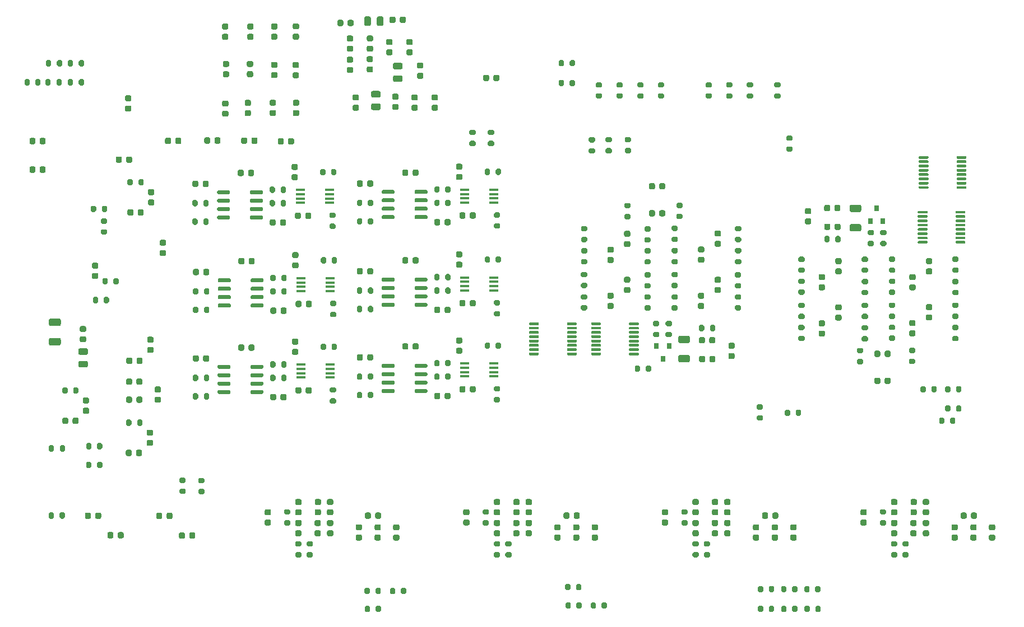
<source format=gbp>
G04 #@! TF.GenerationSoftware,KiCad,Pcbnew,(5.1.9-0-10_14)*
G04 #@! TF.CreationDate,2021-07-02T21:36:42-05:00*
G04 #@! TF.ProjectId,covg_daq_v2,636f7667-5f64-4617-915f-76322e6b6963,rev?*
G04 #@! TF.SameCoordinates,Original*
G04 #@! TF.FileFunction,Paste,Bot*
G04 #@! TF.FilePolarity,Positive*
%FSLAX46Y46*%
G04 Gerber Fmt 4.6, Leading zero omitted, Abs format (unit mm)*
G04 Created by KiCad (PCBNEW (5.1.9-0-10_14)) date 2021-07-02 21:36:42*
%MOMM*%
%LPD*%
G01*
G04 APERTURE LIST*
%ADD10R,0.800000X0.900000*%
%ADD11R,1.450000X0.450000*%
G04 APERTURE END LIST*
G36*
G01*
X78836400Y83290600D02*
X78836400Y83790600D01*
G75*
G02*
X79061400Y84015600I225000J0D01*
G01*
X79511400Y84015600D01*
G75*
G02*
X79736400Y83790600I0J-225000D01*
G01*
X79736400Y83290600D01*
G75*
G02*
X79511400Y83065600I-225000J0D01*
G01*
X79061400Y83065600D01*
G75*
G02*
X78836400Y83290600I0J225000D01*
G01*
G37*
G36*
G01*
X77286400Y83290600D02*
X77286400Y83790600D01*
G75*
G02*
X77511400Y84015600I225000J0D01*
G01*
X77961400Y84015600D01*
G75*
G02*
X78186400Y83790600I0J-225000D01*
G01*
X78186400Y83290600D01*
G75*
G02*
X77961400Y83065600I-225000J0D01*
G01*
X77511400Y83065600D01*
G75*
G02*
X77286400Y83290600I0J225000D01*
G01*
G37*
G36*
G01*
X28655200Y57510800D02*
X29155200Y57510800D01*
G75*
G02*
X29380200Y57285800I0J-225000D01*
G01*
X29380200Y56835800D01*
G75*
G02*
X29155200Y56610800I-225000J0D01*
G01*
X28655200Y56610800D01*
G75*
G02*
X28430200Y56835800I0J225000D01*
G01*
X28430200Y57285800D01*
G75*
G02*
X28655200Y57510800I225000J0D01*
G01*
G37*
G36*
G01*
X28655200Y59060800D02*
X29155200Y59060800D01*
G75*
G02*
X29380200Y58835800I0J-225000D01*
G01*
X29380200Y58385800D01*
G75*
G02*
X29155200Y58160800I-225000J0D01*
G01*
X28655200Y58160800D01*
G75*
G02*
X28430200Y58385800I0J225000D01*
G01*
X28430200Y58835800D01*
G75*
G02*
X28655200Y59060800I225000J0D01*
G01*
G37*
G36*
G01*
X18039200Y17572800D02*
X18039200Y17072800D01*
G75*
G02*
X17814200Y16847800I-225000J0D01*
G01*
X17364200Y16847800D01*
G75*
G02*
X17139200Y17072800I0J225000D01*
G01*
X17139200Y17572800D01*
G75*
G02*
X17364200Y17797800I225000J0D01*
G01*
X17814200Y17797800D01*
G75*
G02*
X18039200Y17572800I0J-225000D01*
G01*
G37*
G36*
G01*
X19589200Y17572800D02*
X19589200Y17072800D01*
G75*
G02*
X19364200Y16847800I-225000J0D01*
G01*
X18914200Y16847800D01*
G75*
G02*
X18689200Y17072800I0J225000D01*
G01*
X18689200Y17572800D01*
G75*
G02*
X18914200Y17797800I225000J0D01*
G01*
X19364200Y17797800D01*
G75*
G02*
X19589200Y17572800I0J-225000D01*
G01*
G37*
G36*
G01*
X28808800Y17547400D02*
X28808800Y17047400D01*
G75*
G02*
X28583800Y16822400I-225000J0D01*
G01*
X28133800Y16822400D01*
G75*
G02*
X27908800Y17047400I0J225000D01*
G01*
X27908800Y17547400D01*
G75*
G02*
X28133800Y17772400I225000J0D01*
G01*
X28583800Y17772400D01*
G75*
G02*
X28808800Y17547400I0J-225000D01*
G01*
G37*
G36*
G01*
X30358800Y17547400D02*
X30358800Y17047400D01*
G75*
G02*
X30133800Y16822400I-225000J0D01*
G01*
X29683800Y16822400D01*
G75*
G02*
X29458800Y17047400I0J225000D01*
G01*
X29458800Y17547400D01*
G75*
G02*
X29683800Y17772400I225000J0D01*
G01*
X30133800Y17772400D01*
G75*
G02*
X30358800Y17547400I0J-225000D01*
G01*
G37*
G36*
G01*
X32237800Y14575600D02*
X32237800Y14075600D01*
G75*
G02*
X32012800Y13850600I-225000J0D01*
G01*
X31562800Y13850600D01*
G75*
G02*
X31337800Y14075600I0J225000D01*
G01*
X31337800Y14575600D01*
G75*
G02*
X31562800Y14800600I225000J0D01*
G01*
X32012800Y14800600D01*
G75*
G02*
X32237800Y14575600I0J-225000D01*
G01*
G37*
G36*
G01*
X33787800Y14575600D02*
X33787800Y14075600D01*
G75*
G02*
X33562800Y13850600I-225000J0D01*
G01*
X33112800Y13850600D01*
G75*
G02*
X32887800Y14075600I0J225000D01*
G01*
X32887800Y14575600D01*
G75*
G02*
X33112800Y14800600I225000J0D01*
G01*
X33562800Y14800600D01*
G75*
G02*
X33787800Y14575600I0J-225000D01*
G01*
G37*
G36*
G01*
X21442800Y14626400D02*
X21442800Y14126400D01*
G75*
G02*
X21217800Y13901400I-225000J0D01*
G01*
X20767800Y13901400D01*
G75*
G02*
X20542800Y14126400I0J225000D01*
G01*
X20542800Y14626400D01*
G75*
G02*
X20767800Y14851400I225000J0D01*
G01*
X21217800Y14851400D01*
G75*
G02*
X21442800Y14626400I0J-225000D01*
G01*
G37*
G36*
G01*
X22992800Y14626400D02*
X22992800Y14126400D01*
G75*
G02*
X22767800Y13901400I-225000J0D01*
G01*
X22317800Y13901400D01*
G75*
G02*
X22092800Y14126400I0J225000D01*
G01*
X22092800Y14626400D01*
G75*
G02*
X22317800Y14851400I225000J0D01*
G01*
X22767800Y14851400D01*
G75*
G02*
X22992800Y14626400I0J-225000D01*
G01*
G37*
G36*
G01*
X17334200Y41648800D02*
X16384200Y41648800D01*
G75*
G02*
X16134200Y41898800I0J250000D01*
G01*
X16134200Y42398800D01*
G75*
G02*
X16384200Y42648800I250000J0D01*
G01*
X17334200Y42648800D01*
G75*
G02*
X17584200Y42398800I0J-250000D01*
G01*
X17584200Y41898800D01*
G75*
G02*
X17334200Y41648800I-250000J0D01*
G01*
G37*
G36*
G01*
X17334200Y39748800D02*
X16384200Y39748800D01*
G75*
G02*
X16134200Y39998800I0J250000D01*
G01*
X16134200Y40498800D01*
G75*
G02*
X16384200Y40748800I250000J0D01*
G01*
X17334200Y40748800D01*
G75*
G02*
X17584200Y40498800I0J-250000D01*
G01*
X17584200Y39998800D01*
G75*
G02*
X17334200Y39748800I-250000J0D01*
G01*
G37*
G36*
G01*
X126626000Y3500800D02*
X126626000Y2950800D01*
G75*
G02*
X126426000Y2750800I-200000J0D01*
G01*
X126026000Y2750800D01*
G75*
G02*
X125826000Y2950800I0J200000D01*
G01*
X125826000Y3500800D01*
G75*
G02*
X126026000Y3700800I200000J0D01*
G01*
X126426000Y3700800D01*
G75*
G02*
X126626000Y3500800I0J-200000D01*
G01*
G37*
G36*
G01*
X128276000Y3500800D02*
X128276000Y2950800D01*
G75*
G02*
X128076000Y2750800I-200000J0D01*
G01*
X127676000Y2750800D01*
G75*
G02*
X127476000Y2950800I0J200000D01*
G01*
X127476000Y3500800D01*
G75*
G02*
X127676000Y3700800I200000J0D01*
G01*
X128076000Y3700800D01*
G75*
G02*
X128276000Y3500800I0J-200000D01*
G01*
G37*
G36*
G01*
X120430000Y2950800D02*
X120430000Y3500800D01*
G75*
G02*
X120630000Y3700800I200000J0D01*
G01*
X121030000Y3700800D01*
G75*
G02*
X121230000Y3500800I0J-200000D01*
G01*
X121230000Y2950800D01*
G75*
G02*
X121030000Y2750800I-200000J0D01*
G01*
X120630000Y2750800D01*
G75*
G02*
X120430000Y2950800I0J200000D01*
G01*
G37*
G36*
G01*
X118780000Y2950800D02*
X118780000Y3500800D01*
G75*
G02*
X118980000Y3700800I200000J0D01*
G01*
X119380000Y3700800D01*
G75*
G02*
X119580000Y3500800I0J-200000D01*
G01*
X119580000Y2950800D01*
G75*
G02*
X119380000Y2750800I-200000J0D01*
G01*
X118980000Y2750800D01*
G75*
G02*
X118780000Y2950800I0J200000D01*
G01*
G37*
G36*
G01*
X126600000Y6498000D02*
X126600000Y5948000D01*
G75*
G02*
X126400000Y5748000I-200000J0D01*
G01*
X126000000Y5748000D01*
G75*
G02*
X125800000Y5948000I0J200000D01*
G01*
X125800000Y6498000D01*
G75*
G02*
X126000000Y6698000I200000J0D01*
G01*
X126400000Y6698000D01*
G75*
G02*
X126600000Y6498000I0J-200000D01*
G01*
G37*
G36*
G01*
X128250000Y6498000D02*
X128250000Y5948000D01*
G75*
G02*
X128050000Y5748000I-200000J0D01*
G01*
X127650000Y5748000D01*
G75*
G02*
X127450000Y5948000I0J200000D01*
G01*
X127450000Y6498000D01*
G75*
G02*
X127650000Y6698000I200000J0D01*
G01*
X128050000Y6698000D01*
G75*
G02*
X128250000Y6498000I0J-200000D01*
G01*
G37*
G36*
G01*
X120440000Y5948000D02*
X120440000Y6498000D01*
G75*
G02*
X120640000Y6698000I200000J0D01*
G01*
X121040000Y6698000D01*
G75*
G02*
X121240000Y6498000I0J-200000D01*
G01*
X121240000Y5948000D01*
G75*
G02*
X121040000Y5748000I-200000J0D01*
G01*
X120640000Y5748000D01*
G75*
G02*
X120440000Y5948000I0J200000D01*
G01*
G37*
G36*
G01*
X118790000Y5948000D02*
X118790000Y6498000D01*
G75*
G02*
X118990000Y6698000I200000J0D01*
G01*
X119390000Y6698000D01*
G75*
G02*
X119590000Y6498000I0J-200000D01*
G01*
X119590000Y5948000D01*
G75*
G02*
X119390000Y5748000I-200000J0D01*
G01*
X118990000Y5748000D01*
G75*
G02*
X118790000Y5948000I0J200000D01*
G01*
G37*
G36*
G01*
X123103000Y3500800D02*
X123103000Y2950800D01*
G75*
G02*
X122903000Y2750800I-200000J0D01*
G01*
X122503000Y2750800D01*
G75*
G02*
X122303000Y2950800I0J200000D01*
G01*
X122303000Y3500800D01*
G75*
G02*
X122503000Y3700800I200000J0D01*
G01*
X122903000Y3700800D01*
G75*
G02*
X123103000Y3500800I0J-200000D01*
G01*
G37*
G36*
G01*
X124753000Y3500800D02*
X124753000Y2950800D01*
G75*
G02*
X124553000Y2750800I-200000J0D01*
G01*
X124153000Y2750800D01*
G75*
G02*
X123953000Y2950800I0J200000D01*
G01*
X123953000Y3500800D01*
G75*
G02*
X124153000Y3700800I200000J0D01*
G01*
X124553000Y3700800D01*
G75*
G02*
X124753000Y3500800I0J-200000D01*
G01*
G37*
G36*
G01*
X123945000Y5948000D02*
X123945000Y6498000D01*
G75*
G02*
X124145000Y6698000I200000J0D01*
G01*
X124545000Y6698000D01*
G75*
G02*
X124745000Y6498000I0J-200000D01*
G01*
X124745000Y5948000D01*
G75*
G02*
X124545000Y5748000I-200000J0D01*
G01*
X124145000Y5748000D01*
G75*
G02*
X123945000Y5948000I0J200000D01*
G01*
G37*
G36*
G01*
X122295000Y5948000D02*
X122295000Y6498000D01*
G75*
G02*
X122495000Y6698000I200000J0D01*
G01*
X122895000Y6698000D01*
G75*
G02*
X123095000Y6498000I0J-200000D01*
G01*
X123095000Y5948000D01*
G75*
G02*
X122895000Y5748000I-200000J0D01*
G01*
X122495000Y5748000D01*
G75*
G02*
X122295000Y5948000I0J200000D01*
G01*
G37*
G36*
G01*
X61029400Y5668600D02*
X61029400Y6218600D01*
G75*
G02*
X61229400Y6418600I200000J0D01*
G01*
X61629400Y6418600D01*
G75*
G02*
X61829400Y6218600I0J-200000D01*
G01*
X61829400Y5668600D01*
G75*
G02*
X61629400Y5468600I-200000J0D01*
G01*
X61229400Y5468600D01*
G75*
G02*
X61029400Y5668600I0J200000D01*
G01*
G37*
G36*
G01*
X59379400Y5668600D02*
X59379400Y6218600D01*
G75*
G02*
X59579400Y6418600I200000J0D01*
G01*
X59979400Y6418600D01*
G75*
G02*
X60179400Y6218600I0J-200000D01*
G01*
X60179400Y5668600D01*
G75*
G02*
X59979400Y5468600I-200000J0D01*
G01*
X59579400Y5468600D01*
G75*
G02*
X59379400Y5668600I0J200000D01*
G01*
G37*
G36*
G01*
X95192400Y3458800D02*
X95192400Y4008800D01*
G75*
G02*
X95392400Y4208800I200000J0D01*
G01*
X95792400Y4208800D01*
G75*
G02*
X95992400Y4008800I0J-200000D01*
G01*
X95992400Y3458800D01*
G75*
G02*
X95792400Y3258800I-200000J0D01*
G01*
X95392400Y3258800D01*
G75*
G02*
X95192400Y3458800I0J200000D01*
G01*
G37*
G36*
G01*
X93542400Y3458800D02*
X93542400Y4008800D01*
G75*
G02*
X93742400Y4208800I200000J0D01*
G01*
X94142400Y4208800D01*
G75*
G02*
X94342400Y4008800I0J-200000D01*
G01*
X94342400Y3458800D01*
G75*
G02*
X94142400Y3258800I-200000J0D01*
G01*
X93742400Y3258800D01*
G75*
G02*
X93542400Y3458800I0J200000D01*
G01*
G37*
G36*
G01*
X64864800Y5668600D02*
X64864800Y6218600D01*
G75*
G02*
X65064800Y6418600I200000J0D01*
G01*
X65464800Y6418600D01*
G75*
G02*
X65664800Y6218600I0J-200000D01*
G01*
X65664800Y5668600D01*
G75*
G02*
X65464800Y5468600I-200000J0D01*
G01*
X65064800Y5468600D01*
G75*
G02*
X64864800Y5668600I0J200000D01*
G01*
G37*
G36*
G01*
X63214800Y5668600D02*
X63214800Y6218600D01*
G75*
G02*
X63414800Y6418600I200000J0D01*
G01*
X63814800Y6418600D01*
G75*
G02*
X64014800Y6218600I0J-200000D01*
G01*
X64014800Y5668600D01*
G75*
G02*
X63814800Y5468600I-200000J0D01*
G01*
X63414800Y5468600D01*
G75*
G02*
X63214800Y5668600I0J200000D01*
G01*
G37*
G36*
G01*
X91382400Y3484200D02*
X91382400Y4034200D01*
G75*
G02*
X91582400Y4234200I200000J0D01*
G01*
X91982400Y4234200D01*
G75*
G02*
X92182400Y4034200I0J-200000D01*
G01*
X92182400Y3484200D01*
G75*
G02*
X91982400Y3284200I-200000J0D01*
G01*
X91582400Y3284200D01*
G75*
G02*
X91382400Y3484200I0J200000D01*
G01*
G37*
G36*
G01*
X89732400Y3484200D02*
X89732400Y4034200D01*
G75*
G02*
X89932400Y4234200I200000J0D01*
G01*
X90332400Y4234200D01*
G75*
G02*
X90532400Y4034200I0J-200000D01*
G01*
X90532400Y3484200D01*
G75*
G02*
X90332400Y3284200I-200000J0D01*
G01*
X89932400Y3284200D01*
G75*
G02*
X89732400Y3484200I0J200000D01*
G01*
G37*
G36*
G01*
X61054800Y2950800D02*
X61054800Y3500800D01*
G75*
G02*
X61254800Y3700800I200000J0D01*
G01*
X61654800Y3700800D01*
G75*
G02*
X61854800Y3500800I0J-200000D01*
G01*
X61854800Y2950800D01*
G75*
G02*
X61654800Y2750800I-200000J0D01*
G01*
X61254800Y2750800D01*
G75*
G02*
X61054800Y2950800I0J200000D01*
G01*
G37*
G36*
G01*
X59404800Y2950800D02*
X59404800Y3500800D01*
G75*
G02*
X59604800Y3700800I200000J0D01*
G01*
X60004800Y3700800D01*
G75*
G02*
X60204800Y3500800I0J-200000D01*
G01*
X60204800Y2950800D01*
G75*
G02*
X60004800Y2750800I-200000J0D01*
G01*
X59604800Y2750800D01*
G75*
G02*
X59404800Y2950800I0J200000D01*
G01*
G37*
G36*
G01*
X91331600Y6252800D02*
X91331600Y6802800D01*
G75*
G02*
X91531600Y7002800I200000J0D01*
G01*
X91931600Y7002800D01*
G75*
G02*
X92131600Y6802800I0J-200000D01*
G01*
X92131600Y6252800D01*
G75*
G02*
X91931600Y6052800I-200000J0D01*
G01*
X91531600Y6052800D01*
G75*
G02*
X91331600Y6252800I0J200000D01*
G01*
G37*
G36*
G01*
X89681600Y6252800D02*
X89681600Y6802800D01*
G75*
G02*
X89881600Y7002800I200000J0D01*
G01*
X90281600Y7002800D01*
G75*
G02*
X90481600Y6802800I0J-200000D01*
G01*
X90481600Y6252800D01*
G75*
G02*
X90281600Y6052800I-200000J0D01*
G01*
X89881600Y6052800D01*
G75*
G02*
X89681600Y6252800I0J200000D01*
G01*
G37*
G36*
G01*
X138790000Y51526800D02*
X139340000Y51526800D01*
G75*
G02*
X139540000Y51326800I0J-200000D01*
G01*
X139540000Y50926800D01*
G75*
G02*
X139340000Y50726800I-200000J0D01*
G01*
X138790000Y50726800D01*
G75*
G02*
X138590000Y50926800I0J200000D01*
G01*
X138590000Y51326800D01*
G75*
G02*
X138790000Y51526800I200000J0D01*
G01*
G37*
G36*
G01*
X138790000Y53176800D02*
X139340000Y53176800D01*
G75*
G02*
X139540000Y52976800I0J-200000D01*
G01*
X139540000Y52576800D01*
G75*
G02*
X139340000Y52376800I-200000J0D01*
G01*
X138790000Y52376800D01*
G75*
G02*
X138590000Y52576800I0J200000D01*
G01*
X138590000Y52976800D01*
G75*
G02*
X138790000Y53176800I200000J0D01*
G01*
G37*
G36*
G01*
X148366000Y51476000D02*
X148916000Y51476000D01*
G75*
G02*
X149116000Y51276000I0J-200000D01*
G01*
X149116000Y50876000D01*
G75*
G02*
X148916000Y50676000I-200000J0D01*
G01*
X148366000Y50676000D01*
G75*
G02*
X148166000Y50876000I0J200000D01*
G01*
X148166000Y51276000D01*
G75*
G02*
X148366000Y51476000I200000J0D01*
G01*
G37*
G36*
G01*
X148366000Y53126000D02*
X148916000Y53126000D01*
G75*
G02*
X149116000Y52926000I0J-200000D01*
G01*
X149116000Y52526000D01*
G75*
G02*
X148916000Y52326000I-200000J0D01*
G01*
X148366000Y52326000D01*
G75*
G02*
X148166000Y52526000I0J200000D01*
G01*
X148166000Y52926000D01*
G75*
G02*
X148366000Y53126000I200000J0D01*
G01*
G37*
G36*
G01*
X138790000Y54854200D02*
X139340000Y54854200D01*
G75*
G02*
X139540000Y54654200I0J-200000D01*
G01*
X139540000Y54254200D01*
G75*
G02*
X139340000Y54054200I-200000J0D01*
G01*
X138790000Y54054200D01*
G75*
G02*
X138590000Y54254200I0J200000D01*
G01*
X138590000Y54654200D01*
G75*
G02*
X138790000Y54854200I200000J0D01*
G01*
G37*
G36*
G01*
X138790000Y56504200D02*
X139340000Y56504200D01*
G75*
G02*
X139540000Y56304200I0J-200000D01*
G01*
X139540000Y55904200D01*
G75*
G02*
X139340000Y55704200I-200000J0D01*
G01*
X138790000Y55704200D01*
G75*
G02*
X138590000Y55904200I0J200000D01*
G01*
X138590000Y56304200D01*
G75*
G02*
X138790000Y56504200I200000J0D01*
G01*
G37*
G36*
G01*
X148366000Y54854200D02*
X148916000Y54854200D01*
G75*
G02*
X149116000Y54654200I0J-200000D01*
G01*
X149116000Y54254200D01*
G75*
G02*
X148916000Y54054200I-200000J0D01*
G01*
X148366000Y54054200D01*
G75*
G02*
X148166000Y54254200I0J200000D01*
G01*
X148166000Y54654200D01*
G75*
G02*
X148366000Y54854200I200000J0D01*
G01*
G37*
G36*
G01*
X148366000Y56504200D02*
X148916000Y56504200D01*
G75*
G02*
X149116000Y56304200I0J-200000D01*
G01*
X149116000Y55904200D01*
G75*
G02*
X148916000Y55704200I-200000J0D01*
G01*
X148366000Y55704200D01*
G75*
G02*
X148166000Y55904200I0J200000D01*
G01*
X148166000Y56304200D01*
G75*
G02*
X148366000Y56504200I200000J0D01*
G01*
G37*
G36*
G01*
X138778000Y44571000D02*
X139328000Y44571000D01*
G75*
G02*
X139528000Y44371000I0J-200000D01*
G01*
X139528000Y43971000D01*
G75*
G02*
X139328000Y43771000I-200000J0D01*
G01*
X138778000Y43771000D01*
G75*
G02*
X138578000Y43971000I0J200000D01*
G01*
X138578000Y44371000D01*
G75*
G02*
X138778000Y44571000I200000J0D01*
G01*
G37*
G36*
G01*
X138778000Y46221000D02*
X139328000Y46221000D01*
G75*
G02*
X139528000Y46021000I0J-200000D01*
G01*
X139528000Y45621000D01*
G75*
G02*
X139328000Y45421000I-200000J0D01*
G01*
X138778000Y45421000D01*
G75*
G02*
X138578000Y45621000I0J200000D01*
G01*
X138578000Y46021000D01*
G75*
G02*
X138778000Y46221000I200000J0D01*
G01*
G37*
G36*
G01*
X148354000Y44520200D02*
X148904000Y44520200D01*
G75*
G02*
X149104000Y44320200I0J-200000D01*
G01*
X149104000Y43920200D01*
G75*
G02*
X148904000Y43720200I-200000J0D01*
G01*
X148354000Y43720200D01*
G75*
G02*
X148154000Y43920200I0J200000D01*
G01*
X148154000Y44320200D01*
G75*
G02*
X148354000Y44520200I200000J0D01*
G01*
G37*
G36*
G01*
X148354000Y46170200D02*
X148904000Y46170200D01*
G75*
G02*
X149104000Y45970200I0J-200000D01*
G01*
X149104000Y45570200D01*
G75*
G02*
X148904000Y45370200I-200000J0D01*
G01*
X148354000Y45370200D01*
G75*
G02*
X148154000Y45570200I0J200000D01*
G01*
X148154000Y45970200D01*
G75*
G02*
X148354000Y46170200I200000J0D01*
G01*
G37*
G36*
G01*
X138778000Y47898400D02*
X139328000Y47898400D01*
G75*
G02*
X139528000Y47698400I0J-200000D01*
G01*
X139528000Y47298400D01*
G75*
G02*
X139328000Y47098400I-200000J0D01*
G01*
X138778000Y47098400D01*
G75*
G02*
X138578000Y47298400I0J200000D01*
G01*
X138578000Y47698400D01*
G75*
G02*
X138778000Y47898400I200000J0D01*
G01*
G37*
G36*
G01*
X138778000Y49548400D02*
X139328000Y49548400D01*
G75*
G02*
X139528000Y49348400I0J-200000D01*
G01*
X139528000Y48948400D01*
G75*
G02*
X139328000Y48748400I-200000J0D01*
G01*
X138778000Y48748400D01*
G75*
G02*
X138578000Y48948400I0J200000D01*
G01*
X138578000Y49348400D01*
G75*
G02*
X138778000Y49548400I200000J0D01*
G01*
G37*
G36*
G01*
X148354000Y47898400D02*
X148904000Y47898400D01*
G75*
G02*
X149104000Y47698400I0J-200000D01*
G01*
X149104000Y47298400D01*
G75*
G02*
X148904000Y47098400I-200000J0D01*
G01*
X148354000Y47098400D01*
G75*
G02*
X148154000Y47298400I0J200000D01*
G01*
X148154000Y47698400D01*
G75*
G02*
X148354000Y47898400I200000J0D01*
G01*
G37*
G36*
G01*
X148354000Y49548400D02*
X148904000Y49548400D01*
G75*
G02*
X149104000Y49348400I0J-200000D01*
G01*
X149104000Y48948400D01*
G75*
G02*
X148904000Y48748400I-200000J0D01*
G01*
X148354000Y48748400D01*
G75*
G02*
X148154000Y48948400I0J200000D01*
G01*
X148154000Y49348400D01*
G75*
G02*
X148354000Y49548400I200000J0D01*
G01*
G37*
G36*
G01*
X125093000Y44536800D02*
X125643000Y44536800D01*
G75*
G02*
X125843000Y44336800I0J-200000D01*
G01*
X125843000Y43936800D01*
G75*
G02*
X125643000Y43736800I-200000J0D01*
G01*
X125093000Y43736800D01*
G75*
G02*
X124893000Y43936800I0J200000D01*
G01*
X124893000Y44336800D01*
G75*
G02*
X125093000Y44536800I200000J0D01*
G01*
G37*
G36*
G01*
X125093000Y46186800D02*
X125643000Y46186800D01*
G75*
G02*
X125843000Y45986800I0J-200000D01*
G01*
X125843000Y45586800D01*
G75*
G02*
X125643000Y45386800I-200000J0D01*
G01*
X125093000Y45386800D01*
G75*
G02*
X124893000Y45586800I0J200000D01*
G01*
X124893000Y45986800D01*
G75*
G02*
X125093000Y46186800I200000J0D01*
G01*
G37*
G36*
G01*
X134669000Y44486000D02*
X135219000Y44486000D01*
G75*
G02*
X135419000Y44286000I0J-200000D01*
G01*
X135419000Y43886000D01*
G75*
G02*
X135219000Y43686000I-200000J0D01*
G01*
X134669000Y43686000D01*
G75*
G02*
X134469000Y43886000I0J200000D01*
G01*
X134469000Y44286000D01*
G75*
G02*
X134669000Y44486000I200000J0D01*
G01*
G37*
G36*
G01*
X134669000Y46136000D02*
X135219000Y46136000D01*
G75*
G02*
X135419000Y45936000I0J-200000D01*
G01*
X135419000Y45536000D01*
G75*
G02*
X135219000Y45336000I-200000J0D01*
G01*
X134669000Y45336000D01*
G75*
G02*
X134469000Y45536000I0J200000D01*
G01*
X134469000Y45936000D01*
G75*
G02*
X134669000Y46136000I200000J0D01*
G01*
G37*
G36*
G01*
X125093000Y47864200D02*
X125643000Y47864200D01*
G75*
G02*
X125843000Y47664200I0J-200000D01*
G01*
X125843000Y47264200D01*
G75*
G02*
X125643000Y47064200I-200000J0D01*
G01*
X125093000Y47064200D01*
G75*
G02*
X124893000Y47264200I0J200000D01*
G01*
X124893000Y47664200D01*
G75*
G02*
X125093000Y47864200I200000J0D01*
G01*
G37*
G36*
G01*
X125093000Y49514200D02*
X125643000Y49514200D01*
G75*
G02*
X125843000Y49314200I0J-200000D01*
G01*
X125843000Y48914200D01*
G75*
G02*
X125643000Y48714200I-200000J0D01*
G01*
X125093000Y48714200D01*
G75*
G02*
X124893000Y48914200I0J200000D01*
G01*
X124893000Y49314200D01*
G75*
G02*
X125093000Y49514200I200000J0D01*
G01*
G37*
G36*
G01*
X134669000Y47864200D02*
X135219000Y47864200D01*
G75*
G02*
X135419000Y47664200I0J-200000D01*
G01*
X135419000Y47264200D01*
G75*
G02*
X135219000Y47064200I-200000J0D01*
G01*
X134669000Y47064200D01*
G75*
G02*
X134469000Y47264200I0J200000D01*
G01*
X134469000Y47664200D01*
G75*
G02*
X134669000Y47864200I200000J0D01*
G01*
G37*
G36*
G01*
X134669000Y49514200D02*
X135219000Y49514200D01*
G75*
G02*
X135419000Y49314200I0J-200000D01*
G01*
X135419000Y48914200D01*
G75*
G02*
X135219000Y48714200I-200000J0D01*
G01*
X134669000Y48714200D01*
G75*
G02*
X134469000Y48914200I0J200000D01*
G01*
X134469000Y49314200D01*
G75*
G02*
X134669000Y49514200I200000J0D01*
G01*
G37*
G36*
G01*
X125101000Y51528800D02*
X125651000Y51528800D01*
G75*
G02*
X125851000Y51328800I0J-200000D01*
G01*
X125851000Y50928800D01*
G75*
G02*
X125651000Y50728800I-200000J0D01*
G01*
X125101000Y50728800D01*
G75*
G02*
X124901000Y50928800I0J200000D01*
G01*
X124901000Y51328800D01*
G75*
G02*
X125101000Y51528800I200000J0D01*
G01*
G37*
G36*
G01*
X125101000Y53178800D02*
X125651000Y53178800D01*
G75*
G02*
X125851000Y52978800I0J-200000D01*
G01*
X125851000Y52578800D01*
G75*
G02*
X125651000Y52378800I-200000J0D01*
G01*
X125101000Y52378800D01*
G75*
G02*
X124901000Y52578800I0J200000D01*
G01*
X124901000Y52978800D01*
G75*
G02*
X125101000Y53178800I200000J0D01*
G01*
G37*
G36*
G01*
X134677000Y51478000D02*
X135227000Y51478000D01*
G75*
G02*
X135427000Y51278000I0J-200000D01*
G01*
X135427000Y50878000D01*
G75*
G02*
X135227000Y50678000I-200000J0D01*
G01*
X134677000Y50678000D01*
G75*
G02*
X134477000Y50878000I0J200000D01*
G01*
X134477000Y51278000D01*
G75*
G02*
X134677000Y51478000I200000J0D01*
G01*
G37*
G36*
G01*
X134677000Y53128000D02*
X135227000Y53128000D01*
G75*
G02*
X135427000Y52928000I0J-200000D01*
G01*
X135427000Y52528000D01*
G75*
G02*
X135227000Y52328000I-200000J0D01*
G01*
X134677000Y52328000D01*
G75*
G02*
X134477000Y52528000I0J200000D01*
G01*
X134477000Y52928000D01*
G75*
G02*
X134677000Y53128000I200000J0D01*
G01*
G37*
G36*
G01*
X125101000Y54856200D02*
X125651000Y54856200D01*
G75*
G02*
X125851000Y54656200I0J-200000D01*
G01*
X125851000Y54256200D01*
G75*
G02*
X125651000Y54056200I-200000J0D01*
G01*
X125101000Y54056200D01*
G75*
G02*
X124901000Y54256200I0J200000D01*
G01*
X124901000Y54656200D01*
G75*
G02*
X125101000Y54856200I200000J0D01*
G01*
G37*
G36*
G01*
X125101000Y56506200D02*
X125651000Y56506200D01*
G75*
G02*
X125851000Y56306200I0J-200000D01*
G01*
X125851000Y55906200D01*
G75*
G02*
X125651000Y55706200I-200000J0D01*
G01*
X125101000Y55706200D01*
G75*
G02*
X124901000Y55906200I0J200000D01*
G01*
X124901000Y56306200D01*
G75*
G02*
X125101000Y56506200I200000J0D01*
G01*
G37*
G36*
G01*
X134677000Y54856200D02*
X135227000Y54856200D01*
G75*
G02*
X135427000Y54656200I0J-200000D01*
G01*
X135427000Y54256200D01*
G75*
G02*
X135227000Y54056200I-200000J0D01*
G01*
X134677000Y54056200D01*
G75*
G02*
X134477000Y54256200I0J200000D01*
G01*
X134477000Y54656200D01*
G75*
G02*
X134677000Y54856200I200000J0D01*
G01*
G37*
G36*
G01*
X134677000Y56506200D02*
X135227000Y56506200D01*
G75*
G02*
X135427000Y56306200I0J-200000D01*
G01*
X135427000Y55906200D01*
G75*
G02*
X135227000Y55706200I-200000J0D01*
G01*
X134677000Y55706200D01*
G75*
G02*
X134477000Y55906200I0J200000D01*
G01*
X134477000Y56306200D01*
G75*
G02*
X134677000Y56506200I200000J0D01*
G01*
G37*
G36*
G01*
X116083000Y60333800D02*
X115533000Y60333800D01*
G75*
G02*
X115333000Y60533800I0J200000D01*
G01*
X115333000Y60933800D01*
G75*
G02*
X115533000Y61133800I200000J0D01*
G01*
X116083000Y61133800D01*
G75*
G02*
X116283000Y60933800I0J-200000D01*
G01*
X116283000Y60533800D01*
G75*
G02*
X116083000Y60333800I-200000J0D01*
G01*
G37*
G36*
G01*
X116083000Y58683800D02*
X115533000Y58683800D01*
G75*
G02*
X115333000Y58883800I0J200000D01*
G01*
X115333000Y59283800D01*
G75*
G02*
X115533000Y59483800I200000J0D01*
G01*
X116083000Y59483800D01*
G75*
G02*
X116283000Y59283800I0J-200000D01*
G01*
X116283000Y58883800D01*
G75*
G02*
X116083000Y58683800I-200000J0D01*
G01*
G37*
G36*
G01*
X106507000Y60384600D02*
X105957000Y60384600D01*
G75*
G02*
X105757000Y60584600I0J200000D01*
G01*
X105757000Y60984600D01*
G75*
G02*
X105957000Y61184600I200000J0D01*
G01*
X106507000Y61184600D01*
G75*
G02*
X106707000Y60984600I0J-200000D01*
G01*
X106707000Y60584600D01*
G75*
G02*
X106507000Y60384600I-200000J0D01*
G01*
G37*
G36*
G01*
X106507000Y58734600D02*
X105957000Y58734600D01*
G75*
G02*
X105757000Y58934600I0J200000D01*
G01*
X105757000Y59334600D01*
G75*
G02*
X105957000Y59534600I200000J0D01*
G01*
X106507000Y59534600D01*
G75*
G02*
X106707000Y59334600I0J-200000D01*
G01*
X106707000Y58934600D01*
G75*
G02*
X106507000Y58734600I-200000J0D01*
G01*
G37*
G36*
G01*
X116075000Y53341800D02*
X115525000Y53341800D01*
G75*
G02*
X115325000Y53541800I0J200000D01*
G01*
X115325000Y53941800D01*
G75*
G02*
X115525000Y54141800I200000J0D01*
G01*
X116075000Y54141800D01*
G75*
G02*
X116275000Y53941800I0J-200000D01*
G01*
X116275000Y53541800D01*
G75*
G02*
X116075000Y53341800I-200000J0D01*
G01*
G37*
G36*
G01*
X116075000Y51691800D02*
X115525000Y51691800D01*
G75*
G02*
X115325000Y51891800I0J200000D01*
G01*
X115325000Y52291800D01*
G75*
G02*
X115525000Y52491800I200000J0D01*
G01*
X116075000Y52491800D01*
G75*
G02*
X116275000Y52291800I0J-200000D01*
G01*
X116275000Y51891800D01*
G75*
G02*
X116075000Y51691800I-200000J0D01*
G01*
G37*
G36*
G01*
X106499000Y53392600D02*
X105949000Y53392600D01*
G75*
G02*
X105749000Y53592600I0J200000D01*
G01*
X105749000Y53992600D01*
G75*
G02*
X105949000Y54192600I200000J0D01*
G01*
X106499000Y54192600D01*
G75*
G02*
X106699000Y53992600I0J-200000D01*
G01*
X106699000Y53592600D01*
G75*
G02*
X106499000Y53392600I-200000J0D01*
G01*
G37*
G36*
G01*
X106499000Y51742600D02*
X105949000Y51742600D01*
G75*
G02*
X105749000Y51942600I0J200000D01*
G01*
X105749000Y52342600D01*
G75*
G02*
X105949000Y52542600I200000J0D01*
G01*
X106499000Y52542600D01*
G75*
G02*
X106699000Y52342600I0J-200000D01*
G01*
X106699000Y51942600D01*
G75*
G02*
X106499000Y51742600I-200000J0D01*
G01*
G37*
G36*
G01*
X116083000Y57006400D02*
X115533000Y57006400D01*
G75*
G02*
X115333000Y57206400I0J200000D01*
G01*
X115333000Y57606400D01*
G75*
G02*
X115533000Y57806400I200000J0D01*
G01*
X116083000Y57806400D01*
G75*
G02*
X116283000Y57606400I0J-200000D01*
G01*
X116283000Y57206400D01*
G75*
G02*
X116083000Y57006400I-200000J0D01*
G01*
G37*
G36*
G01*
X116083000Y55356400D02*
X115533000Y55356400D01*
G75*
G02*
X115333000Y55556400I0J200000D01*
G01*
X115333000Y55956400D01*
G75*
G02*
X115533000Y56156400I200000J0D01*
G01*
X116083000Y56156400D01*
G75*
G02*
X116283000Y55956400I0J-200000D01*
G01*
X116283000Y55556400D01*
G75*
G02*
X116083000Y55356400I-200000J0D01*
G01*
G37*
G36*
G01*
X106507000Y57006400D02*
X105957000Y57006400D01*
G75*
G02*
X105757000Y57206400I0J200000D01*
G01*
X105757000Y57606400D01*
G75*
G02*
X105957000Y57806400I200000J0D01*
G01*
X106507000Y57806400D01*
G75*
G02*
X106707000Y57606400I0J-200000D01*
G01*
X106707000Y57206400D01*
G75*
G02*
X106507000Y57006400I-200000J0D01*
G01*
G37*
G36*
G01*
X106507000Y55356400D02*
X105957000Y55356400D01*
G75*
G02*
X105757000Y55556400I0J200000D01*
G01*
X105757000Y55956400D01*
G75*
G02*
X105957000Y56156400I200000J0D01*
G01*
X106507000Y56156400D01*
G75*
G02*
X106707000Y55956400I0J-200000D01*
G01*
X106707000Y55556400D01*
G75*
G02*
X106507000Y55356400I-200000J0D01*
G01*
G37*
G36*
G01*
X116075000Y50014400D02*
X115525000Y50014400D01*
G75*
G02*
X115325000Y50214400I0J200000D01*
G01*
X115325000Y50614400D01*
G75*
G02*
X115525000Y50814400I200000J0D01*
G01*
X116075000Y50814400D01*
G75*
G02*
X116275000Y50614400I0J-200000D01*
G01*
X116275000Y50214400D01*
G75*
G02*
X116075000Y50014400I-200000J0D01*
G01*
G37*
G36*
G01*
X116075000Y48364400D02*
X115525000Y48364400D01*
G75*
G02*
X115325000Y48564400I0J200000D01*
G01*
X115325000Y48964400D01*
G75*
G02*
X115525000Y49164400I200000J0D01*
G01*
X116075000Y49164400D01*
G75*
G02*
X116275000Y48964400I0J-200000D01*
G01*
X116275000Y48564400D01*
G75*
G02*
X116075000Y48364400I-200000J0D01*
G01*
G37*
G36*
G01*
X106499000Y50014400D02*
X105949000Y50014400D01*
G75*
G02*
X105749000Y50214400I0J200000D01*
G01*
X105749000Y50614400D01*
G75*
G02*
X105949000Y50814400I200000J0D01*
G01*
X106499000Y50814400D01*
G75*
G02*
X106699000Y50614400I0J-200000D01*
G01*
X106699000Y50214400D01*
G75*
G02*
X106499000Y50014400I-200000J0D01*
G01*
G37*
G36*
G01*
X106499000Y48364400D02*
X105949000Y48364400D01*
G75*
G02*
X105749000Y48564400I0J200000D01*
G01*
X105749000Y48964400D01*
G75*
G02*
X105949000Y49164400I200000J0D01*
G01*
X106499000Y49164400D01*
G75*
G02*
X106699000Y48964400I0J-200000D01*
G01*
X106699000Y48564400D01*
G75*
G02*
X106499000Y48364400I-200000J0D01*
G01*
G37*
G36*
G01*
X102385400Y53343800D02*
X101835400Y53343800D01*
G75*
G02*
X101635400Y53543800I0J200000D01*
G01*
X101635400Y53943800D01*
G75*
G02*
X101835400Y54143800I200000J0D01*
G01*
X102385400Y54143800D01*
G75*
G02*
X102585400Y53943800I0J-200000D01*
G01*
X102585400Y53543800D01*
G75*
G02*
X102385400Y53343800I-200000J0D01*
G01*
G37*
G36*
G01*
X102385400Y51693800D02*
X101835400Y51693800D01*
G75*
G02*
X101635400Y51893800I0J200000D01*
G01*
X101635400Y52293800D01*
G75*
G02*
X101835400Y52493800I200000J0D01*
G01*
X102385400Y52493800D01*
G75*
G02*
X102585400Y52293800I0J-200000D01*
G01*
X102585400Y51893800D01*
G75*
G02*
X102385400Y51693800I-200000J0D01*
G01*
G37*
G36*
G01*
X92809400Y53394600D02*
X92259400Y53394600D01*
G75*
G02*
X92059400Y53594600I0J200000D01*
G01*
X92059400Y53994600D01*
G75*
G02*
X92259400Y54194600I200000J0D01*
G01*
X92809400Y54194600D01*
G75*
G02*
X93009400Y53994600I0J-200000D01*
G01*
X93009400Y53594600D01*
G75*
G02*
X92809400Y53394600I-200000J0D01*
G01*
G37*
G36*
G01*
X92809400Y51744600D02*
X92259400Y51744600D01*
G75*
G02*
X92059400Y51944600I0J200000D01*
G01*
X92059400Y52344600D01*
G75*
G02*
X92259400Y52544600I200000J0D01*
G01*
X92809400Y52544600D01*
G75*
G02*
X93009400Y52344600I0J-200000D01*
G01*
X93009400Y51944600D01*
G75*
G02*
X92809400Y51744600I-200000J0D01*
G01*
G37*
G36*
G01*
X102397600Y60299600D02*
X101847600Y60299600D01*
G75*
G02*
X101647600Y60499600I0J200000D01*
G01*
X101647600Y60899600D01*
G75*
G02*
X101847600Y61099600I200000J0D01*
G01*
X102397600Y61099600D01*
G75*
G02*
X102597600Y60899600I0J-200000D01*
G01*
X102597600Y60499600D01*
G75*
G02*
X102397600Y60299600I-200000J0D01*
G01*
G37*
G36*
G01*
X102397600Y58649600D02*
X101847600Y58649600D01*
G75*
G02*
X101647600Y58849600I0J200000D01*
G01*
X101647600Y59249600D01*
G75*
G02*
X101847600Y59449600I200000J0D01*
G01*
X102397600Y59449600D01*
G75*
G02*
X102597600Y59249600I0J-200000D01*
G01*
X102597600Y58849600D01*
G75*
G02*
X102397600Y58649600I-200000J0D01*
G01*
G37*
G36*
G01*
X92821600Y60350400D02*
X92271600Y60350400D01*
G75*
G02*
X92071600Y60550400I0J200000D01*
G01*
X92071600Y60950400D01*
G75*
G02*
X92271600Y61150400I200000J0D01*
G01*
X92821600Y61150400D01*
G75*
G02*
X93021600Y60950400I0J-200000D01*
G01*
X93021600Y60550400D01*
G75*
G02*
X92821600Y60350400I-200000J0D01*
G01*
G37*
G36*
G01*
X92821600Y58700400D02*
X92271600Y58700400D01*
G75*
G02*
X92071600Y58900400I0J200000D01*
G01*
X92071600Y59300400D01*
G75*
G02*
X92271600Y59500400I200000J0D01*
G01*
X92821600Y59500400D01*
G75*
G02*
X93021600Y59300400I0J-200000D01*
G01*
X93021600Y58900400D01*
G75*
G02*
X92821600Y58700400I-200000J0D01*
G01*
G37*
G36*
G01*
X102385400Y50016400D02*
X101835400Y50016400D01*
G75*
G02*
X101635400Y50216400I0J200000D01*
G01*
X101635400Y50616400D01*
G75*
G02*
X101835400Y50816400I200000J0D01*
G01*
X102385400Y50816400D01*
G75*
G02*
X102585400Y50616400I0J-200000D01*
G01*
X102585400Y50216400D01*
G75*
G02*
X102385400Y50016400I-200000J0D01*
G01*
G37*
G36*
G01*
X102385400Y48366400D02*
X101835400Y48366400D01*
G75*
G02*
X101635400Y48566400I0J200000D01*
G01*
X101635400Y48966400D01*
G75*
G02*
X101835400Y49166400I200000J0D01*
G01*
X102385400Y49166400D01*
G75*
G02*
X102585400Y48966400I0J-200000D01*
G01*
X102585400Y48566400D01*
G75*
G02*
X102385400Y48366400I-200000J0D01*
G01*
G37*
G36*
G01*
X92809400Y50016400D02*
X92259400Y50016400D01*
G75*
G02*
X92059400Y50216400I0J200000D01*
G01*
X92059400Y50616400D01*
G75*
G02*
X92259400Y50816400I200000J0D01*
G01*
X92809400Y50816400D01*
G75*
G02*
X93009400Y50616400I0J-200000D01*
G01*
X93009400Y50216400D01*
G75*
G02*
X92809400Y50016400I-200000J0D01*
G01*
G37*
G36*
G01*
X92809400Y48366400D02*
X92259400Y48366400D01*
G75*
G02*
X92059400Y48566400I0J200000D01*
G01*
X92059400Y48966400D01*
G75*
G02*
X92259400Y49166400I200000J0D01*
G01*
X92809400Y49166400D01*
G75*
G02*
X93009400Y48966400I0J-200000D01*
G01*
X93009400Y48566400D01*
G75*
G02*
X92809400Y48366400I-200000J0D01*
G01*
G37*
G36*
G01*
X102397600Y56972200D02*
X101847600Y56972200D01*
G75*
G02*
X101647600Y57172200I0J200000D01*
G01*
X101647600Y57572200D01*
G75*
G02*
X101847600Y57772200I200000J0D01*
G01*
X102397600Y57772200D01*
G75*
G02*
X102597600Y57572200I0J-200000D01*
G01*
X102597600Y57172200D01*
G75*
G02*
X102397600Y56972200I-200000J0D01*
G01*
G37*
G36*
G01*
X102397600Y55322200D02*
X101847600Y55322200D01*
G75*
G02*
X101647600Y55522200I0J200000D01*
G01*
X101647600Y55922200D01*
G75*
G02*
X101847600Y56122200I200000J0D01*
G01*
X102397600Y56122200D01*
G75*
G02*
X102597600Y55922200I0J-200000D01*
G01*
X102597600Y55522200D01*
G75*
G02*
X102397600Y55322200I-200000J0D01*
G01*
G37*
G36*
G01*
X92821600Y56972200D02*
X92271600Y56972200D01*
G75*
G02*
X92071600Y57172200I0J200000D01*
G01*
X92071600Y57572200D01*
G75*
G02*
X92271600Y57772200I200000J0D01*
G01*
X92821600Y57772200D01*
G75*
G02*
X93021600Y57572200I0J-200000D01*
G01*
X93021600Y57172200D01*
G75*
G02*
X92821600Y56972200I-200000J0D01*
G01*
G37*
G36*
G01*
X92821600Y55322200D02*
X92271600Y55322200D01*
G75*
G02*
X92071600Y55522200I0J200000D01*
G01*
X92071600Y55922200D01*
G75*
G02*
X92271600Y56122200I200000J0D01*
G01*
X92821600Y56122200D01*
G75*
G02*
X93021600Y55922200I0J-200000D01*
G01*
X93021600Y55522200D01*
G75*
G02*
X92821600Y55322200I-200000J0D01*
G01*
G37*
G36*
G01*
X128691000Y45972600D02*
X128191000Y45972600D01*
G75*
G02*
X127966000Y46197600I0J225000D01*
G01*
X127966000Y46647600D01*
G75*
G02*
X128191000Y46872600I225000J0D01*
G01*
X128691000Y46872600D01*
G75*
G02*
X128916000Y46647600I0J-225000D01*
G01*
X128916000Y46197600D01*
G75*
G02*
X128691000Y45972600I-225000J0D01*
G01*
G37*
G36*
G01*
X128691000Y44422600D02*
X128191000Y44422600D01*
G75*
G02*
X127966000Y44647600I0J225000D01*
G01*
X127966000Y45097600D01*
G75*
G02*
X128191000Y45322600I225000J0D01*
G01*
X128691000Y45322600D01*
G75*
G02*
X128916000Y45097600I0J-225000D01*
G01*
X128916000Y44647600D01*
G75*
G02*
X128691000Y44422600I-225000J0D01*
G01*
G37*
G36*
G01*
X131206000Y48385600D02*
X130706000Y48385600D01*
G75*
G02*
X130481000Y48610600I0J225000D01*
G01*
X130481000Y49060600D01*
G75*
G02*
X130706000Y49285600I225000J0D01*
G01*
X131206000Y49285600D01*
G75*
G02*
X131431000Y49060600I0J-225000D01*
G01*
X131431000Y48610600D01*
G75*
G02*
X131206000Y48385600I-225000J0D01*
G01*
G37*
G36*
G01*
X131206000Y46835600D02*
X130706000Y46835600D01*
G75*
G02*
X130481000Y47060600I0J225000D01*
G01*
X130481000Y47510600D01*
G75*
G02*
X130706000Y47735600I225000J0D01*
G01*
X131206000Y47735600D01*
G75*
G02*
X131431000Y47510600I0J-225000D01*
G01*
X131431000Y47060600D01*
G75*
G02*
X131206000Y46835600I-225000J0D01*
G01*
G37*
G36*
G01*
X128699000Y52964600D02*
X128199000Y52964600D01*
G75*
G02*
X127974000Y53189600I0J225000D01*
G01*
X127974000Y53639600D01*
G75*
G02*
X128199000Y53864600I225000J0D01*
G01*
X128699000Y53864600D01*
G75*
G02*
X128924000Y53639600I0J-225000D01*
G01*
X128924000Y53189600D01*
G75*
G02*
X128699000Y52964600I-225000J0D01*
G01*
G37*
G36*
G01*
X128699000Y51414600D02*
X128199000Y51414600D01*
G75*
G02*
X127974000Y51639600I0J225000D01*
G01*
X127974000Y52089600D01*
G75*
G02*
X128199000Y52314600I225000J0D01*
G01*
X128699000Y52314600D01*
G75*
G02*
X128924000Y52089600I0J-225000D01*
G01*
X128924000Y51639600D01*
G75*
G02*
X128699000Y51414600I-225000J0D01*
G01*
G37*
G36*
G01*
X131214000Y55377600D02*
X130714000Y55377600D01*
G75*
G02*
X130489000Y55602600I0J225000D01*
G01*
X130489000Y56052600D01*
G75*
G02*
X130714000Y56277600I225000J0D01*
G01*
X131214000Y56277600D01*
G75*
G02*
X131439000Y56052600I0J-225000D01*
G01*
X131439000Y55602600D01*
G75*
G02*
X131214000Y55377600I-225000J0D01*
G01*
G37*
G36*
G01*
X131214000Y53827600D02*
X130714000Y53827600D01*
G75*
G02*
X130489000Y54052600I0J225000D01*
G01*
X130489000Y54502600D01*
G75*
G02*
X130714000Y54727600I225000J0D01*
G01*
X131214000Y54727600D01*
G75*
G02*
X131439000Y54502600I0J-225000D01*
G01*
X131439000Y54052600D01*
G75*
G02*
X131214000Y53827600I-225000J0D01*
G01*
G37*
G36*
G01*
X142388000Y52962600D02*
X141888000Y52962600D01*
G75*
G02*
X141663000Y53187600I0J225000D01*
G01*
X141663000Y53637600D01*
G75*
G02*
X141888000Y53862600I225000J0D01*
G01*
X142388000Y53862600D01*
G75*
G02*
X142613000Y53637600I0J-225000D01*
G01*
X142613000Y53187600D01*
G75*
G02*
X142388000Y52962600I-225000J0D01*
G01*
G37*
G36*
G01*
X142388000Y51412600D02*
X141888000Y51412600D01*
G75*
G02*
X141663000Y51637600I0J225000D01*
G01*
X141663000Y52087600D01*
G75*
G02*
X141888000Y52312600I225000J0D01*
G01*
X142388000Y52312600D01*
G75*
G02*
X142613000Y52087600I0J-225000D01*
G01*
X142613000Y51637600D01*
G75*
G02*
X142388000Y51412600I-225000J0D01*
G01*
G37*
G36*
G01*
X144903000Y55375600D02*
X144403000Y55375600D01*
G75*
G02*
X144178000Y55600600I0J225000D01*
G01*
X144178000Y56050600D01*
G75*
G02*
X144403000Y56275600I225000J0D01*
G01*
X144903000Y56275600D01*
G75*
G02*
X145128000Y56050600I0J-225000D01*
G01*
X145128000Y55600600D01*
G75*
G02*
X144903000Y55375600I-225000J0D01*
G01*
G37*
G36*
G01*
X144903000Y53825600D02*
X144403000Y53825600D01*
G75*
G02*
X144178000Y54050600I0J225000D01*
G01*
X144178000Y54500600D01*
G75*
G02*
X144403000Y54725600I225000J0D01*
G01*
X144903000Y54725600D01*
G75*
G02*
X145128000Y54500600I0J-225000D01*
G01*
X145128000Y54050600D01*
G75*
G02*
X144903000Y53825600I-225000J0D01*
G01*
G37*
G36*
G01*
X142376000Y46006800D02*
X141876000Y46006800D01*
G75*
G02*
X141651000Y46231800I0J225000D01*
G01*
X141651000Y46681800D01*
G75*
G02*
X141876000Y46906800I225000J0D01*
G01*
X142376000Y46906800D01*
G75*
G02*
X142601000Y46681800I0J-225000D01*
G01*
X142601000Y46231800D01*
G75*
G02*
X142376000Y46006800I-225000J0D01*
G01*
G37*
G36*
G01*
X142376000Y44456800D02*
X141876000Y44456800D01*
G75*
G02*
X141651000Y44681800I0J225000D01*
G01*
X141651000Y45131800D01*
G75*
G02*
X141876000Y45356800I225000J0D01*
G01*
X142376000Y45356800D01*
G75*
G02*
X142601000Y45131800I0J-225000D01*
G01*
X142601000Y44681800D01*
G75*
G02*
X142376000Y44456800I-225000J0D01*
G01*
G37*
G36*
G01*
X144891000Y48419800D02*
X144391000Y48419800D01*
G75*
G02*
X144166000Y48644800I0J225000D01*
G01*
X144166000Y49094800D01*
G75*
G02*
X144391000Y49319800I225000J0D01*
G01*
X144891000Y49319800D01*
G75*
G02*
X145116000Y49094800I0J-225000D01*
G01*
X145116000Y48644800D01*
G75*
G02*
X144891000Y48419800I-225000J0D01*
G01*
G37*
G36*
G01*
X144891000Y46869800D02*
X144391000Y46869800D01*
G75*
G02*
X144166000Y47094800I0J225000D01*
G01*
X144166000Y47544800D01*
G75*
G02*
X144391000Y47769800I225000J0D01*
G01*
X144891000Y47769800D01*
G75*
G02*
X145116000Y47544800I0J-225000D01*
G01*
X145116000Y47094800D01*
G75*
G02*
X144891000Y46869800I-225000J0D01*
G01*
G37*
G36*
G01*
X112485000Y58898000D02*
X112985000Y58898000D01*
G75*
G02*
X113210000Y58673000I0J-225000D01*
G01*
X113210000Y58223000D01*
G75*
G02*
X112985000Y57998000I-225000J0D01*
G01*
X112485000Y57998000D01*
G75*
G02*
X112260000Y58223000I0J225000D01*
G01*
X112260000Y58673000D01*
G75*
G02*
X112485000Y58898000I225000J0D01*
G01*
G37*
G36*
G01*
X112485000Y60448000D02*
X112985000Y60448000D01*
G75*
G02*
X113210000Y60223000I0J-225000D01*
G01*
X113210000Y59773000D01*
G75*
G02*
X112985000Y59548000I-225000J0D01*
G01*
X112485000Y59548000D01*
G75*
G02*
X112260000Y59773000I0J225000D01*
G01*
X112260000Y60223000D01*
G75*
G02*
X112485000Y60448000I225000J0D01*
G01*
G37*
G36*
G01*
X109970000Y56485000D02*
X110470000Y56485000D01*
G75*
G02*
X110695000Y56260000I0J-225000D01*
G01*
X110695000Y55810000D01*
G75*
G02*
X110470000Y55585000I-225000J0D01*
G01*
X109970000Y55585000D01*
G75*
G02*
X109745000Y55810000I0J225000D01*
G01*
X109745000Y56260000D01*
G75*
G02*
X109970000Y56485000I225000J0D01*
G01*
G37*
G36*
G01*
X109970000Y58035000D02*
X110470000Y58035000D01*
G75*
G02*
X110695000Y57810000I0J-225000D01*
G01*
X110695000Y57360000D01*
G75*
G02*
X110470000Y57135000I-225000J0D01*
G01*
X109970000Y57135000D01*
G75*
G02*
X109745000Y57360000I0J225000D01*
G01*
X109745000Y57810000D01*
G75*
G02*
X109970000Y58035000I225000J0D01*
G01*
G37*
G36*
G01*
X112477000Y51906000D02*
X112977000Y51906000D01*
G75*
G02*
X113202000Y51681000I0J-225000D01*
G01*
X113202000Y51231000D01*
G75*
G02*
X112977000Y51006000I-225000J0D01*
G01*
X112477000Y51006000D01*
G75*
G02*
X112252000Y51231000I0J225000D01*
G01*
X112252000Y51681000D01*
G75*
G02*
X112477000Y51906000I225000J0D01*
G01*
G37*
G36*
G01*
X112477000Y53456000D02*
X112977000Y53456000D01*
G75*
G02*
X113202000Y53231000I0J-225000D01*
G01*
X113202000Y52781000D01*
G75*
G02*
X112977000Y52556000I-225000J0D01*
G01*
X112477000Y52556000D01*
G75*
G02*
X112252000Y52781000I0J225000D01*
G01*
X112252000Y53231000D01*
G75*
G02*
X112477000Y53456000I225000J0D01*
G01*
G37*
G36*
G01*
X109962000Y49493000D02*
X110462000Y49493000D01*
G75*
G02*
X110687000Y49268000I0J-225000D01*
G01*
X110687000Y48818000D01*
G75*
G02*
X110462000Y48593000I-225000J0D01*
G01*
X109962000Y48593000D01*
G75*
G02*
X109737000Y48818000I0J225000D01*
G01*
X109737000Y49268000D01*
G75*
G02*
X109962000Y49493000I225000J0D01*
G01*
G37*
G36*
G01*
X109962000Y51043000D02*
X110462000Y51043000D01*
G75*
G02*
X110687000Y50818000I0J-225000D01*
G01*
X110687000Y50368000D01*
G75*
G02*
X110462000Y50143000I-225000J0D01*
G01*
X109962000Y50143000D01*
G75*
G02*
X109737000Y50368000I0J225000D01*
G01*
X109737000Y50818000D01*
G75*
G02*
X109962000Y51043000I225000J0D01*
G01*
G37*
G36*
G01*
X98787400Y51908000D02*
X99287400Y51908000D01*
G75*
G02*
X99512400Y51683000I0J-225000D01*
G01*
X99512400Y51233000D01*
G75*
G02*
X99287400Y51008000I-225000J0D01*
G01*
X98787400Y51008000D01*
G75*
G02*
X98562400Y51233000I0J225000D01*
G01*
X98562400Y51683000D01*
G75*
G02*
X98787400Y51908000I225000J0D01*
G01*
G37*
G36*
G01*
X98787400Y53458000D02*
X99287400Y53458000D01*
G75*
G02*
X99512400Y53233000I0J-225000D01*
G01*
X99512400Y52783000D01*
G75*
G02*
X99287400Y52558000I-225000J0D01*
G01*
X98787400Y52558000D01*
G75*
G02*
X98562400Y52783000I0J225000D01*
G01*
X98562400Y53233000D01*
G75*
G02*
X98787400Y53458000I225000J0D01*
G01*
G37*
G36*
G01*
X96272400Y49495000D02*
X96772400Y49495000D01*
G75*
G02*
X96997400Y49270000I0J-225000D01*
G01*
X96997400Y48820000D01*
G75*
G02*
X96772400Y48595000I-225000J0D01*
G01*
X96272400Y48595000D01*
G75*
G02*
X96047400Y48820000I0J225000D01*
G01*
X96047400Y49270000D01*
G75*
G02*
X96272400Y49495000I225000J0D01*
G01*
G37*
G36*
G01*
X96272400Y51045000D02*
X96772400Y51045000D01*
G75*
G02*
X96997400Y50820000I0J-225000D01*
G01*
X96997400Y50370000D01*
G75*
G02*
X96772400Y50145000I-225000J0D01*
G01*
X96272400Y50145000D01*
G75*
G02*
X96047400Y50370000I0J225000D01*
G01*
X96047400Y50820000D01*
G75*
G02*
X96272400Y51045000I225000J0D01*
G01*
G37*
G36*
G01*
X98799600Y58863800D02*
X99299600Y58863800D01*
G75*
G02*
X99524600Y58638800I0J-225000D01*
G01*
X99524600Y58188800D01*
G75*
G02*
X99299600Y57963800I-225000J0D01*
G01*
X98799600Y57963800D01*
G75*
G02*
X98574600Y58188800I0J225000D01*
G01*
X98574600Y58638800D01*
G75*
G02*
X98799600Y58863800I225000J0D01*
G01*
G37*
G36*
G01*
X98799600Y60413800D02*
X99299600Y60413800D01*
G75*
G02*
X99524600Y60188800I0J-225000D01*
G01*
X99524600Y59738800D01*
G75*
G02*
X99299600Y59513800I-225000J0D01*
G01*
X98799600Y59513800D01*
G75*
G02*
X98574600Y59738800I0J225000D01*
G01*
X98574600Y60188800D01*
G75*
G02*
X98799600Y60413800I225000J0D01*
G01*
G37*
G36*
G01*
X96284600Y56450800D02*
X96784600Y56450800D01*
G75*
G02*
X97009600Y56225800I0J-225000D01*
G01*
X97009600Y55775800D01*
G75*
G02*
X96784600Y55550800I-225000J0D01*
G01*
X96284600Y55550800D01*
G75*
G02*
X96059600Y55775800I0J225000D01*
G01*
X96059600Y56225800D01*
G75*
G02*
X96284600Y56450800I225000J0D01*
G01*
G37*
G36*
G01*
X96284600Y58000800D02*
X96784600Y58000800D01*
G75*
G02*
X97009600Y57775800I0J-225000D01*
G01*
X97009600Y57325800D01*
G75*
G02*
X96784600Y57100800I-225000J0D01*
G01*
X96284600Y57100800D01*
G75*
G02*
X96059600Y57325800I0J225000D01*
G01*
X96059600Y57775800D01*
G75*
G02*
X96284600Y58000800I225000J0D01*
G01*
G37*
G36*
G01*
X13321800Y27233200D02*
X13321800Y27783200D01*
G75*
G02*
X13521800Y27983200I200000J0D01*
G01*
X13921800Y27983200D01*
G75*
G02*
X14121800Y27783200I0J-200000D01*
G01*
X14121800Y27233200D01*
G75*
G02*
X13921800Y27033200I-200000J0D01*
G01*
X13521800Y27033200D01*
G75*
G02*
X13321800Y27233200I0J200000D01*
G01*
G37*
G36*
G01*
X11671800Y27233200D02*
X11671800Y27783200D01*
G75*
G02*
X11871800Y27983200I200000J0D01*
G01*
X12271800Y27983200D01*
G75*
G02*
X12471800Y27783200I0J-200000D01*
G01*
X12471800Y27233200D01*
G75*
G02*
X12271800Y27033200I-200000J0D01*
G01*
X11871800Y27033200D01*
G75*
G02*
X11671800Y27233200I0J200000D01*
G01*
G37*
G36*
G01*
X13302800Y17073200D02*
X13302800Y17623200D01*
G75*
G02*
X13502800Y17823200I200000J0D01*
G01*
X13902800Y17823200D01*
G75*
G02*
X14102800Y17623200I0J-200000D01*
G01*
X14102800Y17073200D01*
G75*
G02*
X13902800Y16873200I-200000J0D01*
G01*
X13502800Y16873200D01*
G75*
G02*
X13302800Y17073200I0J200000D01*
G01*
G37*
G36*
G01*
X11652800Y17073200D02*
X11652800Y17623200D01*
G75*
G02*
X11852800Y17823200I200000J0D01*
G01*
X12252800Y17823200D01*
G75*
G02*
X12452800Y17623200I0J-200000D01*
G01*
X12452800Y17073200D01*
G75*
G02*
X12252800Y16873200I-200000J0D01*
G01*
X11852800Y16873200D01*
G75*
G02*
X11652800Y17073200I0J200000D01*
G01*
G37*
G36*
G01*
X148810000Y66865400D02*
X148810000Y67065400D01*
G75*
G02*
X148910000Y67165400I100000J0D01*
G01*
X150185000Y67165400D01*
G75*
G02*
X150285000Y67065400I0J-100000D01*
G01*
X150285000Y66865400D01*
G75*
G02*
X150185000Y66765400I-100000J0D01*
G01*
X148910000Y66765400D01*
G75*
G02*
X148810000Y66865400I0J100000D01*
G01*
G37*
G36*
G01*
X148810000Y67515400D02*
X148810000Y67715400D01*
G75*
G02*
X148910000Y67815400I100000J0D01*
G01*
X150185000Y67815400D01*
G75*
G02*
X150285000Y67715400I0J-100000D01*
G01*
X150285000Y67515400D01*
G75*
G02*
X150185000Y67415400I-100000J0D01*
G01*
X148910000Y67415400D01*
G75*
G02*
X148810000Y67515400I0J100000D01*
G01*
G37*
G36*
G01*
X148810000Y68165400D02*
X148810000Y68365400D01*
G75*
G02*
X148910000Y68465400I100000J0D01*
G01*
X150185000Y68465400D01*
G75*
G02*
X150285000Y68365400I0J-100000D01*
G01*
X150285000Y68165400D01*
G75*
G02*
X150185000Y68065400I-100000J0D01*
G01*
X148910000Y68065400D01*
G75*
G02*
X148810000Y68165400I0J100000D01*
G01*
G37*
G36*
G01*
X148810000Y68815400D02*
X148810000Y69015400D01*
G75*
G02*
X148910000Y69115400I100000J0D01*
G01*
X150185000Y69115400D01*
G75*
G02*
X150285000Y69015400I0J-100000D01*
G01*
X150285000Y68815400D01*
G75*
G02*
X150185000Y68715400I-100000J0D01*
G01*
X148910000Y68715400D01*
G75*
G02*
X148810000Y68815400I0J100000D01*
G01*
G37*
G36*
G01*
X148810000Y69465400D02*
X148810000Y69665400D01*
G75*
G02*
X148910000Y69765400I100000J0D01*
G01*
X150185000Y69765400D01*
G75*
G02*
X150285000Y69665400I0J-100000D01*
G01*
X150285000Y69465400D01*
G75*
G02*
X150185000Y69365400I-100000J0D01*
G01*
X148910000Y69365400D01*
G75*
G02*
X148810000Y69465400I0J100000D01*
G01*
G37*
G36*
G01*
X148810000Y70115400D02*
X148810000Y70315400D01*
G75*
G02*
X148910000Y70415400I100000J0D01*
G01*
X150185000Y70415400D01*
G75*
G02*
X150285000Y70315400I0J-100000D01*
G01*
X150285000Y70115400D01*
G75*
G02*
X150185000Y70015400I-100000J0D01*
G01*
X148910000Y70015400D01*
G75*
G02*
X148810000Y70115400I0J100000D01*
G01*
G37*
G36*
G01*
X148810000Y70765400D02*
X148810000Y70965400D01*
G75*
G02*
X148910000Y71065400I100000J0D01*
G01*
X150185000Y71065400D01*
G75*
G02*
X150285000Y70965400I0J-100000D01*
G01*
X150285000Y70765400D01*
G75*
G02*
X150185000Y70665400I-100000J0D01*
G01*
X148910000Y70665400D01*
G75*
G02*
X148810000Y70765400I0J100000D01*
G01*
G37*
G36*
G01*
X148810000Y71415400D02*
X148810000Y71615400D01*
G75*
G02*
X148910000Y71715400I100000J0D01*
G01*
X150185000Y71715400D01*
G75*
G02*
X150285000Y71615400I0J-100000D01*
G01*
X150285000Y71415400D01*
G75*
G02*
X150185000Y71315400I-100000J0D01*
G01*
X148910000Y71315400D01*
G75*
G02*
X148810000Y71415400I0J100000D01*
G01*
G37*
G36*
G01*
X143085000Y71415400D02*
X143085000Y71615400D01*
G75*
G02*
X143185000Y71715400I100000J0D01*
G01*
X144460000Y71715400D01*
G75*
G02*
X144560000Y71615400I0J-100000D01*
G01*
X144560000Y71415400D01*
G75*
G02*
X144460000Y71315400I-100000J0D01*
G01*
X143185000Y71315400D01*
G75*
G02*
X143085000Y71415400I0J100000D01*
G01*
G37*
G36*
G01*
X143085000Y70765400D02*
X143085000Y70965400D01*
G75*
G02*
X143185000Y71065400I100000J0D01*
G01*
X144460000Y71065400D01*
G75*
G02*
X144560000Y70965400I0J-100000D01*
G01*
X144560000Y70765400D01*
G75*
G02*
X144460000Y70665400I-100000J0D01*
G01*
X143185000Y70665400D01*
G75*
G02*
X143085000Y70765400I0J100000D01*
G01*
G37*
G36*
G01*
X143085000Y70115400D02*
X143085000Y70315400D01*
G75*
G02*
X143185000Y70415400I100000J0D01*
G01*
X144460000Y70415400D01*
G75*
G02*
X144560000Y70315400I0J-100000D01*
G01*
X144560000Y70115400D01*
G75*
G02*
X144460000Y70015400I-100000J0D01*
G01*
X143185000Y70015400D01*
G75*
G02*
X143085000Y70115400I0J100000D01*
G01*
G37*
G36*
G01*
X143085000Y69465400D02*
X143085000Y69665400D01*
G75*
G02*
X143185000Y69765400I100000J0D01*
G01*
X144460000Y69765400D01*
G75*
G02*
X144560000Y69665400I0J-100000D01*
G01*
X144560000Y69465400D01*
G75*
G02*
X144460000Y69365400I-100000J0D01*
G01*
X143185000Y69365400D01*
G75*
G02*
X143085000Y69465400I0J100000D01*
G01*
G37*
G36*
G01*
X143085000Y68815400D02*
X143085000Y69015400D01*
G75*
G02*
X143185000Y69115400I100000J0D01*
G01*
X144460000Y69115400D01*
G75*
G02*
X144560000Y69015400I0J-100000D01*
G01*
X144560000Y68815400D01*
G75*
G02*
X144460000Y68715400I-100000J0D01*
G01*
X143185000Y68715400D01*
G75*
G02*
X143085000Y68815400I0J100000D01*
G01*
G37*
G36*
G01*
X143085000Y68165400D02*
X143085000Y68365400D01*
G75*
G02*
X143185000Y68465400I100000J0D01*
G01*
X144460000Y68465400D01*
G75*
G02*
X144560000Y68365400I0J-100000D01*
G01*
X144560000Y68165400D01*
G75*
G02*
X144460000Y68065400I-100000J0D01*
G01*
X143185000Y68065400D01*
G75*
G02*
X143085000Y68165400I0J100000D01*
G01*
G37*
G36*
G01*
X143085000Y67515400D02*
X143085000Y67715400D01*
G75*
G02*
X143185000Y67815400I100000J0D01*
G01*
X144460000Y67815400D01*
G75*
G02*
X144560000Y67715400I0J-100000D01*
G01*
X144560000Y67515400D01*
G75*
G02*
X144460000Y67415400I-100000J0D01*
G01*
X143185000Y67415400D01*
G75*
G02*
X143085000Y67515400I0J100000D01*
G01*
G37*
G36*
G01*
X143085000Y66865400D02*
X143085000Y67065400D01*
G75*
G02*
X143185000Y67165400I100000J0D01*
G01*
X144460000Y67165400D01*
G75*
G02*
X144560000Y67065400I0J-100000D01*
G01*
X144560000Y66865400D01*
G75*
G02*
X144460000Y66765400I-100000J0D01*
G01*
X143185000Y66765400D01*
G75*
G02*
X143085000Y66865400I0J100000D01*
G01*
G37*
G36*
G01*
X148667000Y58579000D02*
X148667000Y58779000D01*
G75*
G02*
X148767000Y58879000I100000J0D01*
G01*
X150042000Y58879000D01*
G75*
G02*
X150142000Y58779000I0J-100000D01*
G01*
X150142000Y58579000D01*
G75*
G02*
X150042000Y58479000I-100000J0D01*
G01*
X148767000Y58479000D01*
G75*
G02*
X148667000Y58579000I0J100000D01*
G01*
G37*
G36*
G01*
X148667000Y59229000D02*
X148667000Y59429000D01*
G75*
G02*
X148767000Y59529000I100000J0D01*
G01*
X150042000Y59529000D01*
G75*
G02*
X150142000Y59429000I0J-100000D01*
G01*
X150142000Y59229000D01*
G75*
G02*
X150042000Y59129000I-100000J0D01*
G01*
X148767000Y59129000D01*
G75*
G02*
X148667000Y59229000I0J100000D01*
G01*
G37*
G36*
G01*
X148667000Y59879000D02*
X148667000Y60079000D01*
G75*
G02*
X148767000Y60179000I100000J0D01*
G01*
X150042000Y60179000D01*
G75*
G02*
X150142000Y60079000I0J-100000D01*
G01*
X150142000Y59879000D01*
G75*
G02*
X150042000Y59779000I-100000J0D01*
G01*
X148767000Y59779000D01*
G75*
G02*
X148667000Y59879000I0J100000D01*
G01*
G37*
G36*
G01*
X148667000Y60529000D02*
X148667000Y60729000D01*
G75*
G02*
X148767000Y60829000I100000J0D01*
G01*
X150042000Y60829000D01*
G75*
G02*
X150142000Y60729000I0J-100000D01*
G01*
X150142000Y60529000D01*
G75*
G02*
X150042000Y60429000I-100000J0D01*
G01*
X148767000Y60429000D01*
G75*
G02*
X148667000Y60529000I0J100000D01*
G01*
G37*
G36*
G01*
X148667000Y61179000D02*
X148667000Y61379000D01*
G75*
G02*
X148767000Y61479000I100000J0D01*
G01*
X150042000Y61479000D01*
G75*
G02*
X150142000Y61379000I0J-100000D01*
G01*
X150142000Y61179000D01*
G75*
G02*
X150042000Y61079000I-100000J0D01*
G01*
X148767000Y61079000D01*
G75*
G02*
X148667000Y61179000I0J100000D01*
G01*
G37*
G36*
G01*
X148667000Y61829000D02*
X148667000Y62029000D01*
G75*
G02*
X148767000Y62129000I100000J0D01*
G01*
X150042000Y62129000D01*
G75*
G02*
X150142000Y62029000I0J-100000D01*
G01*
X150142000Y61829000D01*
G75*
G02*
X150042000Y61729000I-100000J0D01*
G01*
X148767000Y61729000D01*
G75*
G02*
X148667000Y61829000I0J100000D01*
G01*
G37*
G36*
G01*
X148667000Y62479000D02*
X148667000Y62679000D01*
G75*
G02*
X148767000Y62779000I100000J0D01*
G01*
X150042000Y62779000D01*
G75*
G02*
X150142000Y62679000I0J-100000D01*
G01*
X150142000Y62479000D01*
G75*
G02*
X150042000Y62379000I-100000J0D01*
G01*
X148767000Y62379000D01*
G75*
G02*
X148667000Y62479000I0J100000D01*
G01*
G37*
G36*
G01*
X148667000Y63129000D02*
X148667000Y63329000D01*
G75*
G02*
X148767000Y63429000I100000J0D01*
G01*
X150042000Y63429000D01*
G75*
G02*
X150142000Y63329000I0J-100000D01*
G01*
X150142000Y63129000D01*
G75*
G02*
X150042000Y63029000I-100000J0D01*
G01*
X148767000Y63029000D01*
G75*
G02*
X148667000Y63129000I0J100000D01*
G01*
G37*
G36*
G01*
X142942000Y63129000D02*
X142942000Y63329000D01*
G75*
G02*
X143042000Y63429000I100000J0D01*
G01*
X144317000Y63429000D01*
G75*
G02*
X144417000Y63329000I0J-100000D01*
G01*
X144417000Y63129000D01*
G75*
G02*
X144317000Y63029000I-100000J0D01*
G01*
X143042000Y63029000D01*
G75*
G02*
X142942000Y63129000I0J100000D01*
G01*
G37*
G36*
G01*
X142942000Y62479000D02*
X142942000Y62679000D01*
G75*
G02*
X143042000Y62779000I100000J0D01*
G01*
X144317000Y62779000D01*
G75*
G02*
X144417000Y62679000I0J-100000D01*
G01*
X144417000Y62479000D01*
G75*
G02*
X144317000Y62379000I-100000J0D01*
G01*
X143042000Y62379000D01*
G75*
G02*
X142942000Y62479000I0J100000D01*
G01*
G37*
G36*
G01*
X142942000Y61829000D02*
X142942000Y62029000D01*
G75*
G02*
X143042000Y62129000I100000J0D01*
G01*
X144317000Y62129000D01*
G75*
G02*
X144417000Y62029000I0J-100000D01*
G01*
X144417000Y61829000D01*
G75*
G02*
X144317000Y61729000I-100000J0D01*
G01*
X143042000Y61729000D01*
G75*
G02*
X142942000Y61829000I0J100000D01*
G01*
G37*
G36*
G01*
X142942000Y61179000D02*
X142942000Y61379000D01*
G75*
G02*
X143042000Y61479000I100000J0D01*
G01*
X144317000Y61479000D01*
G75*
G02*
X144417000Y61379000I0J-100000D01*
G01*
X144417000Y61179000D01*
G75*
G02*
X144317000Y61079000I-100000J0D01*
G01*
X143042000Y61079000D01*
G75*
G02*
X142942000Y61179000I0J100000D01*
G01*
G37*
G36*
G01*
X142942000Y60529000D02*
X142942000Y60729000D01*
G75*
G02*
X143042000Y60829000I100000J0D01*
G01*
X144317000Y60829000D01*
G75*
G02*
X144417000Y60729000I0J-100000D01*
G01*
X144417000Y60529000D01*
G75*
G02*
X144317000Y60429000I-100000J0D01*
G01*
X143042000Y60429000D01*
G75*
G02*
X142942000Y60529000I0J100000D01*
G01*
G37*
G36*
G01*
X142942000Y59879000D02*
X142942000Y60079000D01*
G75*
G02*
X143042000Y60179000I100000J0D01*
G01*
X144317000Y60179000D01*
G75*
G02*
X144417000Y60079000I0J-100000D01*
G01*
X144417000Y59879000D01*
G75*
G02*
X144317000Y59779000I-100000J0D01*
G01*
X143042000Y59779000D01*
G75*
G02*
X142942000Y59879000I0J100000D01*
G01*
G37*
G36*
G01*
X142942000Y59229000D02*
X142942000Y59429000D01*
G75*
G02*
X143042000Y59529000I100000J0D01*
G01*
X144317000Y59529000D01*
G75*
G02*
X144417000Y59429000I0J-100000D01*
G01*
X144417000Y59229000D01*
G75*
G02*
X144317000Y59129000I-100000J0D01*
G01*
X143042000Y59129000D01*
G75*
G02*
X142942000Y59229000I0J100000D01*
G01*
G37*
G36*
G01*
X142942000Y58579000D02*
X142942000Y58779000D01*
G75*
G02*
X143042000Y58879000I100000J0D01*
G01*
X144317000Y58879000D01*
G75*
G02*
X144417000Y58779000I0J-100000D01*
G01*
X144417000Y58579000D01*
G75*
G02*
X144317000Y58479000I-100000J0D01*
G01*
X143042000Y58479000D01*
G75*
G02*
X142942000Y58579000I0J100000D01*
G01*
G37*
G36*
G01*
X66917400Y62323200D02*
X66917400Y62623200D01*
G75*
G02*
X67067400Y62773200I150000J0D01*
G01*
X68717400Y62773200D01*
G75*
G02*
X68867400Y62623200I0J-150000D01*
G01*
X68867400Y62323200D01*
G75*
G02*
X68717400Y62173200I-150000J0D01*
G01*
X67067400Y62173200D01*
G75*
G02*
X66917400Y62323200I0J150000D01*
G01*
G37*
G36*
G01*
X66917400Y63593200D02*
X66917400Y63893200D01*
G75*
G02*
X67067400Y64043200I150000J0D01*
G01*
X68717400Y64043200D01*
G75*
G02*
X68867400Y63893200I0J-150000D01*
G01*
X68867400Y63593200D01*
G75*
G02*
X68717400Y63443200I-150000J0D01*
G01*
X67067400Y63443200D01*
G75*
G02*
X66917400Y63593200I0J150000D01*
G01*
G37*
G36*
G01*
X66917400Y64863200D02*
X66917400Y65163200D01*
G75*
G02*
X67067400Y65313200I150000J0D01*
G01*
X68717400Y65313200D01*
G75*
G02*
X68867400Y65163200I0J-150000D01*
G01*
X68867400Y64863200D01*
G75*
G02*
X68717400Y64713200I-150000J0D01*
G01*
X67067400Y64713200D01*
G75*
G02*
X66917400Y64863200I0J150000D01*
G01*
G37*
G36*
G01*
X66917400Y66133200D02*
X66917400Y66433200D01*
G75*
G02*
X67067400Y66583200I150000J0D01*
G01*
X68717400Y66583200D01*
G75*
G02*
X68867400Y66433200I0J-150000D01*
G01*
X68867400Y66133200D01*
G75*
G02*
X68717400Y65983200I-150000J0D01*
G01*
X67067400Y65983200D01*
G75*
G02*
X66917400Y66133200I0J150000D01*
G01*
G37*
G36*
G01*
X61967400Y66133200D02*
X61967400Y66433200D01*
G75*
G02*
X62117400Y66583200I150000J0D01*
G01*
X63767400Y66583200D01*
G75*
G02*
X63917400Y66433200I0J-150000D01*
G01*
X63917400Y66133200D01*
G75*
G02*
X63767400Y65983200I-150000J0D01*
G01*
X62117400Y65983200D01*
G75*
G02*
X61967400Y66133200I0J150000D01*
G01*
G37*
G36*
G01*
X61967400Y64863200D02*
X61967400Y65163200D01*
G75*
G02*
X62117400Y65313200I150000J0D01*
G01*
X63767400Y65313200D01*
G75*
G02*
X63917400Y65163200I0J-150000D01*
G01*
X63917400Y64863200D01*
G75*
G02*
X63767400Y64713200I-150000J0D01*
G01*
X62117400Y64713200D01*
G75*
G02*
X61967400Y64863200I0J150000D01*
G01*
G37*
G36*
G01*
X61967400Y63593200D02*
X61967400Y63893200D01*
G75*
G02*
X62117400Y64043200I150000J0D01*
G01*
X63767400Y64043200D01*
G75*
G02*
X63917400Y63893200I0J-150000D01*
G01*
X63917400Y63593200D01*
G75*
G02*
X63767400Y63443200I-150000J0D01*
G01*
X62117400Y63443200D01*
G75*
G02*
X61967400Y63593200I0J150000D01*
G01*
G37*
G36*
G01*
X61967400Y62323200D02*
X61967400Y62623200D01*
G75*
G02*
X62117400Y62773200I150000J0D01*
G01*
X63767400Y62773200D01*
G75*
G02*
X63917400Y62623200I0J-150000D01*
G01*
X63917400Y62323200D01*
G75*
G02*
X63767400Y62173200I-150000J0D01*
G01*
X62117400Y62173200D01*
G75*
G02*
X61967400Y62323200I0J150000D01*
G01*
G37*
G36*
G01*
X66919400Y36039200D02*
X66919400Y36339200D01*
G75*
G02*
X67069400Y36489200I150000J0D01*
G01*
X68719400Y36489200D01*
G75*
G02*
X68869400Y36339200I0J-150000D01*
G01*
X68869400Y36039200D01*
G75*
G02*
X68719400Y35889200I-150000J0D01*
G01*
X67069400Y35889200D01*
G75*
G02*
X66919400Y36039200I0J150000D01*
G01*
G37*
G36*
G01*
X66919400Y37309200D02*
X66919400Y37609200D01*
G75*
G02*
X67069400Y37759200I150000J0D01*
G01*
X68719400Y37759200D01*
G75*
G02*
X68869400Y37609200I0J-150000D01*
G01*
X68869400Y37309200D01*
G75*
G02*
X68719400Y37159200I-150000J0D01*
G01*
X67069400Y37159200D01*
G75*
G02*
X66919400Y37309200I0J150000D01*
G01*
G37*
G36*
G01*
X66919400Y38579200D02*
X66919400Y38879200D01*
G75*
G02*
X67069400Y39029200I150000J0D01*
G01*
X68719400Y39029200D01*
G75*
G02*
X68869400Y38879200I0J-150000D01*
G01*
X68869400Y38579200D01*
G75*
G02*
X68719400Y38429200I-150000J0D01*
G01*
X67069400Y38429200D01*
G75*
G02*
X66919400Y38579200I0J150000D01*
G01*
G37*
G36*
G01*
X66919400Y39849200D02*
X66919400Y40149200D01*
G75*
G02*
X67069400Y40299200I150000J0D01*
G01*
X68719400Y40299200D01*
G75*
G02*
X68869400Y40149200I0J-150000D01*
G01*
X68869400Y39849200D01*
G75*
G02*
X68719400Y39699200I-150000J0D01*
G01*
X67069400Y39699200D01*
G75*
G02*
X66919400Y39849200I0J150000D01*
G01*
G37*
G36*
G01*
X61969400Y39849200D02*
X61969400Y40149200D01*
G75*
G02*
X62119400Y40299200I150000J0D01*
G01*
X63769400Y40299200D01*
G75*
G02*
X63919400Y40149200I0J-150000D01*
G01*
X63919400Y39849200D01*
G75*
G02*
X63769400Y39699200I-150000J0D01*
G01*
X62119400Y39699200D01*
G75*
G02*
X61969400Y39849200I0J150000D01*
G01*
G37*
G36*
G01*
X61969400Y38579200D02*
X61969400Y38879200D01*
G75*
G02*
X62119400Y39029200I150000J0D01*
G01*
X63769400Y39029200D01*
G75*
G02*
X63919400Y38879200I0J-150000D01*
G01*
X63919400Y38579200D01*
G75*
G02*
X63769400Y38429200I-150000J0D01*
G01*
X62119400Y38429200D01*
G75*
G02*
X61969400Y38579200I0J150000D01*
G01*
G37*
G36*
G01*
X61969400Y37309200D02*
X61969400Y37609200D01*
G75*
G02*
X62119400Y37759200I150000J0D01*
G01*
X63769400Y37759200D01*
G75*
G02*
X63919400Y37609200I0J-150000D01*
G01*
X63919400Y37309200D01*
G75*
G02*
X63769400Y37159200I-150000J0D01*
G01*
X62119400Y37159200D01*
G75*
G02*
X61969400Y37309200I0J150000D01*
G01*
G37*
G36*
G01*
X61969400Y36039200D02*
X61969400Y36339200D01*
G75*
G02*
X62119400Y36489200I150000J0D01*
G01*
X63769400Y36489200D01*
G75*
G02*
X63919400Y36339200I0J-150000D01*
G01*
X63919400Y36039200D01*
G75*
G02*
X63769400Y35889200I-150000J0D01*
G01*
X62119400Y35889200D01*
G75*
G02*
X61969400Y36039200I0J150000D01*
G01*
G37*
G36*
G01*
X66918400Y49061200D02*
X66918400Y49361200D01*
G75*
G02*
X67068400Y49511200I150000J0D01*
G01*
X68718400Y49511200D01*
G75*
G02*
X68868400Y49361200I0J-150000D01*
G01*
X68868400Y49061200D01*
G75*
G02*
X68718400Y48911200I-150000J0D01*
G01*
X67068400Y48911200D01*
G75*
G02*
X66918400Y49061200I0J150000D01*
G01*
G37*
G36*
G01*
X66918400Y50331200D02*
X66918400Y50631200D01*
G75*
G02*
X67068400Y50781200I150000J0D01*
G01*
X68718400Y50781200D01*
G75*
G02*
X68868400Y50631200I0J-150000D01*
G01*
X68868400Y50331200D01*
G75*
G02*
X68718400Y50181200I-150000J0D01*
G01*
X67068400Y50181200D01*
G75*
G02*
X66918400Y50331200I0J150000D01*
G01*
G37*
G36*
G01*
X66918400Y51601200D02*
X66918400Y51901200D01*
G75*
G02*
X67068400Y52051200I150000J0D01*
G01*
X68718400Y52051200D01*
G75*
G02*
X68868400Y51901200I0J-150000D01*
G01*
X68868400Y51601200D01*
G75*
G02*
X68718400Y51451200I-150000J0D01*
G01*
X67068400Y51451200D01*
G75*
G02*
X66918400Y51601200I0J150000D01*
G01*
G37*
G36*
G01*
X66918400Y52871200D02*
X66918400Y53171200D01*
G75*
G02*
X67068400Y53321200I150000J0D01*
G01*
X68718400Y53321200D01*
G75*
G02*
X68868400Y53171200I0J-150000D01*
G01*
X68868400Y52871200D01*
G75*
G02*
X68718400Y52721200I-150000J0D01*
G01*
X67068400Y52721200D01*
G75*
G02*
X66918400Y52871200I0J150000D01*
G01*
G37*
G36*
G01*
X61968400Y52871200D02*
X61968400Y53171200D01*
G75*
G02*
X62118400Y53321200I150000J0D01*
G01*
X63768400Y53321200D01*
G75*
G02*
X63918400Y53171200I0J-150000D01*
G01*
X63918400Y52871200D01*
G75*
G02*
X63768400Y52721200I-150000J0D01*
G01*
X62118400Y52721200D01*
G75*
G02*
X61968400Y52871200I0J150000D01*
G01*
G37*
G36*
G01*
X61968400Y51601200D02*
X61968400Y51901200D01*
G75*
G02*
X62118400Y52051200I150000J0D01*
G01*
X63768400Y52051200D01*
G75*
G02*
X63918400Y51901200I0J-150000D01*
G01*
X63918400Y51601200D01*
G75*
G02*
X63768400Y51451200I-150000J0D01*
G01*
X62118400Y51451200D01*
G75*
G02*
X61968400Y51601200I0J150000D01*
G01*
G37*
G36*
G01*
X61968400Y50331200D02*
X61968400Y50631200D01*
G75*
G02*
X62118400Y50781200I150000J0D01*
G01*
X63768400Y50781200D01*
G75*
G02*
X63918400Y50631200I0J-150000D01*
G01*
X63918400Y50331200D01*
G75*
G02*
X63768400Y50181200I-150000J0D01*
G01*
X62118400Y50181200D01*
G75*
G02*
X61968400Y50331200I0J150000D01*
G01*
G37*
G36*
G01*
X61968400Y49061200D02*
X61968400Y49361200D01*
G75*
G02*
X62118400Y49511200I150000J0D01*
G01*
X63768400Y49511200D01*
G75*
G02*
X63918400Y49361200I0J-150000D01*
G01*
X63918400Y49061200D01*
G75*
G02*
X63768400Y48911200I-150000J0D01*
G01*
X62118400Y48911200D01*
G75*
G02*
X61968400Y49061200I0J150000D01*
G01*
G37*
G36*
G01*
X42161400Y48948200D02*
X42161400Y49248200D01*
G75*
G02*
X42311400Y49398200I150000J0D01*
G01*
X43961400Y49398200D01*
G75*
G02*
X44111400Y49248200I0J-150000D01*
G01*
X44111400Y48948200D01*
G75*
G02*
X43961400Y48798200I-150000J0D01*
G01*
X42311400Y48798200D01*
G75*
G02*
X42161400Y48948200I0J150000D01*
G01*
G37*
G36*
G01*
X42161400Y50218200D02*
X42161400Y50518200D01*
G75*
G02*
X42311400Y50668200I150000J0D01*
G01*
X43961400Y50668200D01*
G75*
G02*
X44111400Y50518200I0J-150000D01*
G01*
X44111400Y50218200D01*
G75*
G02*
X43961400Y50068200I-150000J0D01*
G01*
X42311400Y50068200D01*
G75*
G02*
X42161400Y50218200I0J150000D01*
G01*
G37*
G36*
G01*
X42161400Y51488200D02*
X42161400Y51788200D01*
G75*
G02*
X42311400Y51938200I150000J0D01*
G01*
X43961400Y51938200D01*
G75*
G02*
X44111400Y51788200I0J-150000D01*
G01*
X44111400Y51488200D01*
G75*
G02*
X43961400Y51338200I-150000J0D01*
G01*
X42311400Y51338200D01*
G75*
G02*
X42161400Y51488200I0J150000D01*
G01*
G37*
G36*
G01*
X42161400Y52758200D02*
X42161400Y53058200D01*
G75*
G02*
X42311400Y53208200I150000J0D01*
G01*
X43961400Y53208200D01*
G75*
G02*
X44111400Y53058200I0J-150000D01*
G01*
X44111400Y52758200D01*
G75*
G02*
X43961400Y52608200I-150000J0D01*
G01*
X42311400Y52608200D01*
G75*
G02*
X42161400Y52758200I0J150000D01*
G01*
G37*
G36*
G01*
X37211400Y52758200D02*
X37211400Y53058200D01*
G75*
G02*
X37361400Y53208200I150000J0D01*
G01*
X39011400Y53208200D01*
G75*
G02*
X39161400Y53058200I0J-150000D01*
G01*
X39161400Y52758200D01*
G75*
G02*
X39011400Y52608200I-150000J0D01*
G01*
X37361400Y52608200D01*
G75*
G02*
X37211400Y52758200I0J150000D01*
G01*
G37*
G36*
G01*
X37211400Y51488200D02*
X37211400Y51788200D01*
G75*
G02*
X37361400Y51938200I150000J0D01*
G01*
X39011400Y51938200D01*
G75*
G02*
X39161400Y51788200I0J-150000D01*
G01*
X39161400Y51488200D01*
G75*
G02*
X39011400Y51338200I-150000J0D01*
G01*
X37361400Y51338200D01*
G75*
G02*
X37211400Y51488200I0J150000D01*
G01*
G37*
G36*
G01*
X37211400Y50218200D02*
X37211400Y50518200D01*
G75*
G02*
X37361400Y50668200I150000J0D01*
G01*
X39011400Y50668200D01*
G75*
G02*
X39161400Y50518200I0J-150000D01*
G01*
X39161400Y50218200D01*
G75*
G02*
X39011400Y50068200I-150000J0D01*
G01*
X37361400Y50068200D01*
G75*
G02*
X37211400Y50218200I0J150000D01*
G01*
G37*
G36*
G01*
X37211400Y48948200D02*
X37211400Y49248200D01*
G75*
G02*
X37361400Y49398200I150000J0D01*
G01*
X39011400Y49398200D01*
G75*
G02*
X39161400Y49248200I0J-150000D01*
G01*
X39161400Y48948200D01*
G75*
G02*
X39011400Y48798200I-150000J0D01*
G01*
X37361400Y48798200D01*
G75*
G02*
X37211400Y48948200I0J150000D01*
G01*
G37*
G36*
G01*
X42057400Y62283200D02*
X42057400Y62583200D01*
G75*
G02*
X42207400Y62733200I150000J0D01*
G01*
X43857400Y62733200D01*
G75*
G02*
X44007400Y62583200I0J-150000D01*
G01*
X44007400Y62283200D01*
G75*
G02*
X43857400Y62133200I-150000J0D01*
G01*
X42207400Y62133200D01*
G75*
G02*
X42057400Y62283200I0J150000D01*
G01*
G37*
G36*
G01*
X42057400Y63553200D02*
X42057400Y63853200D01*
G75*
G02*
X42207400Y64003200I150000J0D01*
G01*
X43857400Y64003200D01*
G75*
G02*
X44007400Y63853200I0J-150000D01*
G01*
X44007400Y63553200D01*
G75*
G02*
X43857400Y63403200I-150000J0D01*
G01*
X42207400Y63403200D01*
G75*
G02*
X42057400Y63553200I0J150000D01*
G01*
G37*
G36*
G01*
X42057400Y64823200D02*
X42057400Y65123200D01*
G75*
G02*
X42207400Y65273200I150000J0D01*
G01*
X43857400Y65273200D01*
G75*
G02*
X44007400Y65123200I0J-150000D01*
G01*
X44007400Y64823200D01*
G75*
G02*
X43857400Y64673200I-150000J0D01*
G01*
X42207400Y64673200D01*
G75*
G02*
X42057400Y64823200I0J150000D01*
G01*
G37*
G36*
G01*
X42057400Y66093200D02*
X42057400Y66393200D01*
G75*
G02*
X42207400Y66543200I150000J0D01*
G01*
X43857400Y66543200D01*
G75*
G02*
X44007400Y66393200I0J-150000D01*
G01*
X44007400Y66093200D01*
G75*
G02*
X43857400Y65943200I-150000J0D01*
G01*
X42207400Y65943200D01*
G75*
G02*
X42057400Y66093200I0J150000D01*
G01*
G37*
G36*
G01*
X37107400Y66093200D02*
X37107400Y66393200D01*
G75*
G02*
X37257400Y66543200I150000J0D01*
G01*
X38907400Y66543200D01*
G75*
G02*
X39057400Y66393200I0J-150000D01*
G01*
X39057400Y66093200D01*
G75*
G02*
X38907400Y65943200I-150000J0D01*
G01*
X37257400Y65943200D01*
G75*
G02*
X37107400Y66093200I0J150000D01*
G01*
G37*
G36*
G01*
X37107400Y64823200D02*
X37107400Y65123200D01*
G75*
G02*
X37257400Y65273200I150000J0D01*
G01*
X38907400Y65273200D01*
G75*
G02*
X39057400Y65123200I0J-150000D01*
G01*
X39057400Y64823200D01*
G75*
G02*
X38907400Y64673200I-150000J0D01*
G01*
X37257400Y64673200D01*
G75*
G02*
X37107400Y64823200I0J150000D01*
G01*
G37*
G36*
G01*
X37107400Y63553200D02*
X37107400Y63853200D01*
G75*
G02*
X37257400Y64003200I150000J0D01*
G01*
X38907400Y64003200D01*
G75*
G02*
X39057400Y63853200I0J-150000D01*
G01*
X39057400Y63553200D01*
G75*
G02*
X38907400Y63403200I-150000J0D01*
G01*
X37257400Y63403200D01*
G75*
G02*
X37107400Y63553200I0J150000D01*
G01*
G37*
G36*
G01*
X37107400Y62283200D02*
X37107400Y62583200D01*
G75*
G02*
X37257400Y62733200I150000J0D01*
G01*
X38907400Y62733200D01*
G75*
G02*
X39057400Y62583200I0J-150000D01*
G01*
X39057400Y62283200D01*
G75*
G02*
X38907400Y62133200I-150000J0D01*
G01*
X37257400Y62133200D01*
G75*
G02*
X37107400Y62283200I0J150000D01*
G01*
G37*
G36*
G01*
X42131400Y35868200D02*
X42131400Y36168200D01*
G75*
G02*
X42281400Y36318200I150000J0D01*
G01*
X43931400Y36318200D01*
G75*
G02*
X44081400Y36168200I0J-150000D01*
G01*
X44081400Y35868200D01*
G75*
G02*
X43931400Y35718200I-150000J0D01*
G01*
X42281400Y35718200D01*
G75*
G02*
X42131400Y35868200I0J150000D01*
G01*
G37*
G36*
G01*
X42131400Y37138200D02*
X42131400Y37438200D01*
G75*
G02*
X42281400Y37588200I150000J0D01*
G01*
X43931400Y37588200D01*
G75*
G02*
X44081400Y37438200I0J-150000D01*
G01*
X44081400Y37138200D01*
G75*
G02*
X43931400Y36988200I-150000J0D01*
G01*
X42281400Y36988200D01*
G75*
G02*
X42131400Y37138200I0J150000D01*
G01*
G37*
G36*
G01*
X42131400Y38408200D02*
X42131400Y38708200D01*
G75*
G02*
X42281400Y38858200I150000J0D01*
G01*
X43931400Y38858200D01*
G75*
G02*
X44081400Y38708200I0J-150000D01*
G01*
X44081400Y38408200D01*
G75*
G02*
X43931400Y38258200I-150000J0D01*
G01*
X42281400Y38258200D01*
G75*
G02*
X42131400Y38408200I0J150000D01*
G01*
G37*
G36*
G01*
X42131400Y39678200D02*
X42131400Y39978200D01*
G75*
G02*
X42281400Y40128200I150000J0D01*
G01*
X43931400Y40128200D01*
G75*
G02*
X44081400Y39978200I0J-150000D01*
G01*
X44081400Y39678200D01*
G75*
G02*
X43931400Y39528200I-150000J0D01*
G01*
X42281400Y39528200D01*
G75*
G02*
X42131400Y39678200I0J150000D01*
G01*
G37*
G36*
G01*
X37181400Y39678200D02*
X37181400Y39978200D01*
G75*
G02*
X37331400Y40128200I150000J0D01*
G01*
X38981400Y40128200D01*
G75*
G02*
X39131400Y39978200I0J-150000D01*
G01*
X39131400Y39678200D01*
G75*
G02*
X38981400Y39528200I-150000J0D01*
G01*
X37331400Y39528200D01*
G75*
G02*
X37181400Y39678200I0J150000D01*
G01*
G37*
G36*
G01*
X37181400Y38408200D02*
X37181400Y38708200D01*
G75*
G02*
X37331400Y38858200I150000J0D01*
G01*
X38981400Y38858200D01*
G75*
G02*
X39131400Y38708200I0J-150000D01*
G01*
X39131400Y38408200D01*
G75*
G02*
X38981400Y38258200I-150000J0D01*
G01*
X37331400Y38258200D01*
G75*
G02*
X37181400Y38408200I0J150000D01*
G01*
G37*
G36*
G01*
X37181400Y37138200D02*
X37181400Y37438200D01*
G75*
G02*
X37331400Y37588200I150000J0D01*
G01*
X38981400Y37588200D01*
G75*
G02*
X39131400Y37438200I0J-150000D01*
G01*
X39131400Y37138200D01*
G75*
G02*
X38981400Y36988200I-150000J0D01*
G01*
X37331400Y36988200D01*
G75*
G02*
X37181400Y37138200I0J150000D01*
G01*
G37*
G36*
G01*
X37181400Y35868200D02*
X37181400Y36168200D01*
G75*
G02*
X37331400Y36318200I150000J0D01*
G01*
X38981400Y36318200D01*
G75*
G02*
X39131400Y36168200I0J-150000D01*
G01*
X39131400Y35868200D01*
G75*
G02*
X38981400Y35718200I-150000J0D01*
G01*
X37331400Y35718200D01*
G75*
G02*
X37181400Y35868200I0J150000D01*
G01*
G37*
G36*
G01*
X85701800Y46444000D02*
X85701800Y46244000D01*
G75*
G02*
X85601800Y46144000I-100000J0D01*
G01*
X84326800Y46144000D01*
G75*
G02*
X84226800Y46244000I0J100000D01*
G01*
X84226800Y46444000D01*
G75*
G02*
X84326800Y46544000I100000J0D01*
G01*
X85601800Y46544000D01*
G75*
G02*
X85701800Y46444000I0J-100000D01*
G01*
G37*
G36*
G01*
X85701800Y45794000D02*
X85701800Y45594000D01*
G75*
G02*
X85601800Y45494000I-100000J0D01*
G01*
X84326800Y45494000D01*
G75*
G02*
X84226800Y45594000I0J100000D01*
G01*
X84226800Y45794000D01*
G75*
G02*
X84326800Y45894000I100000J0D01*
G01*
X85601800Y45894000D01*
G75*
G02*
X85701800Y45794000I0J-100000D01*
G01*
G37*
G36*
G01*
X85701800Y45144000D02*
X85701800Y44944000D01*
G75*
G02*
X85601800Y44844000I-100000J0D01*
G01*
X84326800Y44844000D01*
G75*
G02*
X84226800Y44944000I0J100000D01*
G01*
X84226800Y45144000D01*
G75*
G02*
X84326800Y45244000I100000J0D01*
G01*
X85601800Y45244000D01*
G75*
G02*
X85701800Y45144000I0J-100000D01*
G01*
G37*
G36*
G01*
X85701800Y44494000D02*
X85701800Y44294000D01*
G75*
G02*
X85601800Y44194000I-100000J0D01*
G01*
X84326800Y44194000D01*
G75*
G02*
X84226800Y44294000I0J100000D01*
G01*
X84226800Y44494000D01*
G75*
G02*
X84326800Y44594000I100000J0D01*
G01*
X85601800Y44594000D01*
G75*
G02*
X85701800Y44494000I0J-100000D01*
G01*
G37*
G36*
G01*
X85701800Y43844000D02*
X85701800Y43644000D01*
G75*
G02*
X85601800Y43544000I-100000J0D01*
G01*
X84326800Y43544000D01*
G75*
G02*
X84226800Y43644000I0J100000D01*
G01*
X84226800Y43844000D01*
G75*
G02*
X84326800Y43944000I100000J0D01*
G01*
X85601800Y43944000D01*
G75*
G02*
X85701800Y43844000I0J-100000D01*
G01*
G37*
G36*
G01*
X85701800Y43194000D02*
X85701800Y42994000D01*
G75*
G02*
X85601800Y42894000I-100000J0D01*
G01*
X84326800Y42894000D01*
G75*
G02*
X84226800Y42994000I0J100000D01*
G01*
X84226800Y43194000D01*
G75*
G02*
X84326800Y43294000I100000J0D01*
G01*
X85601800Y43294000D01*
G75*
G02*
X85701800Y43194000I0J-100000D01*
G01*
G37*
G36*
G01*
X85701800Y42544000D02*
X85701800Y42344000D01*
G75*
G02*
X85601800Y42244000I-100000J0D01*
G01*
X84326800Y42244000D01*
G75*
G02*
X84226800Y42344000I0J100000D01*
G01*
X84226800Y42544000D01*
G75*
G02*
X84326800Y42644000I100000J0D01*
G01*
X85601800Y42644000D01*
G75*
G02*
X85701800Y42544000I0J-100000D01*
G01*
G37*
G36*
G01*
X85701800Y41894000D02*
X85701800Y41694000D01*
G75*
G02*
X85601800Y41594000I-100000J0D01*
G01*
X84326800Y41594000D01*
G75*
G02*
X84226800Y41694000I0J100000D01*
G01*
X84226800Y41894000D01*
G75*
G02*
X84326800Y41994000I100000J0D01*
G01*
X85601800Y41994000D01*
G75*
G02*
X85701800Y41894000I0J-100000D01*
G01*
G37*
G36*
G01*
X91426800Y41894000D02*
X91426800Y41694000D01*
G75*
G02*
X91326800Y41594000I-100000J0D01*
G01*
X90051800Y41594000D01*
G75*
G02*
X89951800Y41694000I0J100000D01*
G01*
X89951800Y41894000D01*
G75*
G02*
X90051800Y41994000I100000J0D01*
G01*
X91326800Y41994000D01*
G75*
G02*
X91426800Y41894000I0J-100000D01*
G01*
G37*
G36*
G01*
X91426800Y42544000D02*
X91426800Y42344000D01*
G75*
G02*
X91326800Y42244000I-100000J0D01*
G01*
X90051800Y42244000D01*
G75*
G02*
X89951800Y42344000I0J100000D01*
G01*
X89951800Y42544000D01*
G75*
G02*
X90051800Y42644000I100000J0D01*
G01*
X91326800Y42644000D01*
G75*
G02*
X91426800Y42544000I0J-100000D01*
G01*
G37*
G36*
G01*
X91426800Y43194000D02*
X91426800Y42994000D01*
G75*
G02*
X91326800Y42894000I-100000J0D01*
G01*
X90051800Y42894000D01*
G75*
G02*
X89951800Y42994000I0J100000D01*
G01*
X89951800Y43194000D01*
G75*
G02*
X90051800Y43294000I100000J0D01*
G01*
X91326800Y43294000D01*
G75*
G02*
X91426800Y43194000I0J-100000D01*
G01*
G37*
G36*
G01*
X91426800Y43844000D02*
X91426800Y43644000D01*
G75*
G02*
X91326800Y43544000I-100000J0D01*
G01*
X90051800Y43544000D01*
G75*
G02*
X89951800Y43644000I0J100000D01*
G01*
X89951800Y43844000D01*
G75*
G02*
X90051800Y43944000I100000J0D01*
G01*
X91326800Y43944000D01*
G75*
G02*
X91426800Y43844000I0J-100000D01*
G01*
G37*
G36*
G01*
X91426800Y44494000D02*
X91426800Y44294000D01*
G75*
G02*
X91326800Y44194000I-100000J0D01*
G01*
X90051800Y44194000D01*
G75*
G02*
X89951800Y44294000I0J100000D01*
G01*
X89951800Y44494000D01*
G75*
G02*
X90051800Y44594000I100000J0D01*
G01*
X91326800Y44594000D01*
G75*
G02*
X91426800Y44494000I0J-100000D01*
G01*
G37*
G36*
G01*
X91426800Y45144000D02*
X91426800Y44944000D01*
G75*
G02*
X91326800Y44844000I-100000J0D01*
G01*
X90051800Y44844000D01*
G75*
G02*
X89951800Y44944000I0J100000D01*
G01*
X89951800Y45144000D01*
G75*
G02*
X90051800Y45244000I100000J0D01*
G01*
X91326800Y45244000D01*
G75*
G02*
X91426800Y45144000I0J-100000D01*
G01*
G37*
G36*
G01*
X91426800Y45794000D02*
X91426800Y45594000D01*
G75*
G02*
X91326800Y45494000I-100000J0D01*
G01*
X90051800Y45494000D01*
G75*
G02*
X89951800Y45594000I0J100000D01*
G01*
X89951800Y45794000D01*
G75*
G02*
X90051800Y45894000I100000J0D01*
G01*
X91326800Y45894000D01*
G75*
G02*
X91426800Y45794000I0J-100000D01*
G01*
G37*
G36*
G01*
X91426800Y46444000D02*
X91426800Y46244000D01*
G75*
G02*
X91326800Y46144000I-100000J0D01*
G01*
X90051800Y46144000D01*
G75*
G02*
X89951800Y46244000I0J100000D01*
G01*
X89951800Y46444000D01*
G75*
G02*
X90051800Y46544000I100000J0D01*
G01*
X91326800Y46544000D01*
G75*
G02*
X91426800Y46444000I0J-100000D01*
G01*
G37*
G36*
G01*
X95074400Y46444000D02*
X95074400Y46244000D01*
G75*
G02*
X94974400Y46144000I-100000J0D01*
G01*
X93699400Y46144000D01*
G75*
G02*
X93599400Y46244000I0J100000D01*
G01*
X93599400Y46444000D01*
G75*
G02*
X93699400Y46544000I100000J0D01*
G01*
X94974400Y46544000D01*
G75*
G02*
X95074400Y46444000I0J-100000D01*
G01*
G37*
G36*
G01*
X95074400Y45794000D02*
X95074400Y45594000D01*
G75*
G02*
X94974400Y45494000I-100000J0D01*
G01*
X93699400Y45494000D01*
G75*
G02*
X93599400Y45594000I0J100000D01*
G01*
X93599400Y45794000D01*
G75*
G02*
X93699400Y45894000I100000J0D01*
G01*
X94974400Y45894000D01*
G75*
G02*
X95074400Y45794000I0J-100000D01*
G01*
G37*
G36*
G01*
X95074400Y45144000D02*
X95074400Y44944000D01*
G75*
G02*
X94974400Y44844000I-100000J0D01*
G01*
X93699400Y44844000D01*
G75*
G02*
X93599400Y44944000I0J100000D01*
G01*
X93599400Y45144000D01*
G75*
G02*
X93699400Y45244000I100000J0D01*
G01*
X94974400Y45244000D01*
G75*
G02*
X95074400Y45144000I0J-100000D01*
G01*
G37*
G36*
G01*
X95074400Y44494000D02*
X95074400Y44294000D01*
G75*
G02*
X94974400Y44194000I-100000J0D01*
G01*
X93699400Y44194000D01*
G75*
G02*
X93599400Y44294000I0J100000D01*
G01*
X93599400Y44494000D01*
G75*
G02*
X93699400Y44594000I100000J0D01*
G01*
X94974400Y44594000D01*
G75*
G02*
X95074400Y44494000I0J-100000D01*
G01*
G37*
G36*
G01*
X95074400Y43844000D02*
X95074400Y43644000D01*
G75*
G02*
X94974400Y43544000I-100000J0D01*
G01*
X93699400Y43544000D01*
G75*
G02*
X93599400Y43644000I0J100000D01*
G01*
X93599400Y43844000D01*
G75*
G02*
X93699400Y43944000I100000J0D01*
G01*
X94974400Y43944000D01*
G75*
G02*
X95074400Y43844000I0J-100000D01*
G01*
G37*
G36*
G01*
X95074400Y43194000D02*
X95074400Y42994000D01*
G75*
G02*
X94974400Y42894000I-100000J0D01*
G01*
X93699400Y42894000D01*
G75*
G02*
X93599400Y42994000I0J100000D01*
G01*
X93599400Y43194000D01*
G75*
G02*
X93699400Y43294000I100000J0D01*
G01*
X94974400Y43294000D01*
G75*
G02*
X95074400Y43194000I0J-100000D01*
G01*
G37*
G36*
G01*
X95074400Y42544000D02*
X95074400Y42344000D01*
G75*
G02*
X94974400Y42244000I-100000J0D01*
G01*
X93699400Y42244000D01*
G75*
G02*
X93599400Y42344000I0J100000D01*
G01*
X93599400Y42544000D01*
G75*
G02*
X93699400Y42644000I100000J0D01*
G01*
X94974400Y42644000D01*
G75*
G02*
X95074400Y42544000I0J-100000D01*
G01*
G37*
G36*
G01*
X95074400Y41894000D02*
X95074400Y41694000D01*
G75*
G02*
X94974400Y41594000I-100000J0D01*
G01*
X93699400Y41594000D01*
G75*
G02*
X93599400Y41694000I0J100000D01*
G01*
X93599400Y41894000D01*
G75*
G02*
X93699400Y41994000I100000J0D01*
G01*
X94974400Y41994000D01*
G75*
G02*
X95074400Y41894000I0J-100000D01*
G01*
G37*
G36*
G01*
X100799400Y41894000D02*
X100799400Y41694000D01*
G75*
G02*
X100699400Y41594000I-100000J0D01*
G01*
X99424400Y41594000D01*
G75*
G02*
X99324400Y41694000I0J100000D01*
G01*
X99324400Y41894000D01*
G75*
G02*
X99424400Y41994000I100000J0D01*
G01*
X100699400Y41994000D01*
G75*
G02*
X100799400Y41894000I0J-100000D01*
G01*
G37*
G36*
G01*
X100799400Y42544000D02*
X100799400Y42344000D01*
G75*
G02*
X100699400Y42244000I-100000J0D01*
G01*
X99424400Y42244000D01*
G75*
G02*
X99324400Y42344000I0J100000D01*
G01*
X99324400Y42544000D01*
G75*
G02*
X99424400Y42644000I100000J0D01*
G01*
X100699400Y42644000D01*
G75*
G02*
X100799400Y42544000I0J-100000D01*
G01*
G37*
G36*
G01*
X100799400Y43194000D02*
X100799400Y42994000D01*
G75*
G02*
X100699400Y42894000I-100000J0D01*
G01*
X99424400Y42894000D01*
G75*
G02*
X99324400Y42994000I0J100000D01*
G01*
X99324400Y43194000D01*
G75*
G02*
X99424400Y43294000I100000J0D01*
G01*
X100699400Y43294000D01*
G75*
G02*
X100799400Y43194000I0J-100000D01*
G01*
G37*
G36*
G01*
X100799400Y43844000D02*
X100799400Y43644000D01*
G75*
G02*
X100699400Y43544000I-100000J0D01*
G01*
X99424400Y43544000D01*
G75*
G02*
X99324400Y43644000I0J100000D01*
G01*
X99324400Y43844000D01*
G75*
G02*
X99424400Y43944000I100000J0D01*
G01*
X100699400Y43944000D01*
G75*
G02*
X100799400Y43844000I0J-100000D01*
G01*
G37*
G36*
G01*
X100799400Y44494000D02*
X100799400Y44294000D01*
G75*
G02*
X100699400Y44194000I-100000J0D01*
G01*
X99424400Y44194000D01*
G75*
G02*
X99324400Y44294000I0J100000D01*
G01*
X99324400Y44494000D01*
G75*
G02*
X99424400Y44594000I100000J0D01*
G01*
X100699400Y44594000D01*
G75*
G02*
X100799400Y44494000I0J-100000D01*
G01*
G37*
G36*
G01*
X100799400Y45144000D02*
X100799400Y44944000D01*
G75*
G02*
X100699400Y44844000I-100000J0D01*
G01*
X99424400Y44844000D01*
G75*
G02*
X99324400Y44944000I0J100000D01*
G01*
X99324400Y45144000D01*
G75*
G02*
X99424400Y45244000I100000J0D01*
G01*
X100699400Y45244000D01*
G75*
G02*
X100799400Y45144000I0J-100000D01*
G01*
G37*
G36*
G01*
X100799400Y45794000D02*
X100799400Y45594000D01*
G75*
G02*
X100699400Y45494000I-100000J0D01*
G01*
X99424400Y45494000D01*
G75*
G02*
X99324400Y45594000I0J100000D01*
G01*
X99324400Y45794000D01*
G75*
G02*
X99424400Y45894000I100000J0D01*
G01*
X100699400Y45894000D01*
G75*
G02*
X100799400Y45794000I0J-100000D01*
G01*
G37*
G36*
G01*
X100799400Y46444000D02*
X100799400Y46244000D01*
G75*
G02*
X100699400Y46144000I-100000J0D01*
G01*
X99424400Y46144000D01*
G75*
G02*
X99324400Y46244000I0J100000D01*
G01*
X99324400Y46444000D01*
G75*
G02*
X99424400Y46544000I100000J0D01*
G01*
X100699400Y46544000D01*
G75*
G02*
X100799400Y46444000I0J-100000D01*
G01*
G37*
G36*
G01*
X123822000Y74028200D02*
X123272000Y74028200D01*
G75*
G02*
X123072000Y74228200I0J200000D01*
G01*
X123072000Y74628200D01*
G75*
G02*
X123272000Y74828200I200000J0D01*
G01*
X123822000Y74828200D01*
G75*
G02*
X124022000Y74628200I0J-200000D01*
G01*
X124022000Y74228200D01*
G75*
G02*
X123822000Y74028200I-200000J0D01*
G01*
G37*
G36*
G01*
X123822000Y72378200D02*
X123272000Y72378200D01*
G75*
G02*
X123072000Y72578200I0J200000D01*
G01*
X123072000Y72978200D01*
G75*
G02*
X123272000Y73178200I200000J0D01*
G01*
X123822000Y73178200D01*
G75*
G02*
X124022000Y72978200I0J-200000D01*
G01*
X124022000Y72578200D01*
G75*
G02*
X123822000Y72378200I-200000J0D01*
G01*
G37*
G36*
G01*
X138013000Y59738200D02*
X137463000Y59738200D01*
G75*
G02*
X137263000Y59938200I0J200000D01*
G01*
X137263000Y60338200D01*
G75*
G02*
X137463000Y60538200I200000J0D01*
G01*
X138013000Y60538200D01*
G75*
G02*
X138213000Y60338200I0J-200000D01*
G01*
X138213000Y59938200D01*
G75*
G02*
X138013000Y59738200I-200000J0D01*
G01*
G37*
G36*
G01*
X138013000Y58088200D02*
X137463000Y58088200D01*
G75*
G02*
X137263000Y58288200I0J200000D01*
G01*
X137263000Y58688200D01*
G75*
G02*
X137463000Y58888200I200000J0D01*
G01*
X138013000Y58888200D01*
G75*
G02*
X138213000Y58688200I0J-200000D01*
G01*
X138213000Y58288200D01*
G75*
G02*
X138013000Y58088200I-200000J0D01*
G01*
G37*
G36*
G01*
X130480000Y58885800D02*
X130480000Y59435800D01*
G75*
G02*
X130680000Y59635800I200000J0D01*
G01*
X131080000Y59635800D01*
G75*
G02*
X131280000Y59435800I0J-200000D01*
G01*
X131280000Y58885800D01*
G75*
G02*
X131080000Y58685800I-200000J0D01*
G01*
X130680000Y58685800D01*
G75*
G02*
X130480000Y58885800I0J200000D01*
G01*
G37*
G36*
G01*
X128830000Y58885800D02*
X128830000Y59435800D01*
G75*
G02*
X129030000Y59635800I200000J0D01*
G01*
X129430000Y59635800D01*
G75*
G02*
X129630000Y59435800I0J-200000D01*
G01*
X129630000Y58885800D01*
G75*
G02*
X129430000Y58685800I-200000J0D01*
G01*
X129030000Y58685800D01*
G75*
G02*
X128830000Y58885800I0J200000D01*
G01*
G37*
G36*
G01*
X136133000Y59738200D02*
X135583000Y59738200D01*
G75*
G02*
X135383000Y59938200I0J200000D01*
G01*
X135383000Y60338200D01*
G75*
G02*
X135583000Y60538200I200000J0D01*
G01*
X136133000Y60538200D01*
G75*
G02*
X136333000Y60338200I0J-200000D01*
G01*
X136333000Y59938200D01*
G75*
G02*
X136133000Y59738200I-200000J0D01*
G01*
G37*
G36*
G01*
X136133000Y58088200D02*
X135583000Y58088200D01*
G75*
G02*
X135383000Y58288200I0J200000D01*
G01*
X135383000Y58688200D01*
G75*
G02*
X135583000Y58888200I200000J0D01*
G01*
X136133000Y58888200D01*
G75*
G02*
X136333000Y58688200I0J-200000D01*
G01*
X136333000Y58288200D01*
G75*
G02*
X136133000Y58088200I-200000J0D01*
G01*
G37*
G36*
G01*
X134159003Y63235800D02*
X132908997Y63235800D01*
G75*
G02*
X132659000Y63485797I0J249997D01*
G01*
X132659000Y64110803D01*
G75*
G02*
X132908997Y64360800I249997J0D01*
G01*
X134159003Y64360800D01*
G75*
G02*
X134409000Y64110803I0J-249997D01*
G01*
X134409000Y63485797D01*
G75*
G02*
X134159003Y63235800I-249997J0D01*
G01*
G37*
G36*
G01*
X134159003Y60310800D02*
X132908997Y60310800D01*
G75*
G02*
X132659000Y60560797I0J249997D01*
G01*
X132659000Y61185803D01*
G75*
G02*
X132908997Y61435800I249997J0D01*
G01*
X134159003Y61435800D01*
G75*
G02*
X134409000Y61185803I0J-249997D01*
G01*
X134409000Y60560797D01*
G75*
G02*
X134159003Y60310800I-249997J0D01*
G01*
G37*
G36*
G01*
X141806000Y41053200D02*
X142356000Y41053200D01*
G75*
G02*
X142556000Y40853200I0J-200000D01*
G01*
X142556000Y40453200D01*
G75*
G02*
X142356000Y40253200I-200000J0D01*
G01*
X141806000Y40253200D01*
G75*
G02*
X141606000Y40453200I0J200000D01*
G01*
X141606000Y40853200D01*
G75*
G02*
X141806000Y41053200I200000J0D01*
G01*
G37*
G36*
G01*
X141806000Y42703200D02*
X142356000Y42703200D01*
G75*
G02*
X142556000Y42503200I0J-200000D01*
G01*
X142556000Y42103200D01*
G75*
G02*
X142356000Y41903200I-200000J0D01*
G01*
X141806000Y41903200D01*
G75*
G02*
X141606000Y42103200I0J200000D01*
G01*
X141606000Y42503200D01*
G75*
G02*
X141806000Y42703200I200000J0D01*
G01*
G37*
G36*
G01*
X133958000Y41041000D02*
X134508000Y41041000D01*
G75*
G02*
X134708000Y40841000I0J-200000D01*
G01*
X134708000Y40441000D01*
G75*
G02*
X134508000Y40241000I-200000J0D01*
G01*
X133958000Y40241000D01*
G75*
G02*
X133758000Y40441000I0J200000D01*
G01*
X133758000Y40841000D01*
G75*
G02*
X133958000Y41041000I200000J0D01*
G01*
G37*
G36*
G01*
X133958000Y42691000D02*
X134508000Y42691000D01*
G75*
G02*
X134708000Y42491000I0J-200000D01*
G01*
X134708000Y42091000D01*
G75*
G02*
X134508000Y41891000I-200000J0D01*
G01*
X133958000Y41891000D01*
G75*
G02*
X133758000Y42091000I0J200000D01*
G01*
X133758000Y42491000D01*
G75*
G02*
X133958000Y42691000I200000J0D01*
G01*
G37*
G36*
G01*
X71557400Y64357200D02*
X71557400Y64907200D01*
G75*
G02*
X71757400Y65107200I200000J0D01*
G01*
X72157400Y65107200D01*
G75*
G02*
X72357400Y64907200I0J-200000D01*
G01*
X72357400Y64357200D01*
G75*
G02*
X72157400Y64157200I-200000J0D01*
G01*
X71757400Y64157200D01*
G75*
G02*
X71557400Y64357200I0J200000D01*
G01*
G37*
G36*
G01*
X69907400Y64357200D02*
X69907400Y64907200D01*
G75*
G02*
X70107400Y65107200I200000J0D01*
G01*
X70507400Y65107200D01*
G75*
G02*
X70707400Y64907200I0J-200000D01*
G01*
X70707400Y64357200D01*
G75*
G02*
X70507400Y64157200I-200000J0D01*
G01*
X70107400Y64157200D01*
G75*
G02*
X69907400Y64357200I0J200000D01*
G01*
G37*
G36*
G01*
X78327400Y69606200D02*
X78327400Y69056200D01*
G75*
G02*
X78127400Y68856200I-200000J0D01*
G01*
X77727400Y68856200D01*
G75*
G02*
X77527400Y69056200I0J200000D01*
G01*
X77527400Y69606200D01*
G75*
G02*
X77727400Y69806200I200000J0D01*
G01*
X78127400Y69806200D01*
G75*
G02*
X78327400Y69606200I0J-200000D01*
G01*
G37*
G36*
G01*
X79977400Y69606200D02*
X79977400Y69056200D01*
G75*
G02*
X79777400Y68856200I-200000J0D01*
G01*
X79377400Y68856200D01*
G75*
G02*
X79177400Y69056200I0J200000D01*
G01*
X79177400Y69606200D01*
G75*
G02*
X79377400Y69806200I200000J0D01*
G01*
X79777400Y69806200D01*
G75*
G02*
X79977400Y69606200I0J-200000D01*
G01*
G37*
G36*
G01*
X79112400Y61540200D02*
X79662400Y61540200D01*
G75*
G02*
X79862400Y61340200I0J-200000D01*
G01*
X79862400Y60940200D01*
G75*
G02*
X79662400Y60740200I-200000J0D01*
G01*
X79112400Y60740200D01*
G75*
G02*
X78912400Y60940200I0J200000D01*
G01*
X78912400Y61340200D01*
G75*
G02*
X79112400Y61540200I200000J0D01*
G01*
G37*
G36*
G01*
X79112400Y63190200D02*
X79662400Y63190200D01*
G75*
G02*
X79862400Y62990200I0J-200000D01*
G01*
X79862400Y62590200D01*
G75*
G02*
X79662400Y62390200I-200000J0D01*
G01*
X79112400Y62390200D01*
G75*
G02*
X78912400Y62590200I0J200000D01*
G01*
X78912400Y62990200D01*
G75*
G02*
X79112400Y63190200I200000J0D01*
G01*
G37*
G36*
G01*
X59873400Y61563200D02*
X59873400Y62113200D01*
G75*
G02*
X60073400Y62313200I200000J0D01*
G01*
X60473400Y62313200D01*
G75*
G02*
X60673400Y62113200I0J-200000D01*
G01*
X60673400Y61563200D01*
G75*
G02*
X60473400Y61363200I-200000J0D01*
G01*
X60073400Y61363200D01*
G75*
G02*
X59873400Y61563200I0J200000D01*
G01*
G37*
G36*
G01*
X58223400Y61563200D02*
X58223400Y62113200D01*
G75*
G02*
X58423400Y62313200I200000J0D01*
G01*
X58823400Y62313200D01*
G75*
G02*
X59023400Y62113200I0J-200000D01*
G01*
X59023400Y61563200D01*
G75*
G02*
X58823400Y61363200I-200000J0D01*
G01*
X58423400Y61363200D01*
G75*
G02*
X58223400Y61563200I0J200000D01*
G01*
G37*
G36*
G01*
X59873400Y64357200D02*
X59873400Y64907200D01*
G75*
G02*
X60073400Y65107200I200000J0D01*
G01*
X60473400Y65107200D01*
G75*
G02*
X60673400Y64907200I0J-200000D01*
G01*
X60673400Y64357200D01*
G75*
G02*
X60473400Y64157200I-200000J0D01*
G01*
X60073400Y64157200D01*
G75*
G02*
X59873400Y64357200I0J200000D01*
G01*
G37*
G36*
G01*
X58223400Y64357200D02*
X58223400Y64907200D01*
G75*
G02*
X58423400Y65107200I200000J0D01*
G01*
X58823400Y65107200D01*
G75*
G02*
X59023400Y64907200I0J-200000D01*
G01*
X59023400Y64357200D01*
G75*
G02*
X58823400Y64157200I-200000J0D01*
G01*
X58423400Y64157200D01*
G75*
G02*
X58223400Y64357200I0J200000D01*
G01*
G37*
G36*
G01*
X70707400Y66939200D02*
X70707400Y66389200D01*
G75*
G02*
X70507400Y66189200I-200000J0D01*
G01*
X70107400Y66189200D01*
G75*
G02*
X69907400Y66389200I0J200000D01*
G01*
X69907400Y66939200D01*
G75*
G02*
X70107400Y67139200I200000J0D01*
G01*
X70507400Y67139200D01*
G75*
G02*
X70707400Y66939200I0J-200000D01*
G01*
G37*
G36*
G01*
X72357400Y66939200D02*
X72357400Y66389200D01*
G75*
G02*
X72157400Y66189200I-200000J0D01*
G01*
X71757400Y66189200D01*
G75*
G02*
X71557400Y66389200I0J200000D01*
G01*
X71557400Y66939200D01*
G75*
G02*
X71757400Y67139200I200000J0D01*
G01*
X72157400Y67139200D01*
G75*
G02*
X72357400Y66939200I0J-200000D01*
G01*
G37*
G36*
G01*
X71559400Y38073200D02*
X71559400Y38623200D01*
G75*
G02*
X71759400Y38823200I200000J0D01*
G01*
X72159400Y38823200D01*
G75*
G02*
X72359400Y38623200I0J-200000D01*
G01*
X72359400Y38073200D01*
G75*
G02*
X72159400Y37873200I-200000J0D01*
G01*
X71759400Y37873200D01*
G75*
G02*
X71559400Y38073200I0J200000D01*
G01*
G37*
G36*
G01*
X69909400Y38073200D02*
X69909400Y38623200D01*
G75*
G02*
X70109400Y38823200I200000J0D01*
G01*
X70509400Y38823200D01*
G75*
G02*
X70709400Y38623200I0J-200000D01*
G01*
X70709400Y38073200D01*
G75*
G02*
X70509400Y37873200I-200000J0D01*
G01*
X70109400Y37873200D01*
G75*
G02*
X69909400Y38073200I0J200000D01*
G01*
G37*
G36*
G01*
X78329400Y43322200D02*
X78329400Y42772200D01*
G75*
G02*
X78129400Y42572200I-200000J0D01*
G01*
X77729400Y42572200D01*
G75*
G02*
X77529400Y42772200I0J200000D01*
G01*
X77529400Y43322200D01*
G75*
G02*
X77729400Y43522200I200000J0D01*
G01*
X78129400Y43522200D01*
G75*
G02*
X78329400Y43322200I0J-200000D01*
G01*
G37*
G36*
G01*
X79979400Y43322200D02*
X79979400Y42772200D01*
G75*
G02*
X79779400Y42572200I-200000J0D01*
G01*
X79379400Y42572200D01*
G75*
G02*
X79179400Y42772200I0J200000D01*
G01*
X79179400Y43322200D01*
G75*
G02*
X79379400Y43522200I200000J0D01*
G01*
X79779400Y43522200D01*
G75*
G02*
X79979400Y43322200I0J-200000D01*
G01*
G37*
G36*
G01*
X79114400Y35256200D02*
X79664400Y35256200D01*
G75*
G02*
X79864400Y35056200I0J-200000D01*
G01*
X79864400Y34656200D01*
G75*
G02*
X79664400Y34456200I-200000J0D01*
G01*
X79114400Y34456200D01*
G75*
G02*
X78914400Y34656200I0J200000D01*
G01*
X78914400Y35056200D01*
G75*
G02*
X79114400Y35256200I200000J0D01*
G01*
G37*
G36*
G01*
X79114400Y36906200D02*
X79664400Y36906200D01*
G75*
G02*
X79864400Y36706200I0J-200000D01*
G01*
X79864400Y36306200D01*
G75*
G02*
X79664400Y36106200I-200000J0D01*
G01*
X79114400Y36106200D01*
G75*
G02*
X78914400Y36306200I0J200000D01*
G01*
X78914400Y36706200D01*
G75*
G02*
X79114400Y36906200I200000J0D01*
G01*
G37*
G36*
G01*
X59875400Y35279200D02*
X59875400Y35829200D01*
G75*
G02*
X60075400Y36029200I200000J0D01*
G01*
X60475400Y36029200D01*
G75*
G02*
X60675400Y35829200I0J-200000D01*
G01*
X60675400Y35279200D01*
G75*
G02*
X60475400Y35079200I-200000J0D01*
G01*
X60075400Y35079200D01*
G75*
G02*
X59875400Y35279200I0J200000D01*
G01*
G37*
G36*
G01*
X58225400Y35279200D02*
X58225400Y35829200D01*
G75*
G02*
X58425400Y36029200I200000J0D01*
G01*
X58825400Y36029200D01*
G75*
G02*
X59025400Y35829200I0J-200000D01*
G01*
X59025400Y35279200D01*
G75*
G02*
X58825400Y35079200I-200000J0D01*
G01*
X58425400Y35079200D01*
G75*
G02*
X58225400Y35279200I0J200000D01*
G01*
G37*
G36*
G01*
X59875400Y38073200D02*
X59875400Y38623200D01*
G75*
G02*
X60075400Y38823200I200000J0D01*
G01*
X60475400Y38823200D01*
G75*
G02*
X60675400Y38623200I0J-200000D01*
G01*
X60675400Y38073200D01*
G75*
G02*
X60475400Y37873200I-200000J0D01*
G01*
X60075400Y37873200D01*
G75*
G02*
X59875400Y38073200I0J200000D01*
G01*
G37*
G36*
G01*
X58225400Y38073200D02*
X58225400Y38623200D01*
G75*
G02*
X58425400Y38823200I200000J0D01*
G01*
X58825400Y38823200D01*
G75*
G02*
X59025400Y38623200I0J-200000D01*
G01*
X59025400Y38073200D01*
G75*
G02*
X58825400Y37873200I-200000J0D01*
G01*
X58425400Y37873200D01*
G75*
G02*
X58225400Y38073200I0J200000D01*
G01*
G37*
G36*
G01*
X70709400Y40655200D02*
X70709400Y40105200D01*
G75*
G02*
X70509400Y39905200I-200000J0D01*
G01*
X70109400Y39905200D01*
G75*
G02*
X69909400Y40105200I0J200000D01*
G01*
X69909400Y40655200D01*
G75*
G02*
X70109400Y40855200I200000J0D01*
G01*
X70509400Y40855200D01*
G75*
G02*
X70709400Y40655200I0J-200000D01*
G01*
G37*
G36*
G01*
X72359400Y40655200D02*
X72359400Y40105200D01*
G75*
G02*
X72159400Y39905200I-200000J0D01*
G01*
X71759400Y39905200D01*
G75*
G02*
X71559400Y40105200I0J200000D01*
G01*
X71559400Y40655200D01*
G75*
G02*
X71759400Y40855200I200000J0D01*
G01*
X72159400Y40855200D01*
G75*
G02*
X72359400Y40655200I0J-200000D01*
G01*
G37*
G36*
G01*
X71558400Y51095200D02*
X71558400Y51645200D01*
G75*
G02*
X71758400Y51845200I200000J0D01*
G01*
X72158400Y51845200D01*
G75*
G02*
X72358400Y51645200I0J-200000D01*
G01*
X72358400Y51095200D01*
G75*
G02*
X72158400Y50895200I-200000J0D01*
G01*
X71758400Y50895200D01*
G75*
G02*
X71558400Y51095200I0J200000D01*
G01*
G37*
G36*
G01*
X69908400Y51095200D02*
X69908400Y51645200D01*
G75*
G02*
X70108400Y51845200I200000J0D01*
G01*
X70508400Y51845200D01*
G75*
G02*
X70708400Y51645200I0J-200000D01*
G01*
X70708400Y51095200D01*
G75*
G02*
X70508400Y50895200I-200000J0D01*
G01*
X70108400Y50895200D01*
G75*
G02*
X69908400Y51095200I0J200000D01*
G01*
G37*
G36*
G01*
X78328400Y56344200D02*
X78328400Y55794200D01*
G75*
G02*
X78128400Y55594200I-200000J0D01*
G01*
X77728400Y55594200D01*
G75*
G02*
X77528400Y55794200I0J200000D01*
G01*
X77528400Y56344200D01*
G75*
G02*
X77728400Y56544200I200000J0D01*
G01*
X78128400Y56544200D01*
G75*
G02*
X78328400Y56344200I0J-200000D01*
G01*
G37*
G36*
G01*
X79978400Y56344200D02*
X79978400Y55794200D01*
G75*
G02*
X79778400Y55594200I-200000J0D01*
G01*
X79378400Y55594200D01*
G75*
G02*
X79178400Y55794200I0J200000D01*
G01*
X79178400Y56344200D01*
G75*
G02*
X79378400Y56544200I200000J0D01*
G01*
X79778400Y56544200D01*
G75*
G02*
X79978400Y56344200I0J-200000D01*
G01*
G37*
G36*
G01*
X79113400Y48278200D02*
X79663400Y48278200D01*
G75*
G02*
X79863400Y48078200I0J-200000D01*
G01*
X79863400Y47678200D01*
G75*
G02*
X79663400Y47478200I-200000J0D01*
G01*
X79113400Y47478200D01*
G75*
G02*
X78913400Y47678200I0J200000D01*
G01*
X78913400Y48078200D01*
G75*
G02*
X79113400Y48278200I200000J0D01*
G01*
G37*
G36*
G01*
X79113400Y49928200D02*
X79663400Y49928200D01*
G75*
G02*
X79863400Y49728200I0J-200000D01*
G01*
X79863400Y49328200D01*
G75*
G02*
X79663400Y49128200I-200000J0D01*
G01*
X79113400Y49128200D01*
G75*
G02*
X78913400Y49328200I0J200000D01*
G01*
X78913400Y49728200D01*
G75*
G02*
X79113400Y49928200I200000J0D01*
G01*
G37*
G36*
G01*
X59874400Y48301200D02*
X59874400Y48851200D01*
G75*
G02*
X60074400Y49051200I200000J0D01*
G01*
X60474400Y49051200D01*
G75*
G02*
X60674400Y48851200I0J-200000D01*
G01*
X60674400Y48301200D01*
G75*
G02*
X60474400Y48101200I-200000J0D01*
G01*
X60074400Y48101200D01*
G75*
G02*
X59874400Y48301200I0J200000D01*
G01*
G37*
G36*
G01*
X58224400Y48301200D02*
X58224400Y48851200D01*
G75*
G02*
X58424400Y49051200I200000J0D01*
G01*
X58824400Y49051200D01*
G75*
G02*
X59024400Y48851200I0J-200000D01*
G01*
X59024400Y48301200D01*
G75*
G02*
X58824400Y48101200I-200000J0D01*
G01*
X58424400Y48101200D01*
G75*
G02*
X58224400Y48301200I0J200000D01*
G01*
G37*
G36*
G01*
X59874400Y51095200D02*
X59874400Y51645200D01*
G75*
G02*
X60074400Y51845200I200000J0D01*
G01*
X60474400Y51845200D01*
G75*
G02*
X60674400Y51645200I0J-200000D01*
G01*
X60674400Y51095200D01*
G75*
G02*
X60474400Y50895200I-200000J0D01*
G01*
X60074400Y50895200D01*
G75*
G02*
X59874400Y51095200I0J200000D01*
G01*
G37*
G36*
G01*
X58224400Y51095200D02*
X58224400Y51645200D01*
G75*
G02*
X58424400Y51845200I200000J0D01*
G01*
X58824400Y51845200D01*
G75*
G02*
X59024400Y51645200I0J-200000D01*
G01*
X59024400Y51095200D01*
G75*
G02*
X58824400Y50895200I-200000J0D01*
G01*
X58424400Y50895200D01*
G75*
G02*
X58224400Y51095200I0J200000D01*
G01*
G37*
G36*
G01*
X70708400Y53677200D02*
X70708400Y53127200D01*
G75*
G02*
X70508400Y52927200I-200000J0D01*
G01*
X70108400Y52927200D01*
G75*
G02*
X69908400Y53127200I0J200000D01*
G01*
X69908400Y53677200D01*
G75*
G02*
X70108400Y53877200I200000J0D01*
G01*
X70508400Y53877200D01*
G75*
G02*
X70708400Y53677200I0J-200000D01*
G01*
G37*
G36*
G01*
X72358400Y53677200D02*
X72358400Y53127200D01*
G75*
G02*
X72158400Y52927200I-200000J0D01*
G01*
X71758400Y52927200D01*
G75*
G02*
X71558400Y53127200I0J200000D01*
G01*
X71558400Y53677200D01*
G75*
G02*
X71758400Y53877200I200000J0D01*
G01*
X72158400Y53877200D01*
G75*
G02*
X72358400Y53677200I0J-200000D01*
G01*
G37*
G36*
G01*
X46801400Y50982200D02*
X46801400Y51532200D01*
G75*
G02*
X47001400Y51732200I200000J0D01*
G01*
X47401400Y51732200D01*
G75*
G02*
X47601400Y51532200I0J-200000D01*
G01*
X47601400Y50982200D01*
G75*
G02*
X47401400Y50782200I-200000J0D01*
G01*
X47001400Y50782200D01*
G75*
G02*
X46801400Y50982200I0J200000D01*
G01*
G37*
G36*
G01*
X45151400Y50982200D02*
X45151400Y51532200D01*
G75*
G02*
X45351400Y51732200I200000J0D01*
G01*
X45751400Y51732200D01*
G75*
G02*
X45951400Y51532200I0J-200000D01*
G01*
X45951400Y50982200D01*
G75*
G02*
X45751400Y50782200I-200000J0D01*
G01*
X45351400Y50782200D01*
G75*
G02*
X45151400Y50982200I0J200000D01*
G01*
G37*
G36*
G01*
X53571400Y56231200D02*
X53571400Y55681200D01*
G75*
G02*
X53371400Y55481200I-200000J0D01*
G01*
X52971400Y55481200D01*
G75*
G02*
X52771400Y55681200I0J200000D01*
G01*
X52771400Y56231200D01*
G75*
G02*
X52971400Y56431200I200000J0D01*
G01*
X53371400Y56431200D01*
G75*
G02*
X53571400Y56231200I0J-200000D01*
G01*
G37*
G36*
G01*
X55221400Y56231200D02*
X55221400Y55681200D01*
G75*
G02*
X55021400Y55481200I-200000J0D01*
G01*
X54621400Y55481200D01*
G75*
G02*
X54421400Y55681200I0J200000D01*
G01*
X54421400Y56231200D01*
G75*
G02*
X54621400Y56431200I200000J0D01*
G01*
X55021400Y56431200D01*
G75*
G02*
X55221400Y56231200I0J-200000D01*
G01*
G37*
G36*
G01*
X54356400Y48165200D02*
X54906400Y48165200D01*
G75*
G02*
X55106400Y47965200I0J-200000D01*
G01*
X55106400Y47565200D01*
G75*
G02*
X54906400Y47365200I-200000J0D01*
G01*
X54356400Y47365200D01*
G75*
G02*
X54156400Y47565200I0J200000D01*
G01*
X54156400Y47965200D01*
G75*
G02*
X54356400Y48165200I200000J0D01*
G01*
G37*
G36*
G01*
X54356400Y49815200D02*
X54906400Y49815200D01*
G75*
G02*
X55106400Y49615200I0J-200000D01*
G01*
X55106400Y49215200D01*
G75*
G02*
X54906400Y49015200I-200000J0D01*
G01*
X54356400Y49015200D01*
G75*
G02*
X54156400Y49215200I0J200000D01*
G01*
X54156400Y49615200D01*
G75*
G02*
X54356400Y49815200I200000J0D01*
G01*
G37*
G36*
G01*
X35117400Y48188200D02*
X35117400Y48738200D01*
G75*
G02*
X35317400Y48938200I200000J0D01*
G01*
X35717400Y48938200D01*
G75*
G02*
X35917400Y48738200I0J-200000D01*
G01*
X35917400Y48188200D01*
G75*
G02*
X35717400Y47988200I-200000J0D01*
G01*
X35317400Y47988200D01*
G75*
G02*
X35117400Y48188200I0J200000D01*
G01*
G37*
G36*
G01*
X33467400Y48188200D02*
X33467400Y48738200D01*
G75*
G02*
X33667400Y48938200I200000J0D01*
G01*
X34067400Y48938200D01*
G75*
G02*
X34267400Y48738200I0J-200000D01*
G01*
X34267400Y48188200D01*
G75*
G02*
X34067400Y47988200I-200000J0D01*
G01*
X33667400Y47988200D01*
G75*
G02*
X33467400Y48188200I0J200000D01*
G01*
G37*
G36*
G01*
X35117400Y50982200D02*
X35117400Y51532200D01*
G75*
G02*
X35317400Y51732200I200000J0D01*
G01*
X35717400Y51732200D01*
G75*
G02*
X35917400Y51532200I0J-200000D01*
G01*
X35917400Y50982200D01*
G75*
G02*
X35717400Y50782200I-200000J0D01*
G01*
X35317400Y50782200D01*
G75*
G02*
X35117400Y50982200I0J200000D01*
G01*
G37*
G36*
G01*
X33467400Y50982200D02*
X33467400Y51532200D01*
G75*
G02*
X33667400Y51732200I200000J0D01*
G01*
X34067400Y51732200D01*
G75*
G02*
X34267400Y51532200I0J-200000D01*
G01*
X34267400Y50982200D01*
G75*
G02*
X34067400Y50782200I-200000J0D01*
G01*
X33667400Y50782200D01*
G75*
G02*
X33467400Y50982200I0J200000D01*
G01*
G37*
G36*
G01*
X45951400Y53564200D02*
X45951400Y53014200D01*
G75*
G02*
X45751400Y52814200I-200000J0D01*
G01*
X45351400Y52814200D01*
G75*
G02*
X45151400Y53014200I0J200000D01*
G01*
X45151400Y53564200D01*
G75*
G02*
X45351400Y53764200I200000J0D01*
G01*
X45751400Y53764200D01*
G75*
G02*
X45951400Y53564200I0J-200000D01*
G01*
G37*
G36*
G01*
X47601400Y53564200D02*
X47601400Y53014200D01*
G75*
G02*
X47401400Y52814200I-200000J0D01*
G01*
X47001400Y52814200D01*
G75*
G02*
X46801400Y53014200I0J200000D01*
G01*
X46801400Y53564200D01*
G75*
G02*
X47001400Y53764200I200000J0D01*
G01*
X47401400Y53764200D01*
G75*
G02*
X47601400Y53564200I0J-200000D01*
G01*
G37*
G36*
G01*
X46697400Y64317200D02*
X46697400Y64867200D01*
G75*
G02*
X46897400Y65067200I200000J0D01*
G01*
X47297400Y65067200D01*
G75*
G02*
X47497400Y64867200I0J-200000D01*
G01*
X47497400Y64317200D01*
G75*
G02*
X47297400Y64117200I-200000J0D01*
G01*
X46897400Y64117200D01*
G75*
G02*
X46697400Y64317200I0J200000D01*
G01*
G37*
G36*
G01*
X45047400Y64317200D02*
X45047400Y64867200D01*
G75*
G02*
X45247400Y65067200I200000J0D01*
G01*
X45647400Y65067200D01*
G75*
G02*
X45847400Y64867200I0J-200000D01*
G01*
X45847400Y64317200D01*
G75*
G02*
X45647400Y64117200I-200000J0D01*
G01*
X45247400Y64117200D01*
G75*
G02*
X45047400Y64317200I0J200000D01*
G01*
G37*
G36*
G01*
X53467400Y69566200D02*
X53467400Y69016200D01*
G75*
G02*
X53267400Y68816200I-200000J0D01*
G01*
X52867400Y68816200D01*
G75*
G02*
X52667400Y69016200I0J200000D01*
G01*
X52667400Y69566200D01*
G75*
G02*
X52867400Y69766200I200000J0D01*
G01*
X53267400Y69766200D01*
G75*
G02*
X53467400Y69566200I0J-200000D01*
G01*
G37*
G36*
G01*
X55117400Y69566200D02*
X55117400Y69016200D01*
G75*
G02*
X54917400Y68816200I-200000J0D01*
G01*
X54517400Y68816200D01*
G75*
G02*
X54317400Y69016200I0J200000D01*
G01*
X54317400Y69566200D01*
G75*
G02*
X54517400Y69766200I200000J0D01*
G01*
X54917400Y69766200D01*
G75*
G02*
X55117400Y69566200I0J-200000D01*
G01*
G37*
G36*
G01*
X54252400Y61500200D02*
X54802400Y61500200D01*
G75*
G02*
X55002400Y61300200I0J-200000D01*
G01*
X55002400Y60900200D01*
G75*
G02*
X54802400Y60700200I-200000J0D01*
G01*
X54252400Y60700200D01*
G75*
G02*
X54052400Y60900200I0J200000D01*
G01*
X54052400Y61300200D01*
G75*
G02*
X54252400Y61500200I200000J0D01*
G01*
G37*
G36*
G01*
X54252400Y63150200D02*
X54802400Y63150200D01*
G75*
G02*
X55002400Y62950200I0J-200000D01*
G01*
X55002400Y62550200D01*
G75*
G02*
X54802400Y62350200I-200000J0D01*
G01*
X54252400Y62350200D01*
G75*
G02*
X54052400Y62550200I0J200000D01*
G01*
X54052400Y62950200D01*
G75*
G02*
X54252400Y63150200I200000J0D01*
G01*
G37*
G36*
G01*
X35013400Y61523200D02*
X35013400Y62073200D01*
G75*
G02*
X35213400Y62273200I200000J0D01*
G01*
X35613400Y62273200D01*
G75*
G02*
X35813400Y62073200I0J-200000D01*
G01*
X35813400Y61523200D01*
G75*
G02*
X35613400Y61323200I-200000J0D01*
G01*
X35213400Y61323200D01*
G75*
G02*
X35013400Y61523200I0J200000D01*
G01*
G37*
G36*
G01*
X33363400Y61523200D02*
X33363400Y62073200D01*
G75*
G02*
X33563400Y62273200I200000J0D01*
G01*
X33963400Y62273200D01*
G75*
G02*
X34163400Y62073200I0J-200000D01*
G01*
X34163400Y61523200D01*
G75*
G02*
X33963400Y61323200I-200000J0D01*
G01*
X33563400Y61323200D01*
G75*
G02*
X33363400Y61523200I0J200000D01*
G01*
G37*
G36*
G01*
X35013400Y64317200D02*
X35013400Y64867200D01*
G75*
G02*
X35213400Y65067200I200000J0D01*
G01*
X35613400Y65067200D01*
G75*
G02*
X35813400Y64867200I0J-200000D01*
G01*
X35813400Y64317200D01*
G75*
G02*
X35613400Y64117200I-200000J0D01*
G01*
X35213400Y64117200D01*
G75*
G02*
X35013400Y64317200I0J200000D01*
G01*
G37*
G36*
G01*
X33363400Y64317200D02*
X33363400Y64867200D01*
G75*
G02*
X33563400Y65067200I200000J0D01*
G01*
X33963400Y65067200D01*
G75*
G02*
X34163400Y64867200I0J-200000D01*
G01*
X34163400Y64317200D01*
G75*
G02*
X33963400Y64117200I-200000J0D01*
G01*
X33563400Y64117200D01*
G75*
G02*
X33363400Y64317200I0J200000D01*
G01*
G37*
G36*
G01*
X45847400Y66899200D02*
X45847400Y66349200D01*
G75*
G02*
X45647400Y66149200I-200000J0D01*
G01*
X45247400Y66149200D01*
G75*
G02*
X45047400Y66349200I0J200000D01*
G01*
X45047400Y66899200D01*
G75*
G02*
X45247400Y67099200I200000J0D01*
G01*
X45647400Y67099200D01*
G75*
G02*
X45847400Y66899200I0J-200000D01*
G01*
G37*
G36*
G01*
X47497400Y66899200D02*
X47497400Y66349200D01*
G75*
G02*
X47297400Y66149200I-200000J0D01*
G01*
X46897400Y66149200D01*
G75*
G02*
X46697400Y66349200I0J200000D01*
G01*
X46697400Y66899200D01*
G75*
G02*
X46897400Y67099200I200000J0D01*
G01*
X47297400Y67099200D01*
G75*
G02*
X47497400Y66899200I0J-200000D01*
G01*
G37*
G36*
G01*
X46771400Y37902200D02*
X46771400Y38452200D01*
G75*
G02*
X46971400Y38652200I200000J0D01*
G01*
X47371400Y38652200D01*
G75*
G02*
X47571400Y38452200I0J-200000D01*
G01*
X47571400Y37902200D01*
G75*
G02*
X47371400Y37702200I-200000J0D01*
G01*
X46971400Y37702200D01*
G75*
G02*
X46771400Y37902200I0J200000D01*
G01*
G37*
G36*
G01*
X45121400Y37902200D02*
X45121400Y38452200D01*
G75*
G02*
X45321400Y38652200I200000J0D01*
G01*
X45721400Y38652200D01*
G75*
G02*
X45921400Y38452200I0J-200000D01*
G01*
X45921400Y37902200D01*
G75*
G02*
X45721400Y37702200I-200000J0D01*
G01*
X45321400Y37702200D01*
G75*
G02*
X45121400Y37902200I0J200000D01*
G01*
G37*
G36*
G01*
X53541400Y43151200D02*
X53541400Y42601200D01*
G75*
G02*
X53341400Y42401200I-200000J0D01*
G01*
X52941400Y42401200D01*
G75*
G02*
X52741400Y42601200I0J200000D01*
G01*
X52741400Y43151200D01*
G75*
G02*
X52941400Y43351200I200000J0D01*
G01*
X53341400Y43351200D01*
G75*
G02*
X53541400Y43151200I0J-200000D01*
G01*
G37*
G36*
G01*
X55191400Y43151200D02*
X55191400Y42601200D01*
G75*
G02*
X54991400Y42401200I-200000J0D01*
G01*
X54591400Y42401200D01*
G75*
G02*
X54391400Y42601200I0J200000D01*
G01*
X54391400Y43151200D01*
G75*
G02*
X54591400Y43351200I200000J0D01*
G01*
X54991400Y43351200D01*
G75*
G02*
X55191400Y43151200I0J-200000D01*
G01*
G37*
G36*
G01*
X54326400Y35085200D02*
X54876400Y35085200D01*
G75*
G02*
X55076400Y34885200I0J-200000D01*
G01*
X55076400Y34485200D01*
G75*
G02*
X54876400Y34285200I-200000J0D01*
G01*
X54326400Y34285200D01*
G75*
G02*
X54126400Y34485200I0J200000D01*
G01*
X54126400Y34885200D01*
G75*
G02*
X54326400Y35085200I200000J0D01*
G01*
G37*
G36*
G01*
X54326400Y36735200D02*
X54876400Y36735200D01*
G75*
G02*
X55076400Y36535200I0J-200000D01*
G01*
X55076400Y36135200D01*
G75*
G02*
X54876400Y35935200I-200000J0D01*
G01*
X54326400Y35935200D01*
G75*
G02*
X54126400Y36135200I0J200000D01*
G01*
X54126400Y36535200D01*
G75*
G02*
X54326400Y36735200I200000J0D01*
G01*
G37*
G36*
G01*
X35087400Y35108200D02*
X35087400Y35658200D01*
G75*
G02*
X35287400Y35858200I200000J0D01*
G01*
X35687400Y35858200D01*
G75*
G02*
X35887400Y35658200I0J-200000D01*
G01*
X35887400Y35108200D01*
G75*
G02*
X35687400Y34908200I-200000J0D01*
G01*
X35287400Y34908200D01*
G75*
G02*
X35087400Y35108200I0J200000D01*
G01*
G37*
G36*
G01*
X33437400Y35108200D02*
X33437400Y35658200D01*
G75*
G02*
X33637400Y35858200I200000J0D01*
G01*
X34037400Y35858200D01*
G75*
G02*
X34237400Y35658200I0J-200000D01*
G01*
X34237400Y35108200D01*
G75*
G02*
X34037400Y34908200I-200000J0D01*
G01*
X33637400Y34908200D01*
G75*
G02*
X33437400Y35108200I0J200000D01*
G01*
G37*
G36*
G01*
X35087400Y37902200D02*
X35087400Y38452200D01*
G75*
G02*
X35287400Y38652200I200000J0D01*
G01*
X35687400Y38652200D01*
G75*
G02*
X35887400Y38452200I0J-200000D01*
G01*
X35887400Y37902200D01*
G75*
G02*
X35687400Y37702200I-200000J0D01*
G01*
X35287400Y37702200D01*
G75*
G02*
X35087400Y37902200I0J200000D01*
G01*
G37*
G36*
G01*
X33437400Y37902200D02*
X33437400Y38452200D01*
G75*
G02*
X33637400Y38652200I200000J0D01*
G01*
X34037400Y38652200D01*
G75*
G02*
X34237400Y38452200I0J-200000D01*
G01*
X34237400Y37902200D01*
G75*
G02*
X34037400Y37702200I-200000J0D01*
G01*
X33637400Y37702200D01*
G75*
G02*
X33437400Y37902200I0J200000D01*
G01*
G37*
G36*
G01*
X45921400Y40484200D02*
X45921400Y39934200D01*
G75*
G02*
X45721400Y39734200I-200000J0D01*
G01*
X45321400Y39734200D01*
G75*
G02*
X45121400Y39934200I0J200000D01*
G01*
X45121400Y40484200D01*
G75*
G02*
X45321400Y40684200I200000J0D01*
G01*
X45721400Y40684200D01*
G75*
G02*
X45921400Y40484200I0J-200000D01*
G01*
G37*
G36*
G01*
X47571400Y40484200D02*
X47571400Y39934200D01*
G75*
G02*
X47371400Y39734200I-200000J0D01*
G01*
X46971400Y39734200D01*
G75*
G02*
X46771400Y39934200I0J200000D01*
G01*
X46771400Y40484200D01*
G75*
G02*
X46971400Y40684200I200000J0D01*
G01*
X47371400Y40684200D01*
G75*
G02*
X47571400Y40484200I0J-200000D01*
G01*
G37*
G36*
G01*
X137420000Y16643800D02*
X137970000Y16643800D01*
G75*
G02*
X138170000Y16443800I0J-200000D01*
G01*
X138170000Y16043800D01*
G75*
G02*
X137970000Y15843800I-200000J0D01*
G01*
X137420000Y15843800D01*
G75*
G02*
X137220000Y16043800I0J200000D01*
G01*
X137220000Y16443800D01*
G75*
G02*
X137420000Y16643800I200000J0D01*
G01*
G37*
G36*
G01*
X137420000Y18293800D02*
X137970000Y18293800D01*
G75*
G02*
X138170000Y18093800I0J-200000D01*
G01*
X138170000Y17693800D01*
G75*
G02*
X137970000Y17493800I-200000J0D01*
G01*
X137420000Y17493800D01*
G75*
G02*
X137220000Y17693800I0J200000D01*
G01*
X137220000Y18093800D01*
G75*
G02*
X137420000Y18293800I200000J0D01*
G01*
G37*
G36*
G01*
X139103000Y11817800D02*
X139653000Y11817800D01*
G75*
G02*
X139853000Y11617800I0J-200000D01*
G01*
X139853000Y11217800D01*
G75*
G02*
X139653000Y11017800I-200000J0D01*
G01*
X139103000Y11017800D01*
G75*
G02*
X138903000Y11217800I0J200000D01*
G01*
X138903000Y11617800D01*
G75*
G02*
X139103000Y11817800I200000J0D01*
G01*
G37*
G36*
G01*
X139103000Y13467800D02*
X139653000Y13467800D01*
G75*
G02*
X139853000Y13267800I0J-200000D01*
G01*
X139853000Y12867800D01*
G75*
G02*
X139653000Y12667800I-200000J0D01*
G01*
X139103000Y12667800D01*
G75*
G02*
X138903000Y12867800I0J200000D01*
G01*
X138903000Y13267800D01*
G75*
G02*
X139103000Y13467800I200000J0D01*
G01*
G37*
G36*
G01*
X140830000Y11817800D02*
X141380000Y11817800D01*
G75*
G02*
X141580000Y11617800I0J-200000D01*
G01*
X141580000Y11217800D01*
G75*
G02*
X141380000Y11017800I-200000J0D01*
G01*
X140830000Y11017800D01*
G75*
G02*
X140630000Y11217800I0J200000D01*
G01*
X140630000Y11617800D01*
G75*
G02*
X140830000Y11817800I200000J0D01*
G01*
G37*
G36*
G01*
X140830000Y13467800D02*
X141380000Y13467800D01*
G75*
G02*
X141580000Y13267800I0J-200000D01*
G01*
X141580000Y12867800D01*
G75*
G02*
X141380000Y12667800I-200000J0D01*
G01*
X140830000Y12667800D01*
G75*
G02*
X140630000Y12867800I0J200000D01*
G01*
X140630000Y13267800D01*
G75*
G02*
X140830000Y13467800I200000J0D01*
G01*
G37*
G36*
G01*
X107420000Y16643800D02*
X107970000Y16643800D01*
G75*
G02*
X108170000Y16443800I0J-200000D01*
G01*
X108170000Y16043800D01*
G75*
G02*
X107970000Y15843800I-200000J0D01*
G01*
X107420000Y15843800D01*
G75*
G02*
X107220000Y16043800I0J200000D01*
G01*
X107220000Y16443800D01*
G75*
G02*
X107420000Y16643800I200000J0D01*
G01*
G37*
G36*
G01*
X107420000Y18293800D02*
X107970000Y18293800D01*
G75*
G02*
X108170000Y18093800I0J-200000D01*
G01*
X108170000Y17693800D01*
G75*
G02*
X107970000Y17493800I-200000J0D01*
G01*
X107420000Y17493800D01*
G75*
G02*
X107220000Y17693800I0J200000D01*
G01*
X107220000Y18093800D01*
G75*
G02*
X107420000Y18293800I200000J0D01*
G01*
G37*
G36*
G01*
X109103000Y11817800D02*
X109653000Y11817800D01*
G75*
G02*
X109853000Y11617800I0J-200000D01*
G01*
X109853000Y11217800D01*
G75*
G02*
X109653000Y11017800I-200000J0D01*
G01*
X109103000Y11017800D01*
G75*
G02*
X108903000Y11217800I0J200000D01*
G01*
X108903000Y11617800D01*
G75*
G02*
X109103000Y11817800I200000J0D01*
G01*
G37*
G36*
G01*
X109103000Y13467800D02*
X109653000Y13467800D01*
G75*
G02*
X109853000Y13267800I0J-200000D01*
G01*
X109853000Y12867800D01*
G75*
G02*
X109653000Y12667800I-200000J0D01*
G01*
X109103000Y12667800D01*
G75*
G02*
X108903000Y12867800I0J200000D01*
G01*
X108903000Y13267800D01*
G75*
G02*
X109103000Y13467800I200000J0D01*
G01*
G37*
G36*
G01*
X110830000Y11817800D02*
X111380000Y11817800D01*
G75*
G02*
X111580000Y11617800I0J-200000D01*
G01*
X111580000Y11217800D01*
G75*
G02*
X111380000Y11017800I-200000J0D01*
G01*
X110830000Y11017800D01*
G75*
G02*
X110630000Y11217800I0J200000D01*
G01*
X110630000Y11617800D01*
G75*
G02*
X110830000Y11817800I200000J0D01*
G01*
G37*
G36*
G01*
X110830000Y13467800D02*
X111380000Y13467800D01*
G75*
G02*
X111580000Y13267800I0J-200000D01*
G01*
X111580000Y12867800D01*
G75*
G02*
X111380000Y12667800I-200000J0D01*
G01*
X110830000Y12667800D01*
G75*
G02*
X110630000Y12867800I0J200000D01*
G01*
X110630000Y13267800D01*
G75*
G02*
X110830000Y13467800I200000J0D01*
G01*
G37*
G36*
G01*
X77419800Y16643800D02*
X77969800Y16643800D01*
G75*
G02*
X78169800Y16443800I0J-200000D01*
G01*
X78169800Y16043800D01*
G75*
G02*
X77969800Y15843800I-200000J0D01*
G01*
X77419800Y15843800D01*
G75*
G02*
X77219800Y16043800I0J200000D01*
G01*
X77219800Y16443800D01*
G75*
G02*
X77419800Y16643800I200000J0D01*
G01*
G37*
G36*
G01*
X77419800Y18293800D02*
X77969800Y18293800D01*
G75*
G02*
X78169800Y18093800I0J-200000D01*
G01*
X78169800Y17693800D01*
G75*
G02*
X77969800Y17493800I-200000J0D01*
G01*
X77419800Y17493800D01*
G75*
G02*
X77219800Y17693800I0J200000D01*
G01*
X77219800Y18093800D01*
G75*
G02*
X77419800Y18293800I200000J0D01*
G01*
G37*
G36*
G01*
X79102600Y11817800D02*
X79652600Y11817800D01*
G75*
G02*
X79852600Y11617800I0J-200000D01*
G01*
X79852600Y11217800D01*
G75*
G02*
X79652600Y11017800I-200000J0D01*
G01*
X79102600Y11017800D01*
G75*
G02*
X78902600Y11217800I0J200000D01*
G01*
X78902600Y11617800D01*
G75*
G02*
X79102600Y11817800I200000J0D01*
G01*
G37*
G36*
G01*
X79102600Y13467800D02*
X79652600Y13467800D01*
G75*
G02*
X79852600Y13267800I0J-200000D01*
G01*
X79852600Y12867800D01*
G75*
G02*
X79652600Y12667800I-200000J0D01*
G01*
X79102600Y12667800D01*
G75*
G02*
X78902600Y12867800I0J200000D01*
G01*
X78902600Y13267800D01*
G75*
G02*
X79102600Y13467800I200000J0D01*
G01*
G37*
G36*
G01*
X80829800Y11817800D02*
X81379800Y11817800D01*
G75*
G02*
X81579800Y11617800I0J-200000D01*
G01*
X81579800Y11217800D01*
G75*
G02*
X81379800Y11017800I-200000J0D01*
G01*
X80829800Y11017800D01*
G75*
G02*
X80629800Y11217800I0J200000D01*
G01*
X80629800Y11617800D01*
G75*
G02*
X80829800Y11817800I200000J0D01*
G01*
G37*
G36*
G01*
X80829800Y13467800D02*
X81379800Y13467800D01*
G75*
G02*
X81579800Y13267800I0J-200000D01*
G01*
X81579800Y12867800D01*
G75*
G02*
X81379800Y12667800I-200000J0D01*
G01*
X80829800Y12667800D01*
G75*
G02*
X80629800Y12867800I0J200000D01*
G01*
X80629800Y13267800D01*
G75*
G02*
X80829800Y13467800I200000J0D01*
G01*
G37*
G36*
G01*
X89510600Y86037200D02*
X89510600Y85487200D01*
G75*
G02*
X89310600Y85287200I-200000J0D01*
G01*
X88910600Y85287200D01*
G75*
G02*
X88710600Y85487200I0J200000D01*
G01*
X88710600Y86037200D01*
G75*
G02*
X88910600Y86237200I200000J0D01*
G01*
X89310600Y86237200D01*
G75*
G02*
X89510600Y86037200I0J-200000D01*
G01*
G37*
G36*
G01*
X91160600Y86037200D02*
X91160600Y85487200D01*
G75*
G02*
X90960600Y85287200I-200000J0D01*
G01*
X90560600Y85287200D01*
G75*
G02*
X90360600Y85487200I0J200000D01*
G01*
X90360600Y86037200D01*
G75*
G02*
X90560600Y86237200I200000J0D01*
G01*
X90960600Y86237200D01*
G75*
G02*
X91160600Y86037200I0J-200000D01*
G01*
G37*
G36*
G01*
X90360600Y82487200D02*
X90360600Y83037200D01*
G75*
G02*
X90560600Y83237200I200000J0D01*
G01*
X90960600Y83237200D01*
G75*
G02*
X91160600Y83037200I0J-200000D01*
G01*
X91160600Y82487200D01*
G75*
G02*
X90960600Y82287200I-200000J0D01*
G01*
X90560600Y82287200D01*
G75*
G02*
X90360600Y82487200I0J200000D01*
G01*
G37*
G36*
G01*
X88710600Y82487200D02*
X88710600Y83037200D01*
G75*
G02*
X88910600Y83237200I200000J0D01*
G01*
X89310600Y83237200D01*
G75*
G02*
X89510600Y83037200I0J-200000D01*
G01*
X89510600Y82487200D01*
G75*
G02*
X89310600Y82287200I-200000J0D01*
G01*
X88910600Y82287200D01*
G75*
G02*
X88710600Y82487200I0J200000D01*
G01*
G37*
G36*
G01*
X101847000Y39298200D02*
X101847000Y39848200D01*
G75*
G02*
X102047000Y40048200I200000J0D01*
G01*
X102447000Y40048200D01*
G75*
G02*
X102647000Y39848200I0J-200000D01*
G01*
X102647000Y39298200D01*
G75*
G02*
X102447000Y39098200I-200000J0D01*
G01*
X102047000Y39098200D01*
G75*
G02*
X101847000Y39298200I0J200000D01*
G01*
G37*
G36*
G01*
X100197000Y39298200D02*
X100197000Y39848200D01*
G75*
G02*
X100397000Y40048200I200000J0D01*
G01*
X100797000Y40048200D01*
G75*
G02*
X100997000Y39848200I0J-200000D01*
G01*
X100997000Y39298200D01*
G75*
G02*
X100797000Y39098200I-200000J0D01*
G01*
X100397000Y39098200D01*
G75*
G02*
X100197000Y39298200I0J200000D01*
G01*
G37*
G36*
G01*
X118819000Y32518800D02*
X119369000Y32518800D01*
G75*
G02*
X119569000Y32318800I0J-200000D01*
G01*
X119569000Y31918800D01*
G75*
G02*
X119369000Y31718800I-200000J0D01*
G01*
X118819000Y31718800D01*
G75*
G02*
X118619000Y31918800I0J200000D01*
G01*
X118619000Y32318800D01*
G75*
G02*
X118819000Y32518800I200000J0D01*
G01*
G37*
G36*
G01*
X118819000Y34168800D02*
X119369000Y34168800D01*
G75*
G02*
X119569000Y33968800I0J-200000D01*
G01*
X119569000Y33568800D01*
G75*
G02*
X119369000Y33368800I-200000J0D01*
G01*
X118819000Y33368800D01*
G75*
G02*
X118619000Y33568800I0J200000D01*
G01*
X118619000Y33968800D01*
G75*
G02*
X118819000Y34168800I200000J0D01*
G01*
G37*
G36*
G01*
X123654000Y33168000D02*
X123654000Y32618000D01*
G75*
G02*
X123454000Y32418000I-200000J0D01*
G01*
X123054000Y32418000D01*
G75*
G02*
X122854000Y32618000I0J200000D01*
G01*
X122854000Y33168000D01*
G75*
G02*
X123054000Y33368000I200000J0D01*
G01*
X123454000Y33368000D01*
G75*
G02*
X123654000Y33168000I0J-200000D01*
G01*
G37*
G36*
G01*
X125304000Y33168000D02*
X125304000Y32618000D01*
G75*
G02*
X125104000Y32418000I-200000J0D01*
G01*
X124704000Y32418000D01*
G75*
G02*
X124504000Y32618000I0J200000D01*
G01*
X124504000Y33168000D01*
G75*
G02*
X124704000Y33368000I200000J0D01*
G01*
X125104000Y33368000D01*
G75*
G02*
X125304000Y33168000I0J-200000D01*
G01*
G37*
G36*
G01*
X78754800Y74875800D02*
X78204800Y74875800D01*
G75*
G02*
X78004800Y75075800I0J200000D01*
G01*
X78004800Y75475800D01*
G75*
G02*
X78204800Y75675800I200000J0D01*
G01*
X78754800Y75675800D01*
G75*
G02*
X78954800Y75475800I0J-200000D01*
G01*
X78954800Y75075800D01*
G75*
G02*
X78754800Y74875800I-200000J0D01*
G01*
G37*
G36*
G01*
X78754800Y73225800D02*
X78204800Y73225800D01*
G75*
G02*
X78004800Y73425800I0J200000D01*
G01*
X78004800Y73825800D01*
G75*
G02*
X78204800Y74025800I200000J0D01*
G01*
X78754800Y74025800D01*
G75*
G02*
X78954800Y73825800I0J-200000D01*
G01*
X78954800Y73425800D01*
G75*
G02*
X78754800Y73225800I-200000J0D01*
G01*
G37*
G36*
G01*
X95061400Y82069600D02*
X94511400Y82069600D01*
G75*
G02*
X94311400Y82269600I0J200000D01*
G01*
X94311400Y82669600D01*
G75*
G02*
X94511400Y82869600I200000J0D01*
G01*
X95061400Y82869600D01*
G75*
G02*
X95261400Y82669600I0J-200000D01*
G01*
X95261400Y82269600D01*
G75*
G02*
X95061400Y82069600I-200000J0D01*
G01*
G37*
G36*
G01*
X95061400Y80419600D02*
X94511400Y80419600D01*
G75*
G02*
X94311400Y80619600I0J200000D01*
G01*
X94311400Y81019600D01*
G75*
G02*
X94511400Y81219600I200000J0D01*
G01*
X95061400Y81219600D01*
G75*
G02*
X95261400Y81019600I0J-200000D01*
G01*
X95261400Y80619600D01*
G75*
G02*
X95061400Y80419600I-200000J0D01*
G01*
G37*
G36*
G01*
X114746000Y82069600D02*
X114196000Y82069600D01*
G75*
G02*
X113996000Y82269600I0J200000D01*
G01*
X113996000Y82669600D01*
G75*
G02*
X114196000Y82869600I200000J0D01*
G01*
X114746000Y82869600D01*
G75*
G02*
X114946000Y82669600I0J-200000D01*
G01*
X114946000Y82269600D01*
G75*
G02*
X114746000Y82069600I-200000J0D01*
G01*
G37*
G36*
G01*
X114746000Y80419600D02*
X114196000Y80419600D01*
G75*
G02*
X113996000Y80619600I0J200000D01*
G01*
X113996000Y81019600D01*
G75*
G02*
X114196000Y81219600I200000J0D01*
G01*
X114746000Y81219600D01*
G75*
G02*
X114946000Y81019600I0J-200000D01*
G01*
X114946000Y80619600D01*
G75*
G02*
X114746000Y80419600I-200000J0D01*
G01*
G37*
G36*
G01*
X98160200Y82069600D02*
X97610200Y82069600D01*
G75*
G02*
X97410200Y82269600I0J200000D01*
G01*
X97410200Y82669600D01*
G75*
G02*
X97610200Y82869600I200000J0D01*
G01*
X98160200Y82869600D01*
G75*
G02*
X98360200Y82669600I0J-200000D01*
G01*
X98360200Y82269600D01*
G75*
G02*
X98160200Y82069600I-200000J0D01*
G01*
G37*
G36*
G01*
X98160200Y80419600D02*
X97610200Y80419600D01*
G75*
G02*
X97410200Y80619600I0J200000D01*
G01*
X97410200Y81019600D01*
G75*
G02*
X97610200Y81219600I200000J0D01*
G01*
X98160200Y81219600D01*
G75*
G02*
X98360200Y81019600I0J-200000D01*
G01*
X98360200Y80619600D01*
G75*
G02*
X98160200Y80419600I-200000J0D01*
G01*
G37*
G36*
G01*
X111648000Y82069600D02*
X111098000Y82069600D01*
G75*
G02*
X110898000Y82269600I0J200000D01*
G01*
X110898000Y82669600D01*
G75*
G02*
X111098000Y82869600I200000J0D01*
G01*
X111648000Y82869600D01*
G75*
G02*
X111848000Y82669600I0J-200000D01*
G01*
X111848000Y82269600D01*
G75*
G02*
X111648000Y82069600I-200000J0D01*
G01*
G37*
G36*
G01*
X111648000Y80419600D02*
X111098000Y80419600D01*
G75*
G02*
X110898000Y80619600I0J200000D01*
G01*
X110898000Y81019600D01*
G75*
G02*
X111098000Y81219600I200000J0D01*
G01*
X111648000Y81219600D01*
G75*
G02*
X111848000Y81019600I0J-200000D01*
G01*
X111848000Y80619600D01*
G75*
G02*
X111648000Y80419600I-200000J0D01*
G01*
G37*
G36*
G01*
X117871000Y82069600D02*
X117321000Y82069600D01*
G75*
G02*
X117121000Y82269600I0J200000D01*
G01*
X117121000Y82669600D01*
G75*
G02*
X117321000Y82869600I200000J0D01*
G01*
X117871000Y82869600D01*
G75*
G02*
X118071000Y82669600I0J-200000D01*
G01*
X118071000Y82269600D01*
G75*
G02*
X117871000Y82069600I-200000J0D01*
G01*
G37*
G36*
G01*
X117871000Y80419600D02*
X117321000Y80419600D01*
G75*
G02*
X117121000Y80619600I0J200000D01*
G01*
X117121000Y81019600D01*
G75*
G02*
X117321000Y81219600I200000J0D01*
G01*
X117871000Y81219600D01*
G75*
G02*
X118071000Y81019600I0J-200000D01*
G01*
X118071000Y80619600D01*
G75*
G02*
X117871000Y80419600I-200000J0D01*
G01*
G37*
G36*
G01*
X121461000Y81219600D02*
X122011000Y81219600D01*
G75*
G02*
X122211000Y81019600I0J-200000D01*
G01*
X122211000Y80619600D01*
G75*
G02*
X122011000Y80419600I-200000J0D01*
G01*
X121461000Y80419600D01*
G75*
G02*
X121261000Y80619600I0J200000D01*
G01*
X121261000Y81019600D01*
G75*
G02*
X121461000Y81219600I200000J0D01*
G01*
G37*
G36*
G01*
X121461000Y82869600D02*
X122011000Y82869600D01*
G75*
G02*
X122211000Y82669600I0J-200000D01*
G01*
X122211000Y82269600D01*
G75*
G02*
X122011000Y82069600I-200000J0D01*
G01*
X121461000Y82069600D01*
G75*
G02*
X121261000Y82269600I0J200000D01*
G01*
X121261000Y82669600D01*
G75*
G02*
X121461000Y82869600I200000J0D01*
G01*
G37*
G36*
G01*
X101335000Y82069600D02*
X100785000Y82069600D01*
G75*
G02*
X100585000Y82269600I0J200000D01*
G01*
X100585000Y82669600D01*
G75*
G02*
X100785000Y82869600I200000J0D01*
G01*
X101335000Y82869600D01*
G75*
G02*
X101535000Y82669600I0J-200000D01*
G01*
X101535000Y82269600D01*
G75*
G02*
X101335000Y82069600I-200000J0D01*
G01*
G37*
G36*
G01*
X101335000Y80419600D02*
X100785000Y80419600D01*
G75*
G02*
X100585000Y80619600I0J200000D01*
G01*
X100585000Y81019600D01*
G75*
G02*
X100785000Y81219600I200000J0D01*
G01*
X101335000Y81219600D01*
G75*
G02*
X101535000Y81019600I0J-200000D01*
G01*
X101535000Y80619600D01*
G75*
G02*
X101335000Y80419600I-200000J0D01*
G01*
G37*
G36*
G01*
X75954800Y74875800D02*
X75404800Y74875800D01*
G75*
G02*
X75204800Y75075800I0J200000D01*
G01*
X75204800Y75475800D01*
G75*
G02*
X75404800Y75675800I200000J0D01*
G01*
X75954800Y75675800D01*
G75*
G02*
X76154800Y75475800I0J-200000D01*
G01*
X76154800Y75075800D01*
G75*
G02*
X75954800Y74875800I-200000J0D01*
G01*
G37*
G36*
G01*
X75954800Y73225800D02*
X75404800Y73225800D01*
G75*
G02*
X75204800Y73425800I0J200000D01*
G01*
X75204800Y73825800D01*
G75*
G02*
X75404800Y74025800I200000J0D01*
G01*
X75954800Y74025800D01*
G75*
G02*
X76154800Y73825800I0J-200000D01*
G01*
X76154800Y73425800D01*
G75*
G02*
X75954800Y73225800I-200000J0D01*
G01*
G37*
G36*
G01*
X144145000Y36724000D02*
X144145000Y36174000D01*
G75*
G02*
X143945000Y35974000I-200000J0D01*
G01*
X143545000Y35974000D01*
G75*
G02*
X143345000Y36174000I0J200000D01*
G01*
X143345000Y36724000D01*
G75*
G02*
X143545000Y36924000I200000J0D01*
G01*
X143945000Y36924000D01*
G75*
G02*
X144145000Y36724000I0J-200000D01*
G01*
G37*
G36*
G01*
X145795000Y36724000D02*
X145795000Y36174000D01*
G75*
G02*
X145595000Y35974000I-200000J0D01*
G01*
X145195000Y35974000D01*
G75*
G02*
X144995000Y36174000I0J200000D01*
G01*
X144995000Y36724000D01*
G75*
G02*
X145195000Y36924000I200000J0D01*
G01*
X145595000Y36924000D01*
G75*
G02*
X145795000Y36724000I0J-200000D01*
G01*
G37*
G36*
G01*
X93988300Y73767500D02*
X93438300Y73767500D01*
G75*
G02*
X93238300Y73967500I0J200000D01*
G01*
X93238300Y74367500D01*
G75*
G02*
X93438300Y74567500I200000J0D01*
G01*
X93988300Y74567500D01*
G75*
G02*
X94188300Y74367500I0J-200000D01*
G01*
X94188300Y73967500D01*
G75*
G02*
X93988300Y73767500I-200000J0D01*
G01*
G37*
G36*
G01*
X93988300Y72117500D02*
X93438300Y72117500D01*
G75*
G02*
X93238300Y72317500I0J200000D01*
G01*
X93238300Y72717500D01*
G75*
G02*
X93438300Y72917500I200000J0D01*
G01*
X93988300Y72917500D01*
G75*
G02*
X94188300Y72717500I0J-200000D01*
G01*
X94188300Y72317500D01*
G75*
G02*
X93988300Y72117500I-200000J0D01*
G01*
G37*
G36*
G01*
X147879000Y36724000D02*
X147879000Y36174000D01*
G75*
G02*
X147679000Y35974000I-200000J0D01*
G01*
X147279000Y35974000D01*
G75*
G02*
X147079000Y36174000I0J200000D01*
G01*
X147079000Y36724000D01*
G75*
G02*
X147279000Y36924000I200000J0D01*
G01*
X147679000Y36924000D01*
G75*
G02*
X147879000Y36724000I0J-200000D01*
G01*
G37*
G36*
G01*
X149529000Y36724000D02*
X149529000Y36174000D01*
G75*
G02*
X149329000Y35974000I-200000J0D01*
G01*
X148929000Y35974000D01*
G75*
G02*
X148729000Y36174000I0J200000D01*
G01*
X148729000Y36724000D01*
G75*
G02*
X148929000Y36924000I200000J0D01*
G01*
X149329000Y36924000D01*
G75*
G02*
X149529000Y36724000I0J-200000D01*
G01*
G37*
G36*
G01*
X96534600Y73780200D02*
X95984600Y73780200D01*
G75*
G02*
X95784600Y73980200I0J200000D01*
G01*
X95784600Y74380200D01*
G75*
G02*
X95984600Y74580200I200000J0D01*
G01*
X96534600Y74580200D01*
G75*
G02*
X96734600Y74380200I0J-200000D01*
G01*
X96734600Y73980200D01*
G75*
G02*
X96534600Y73780200I-200000J0D01*
G01*
G37*
G36*
G01*
X96534600Y72130200D02*
X95984600Y72130200D01*
G75*
G02*
X95784600Y72330200I0J200000D01*
G01*
X95784600Y72730200D01*
G75*
G02*
X95984600Y72930200I200000J0D01*
G01*
X96534600Y72930200D01*
G75*
G02*
X96734600Y72730200I0J-200000D01*
G01*
X96734600Y72330200D01*
G75*
G02*
X96534600Y72130200I-200000J0D01*
G01*
G37*
G36*
G01*
X147866000Y33814800D02*
X147866000Y33264800D01*
G75*
G02*
X147666000Y33064800I-200000J0D01*
G01*
X147266000Y33064800D01*
G75*
G02*
X147066000Y33264800I0J200000D01*
G01*
X147066000Y33814800D01*
G75*
G02*
X147266000Y34014800I200000J0D01*
G01*
X147666000Y34014800D01*
G75*
G02*
X147866000Y33814800I0J-200000D01*
G01*
G37*
G36*
G01*
X149516000Y33814800D02*
X149516000Y33264800D01*
G75*
G02*
X149316000Y33064800I-200000J0D01*
G01*
X148916000Y33064800D01*
G75*
G02*
X148716000Y33264800I0J200000D01*
G01*
X148716000Y33814800D01*
G75*
G02*
X148916000Y34014800I200000J0D01*
G01*
X149316000Y34014800D01*
G75*
G02*
X149516000Y33814800I0J-200000D01*
G01*
G37*
G36*
G01*
X99430200Y73780200D02*
X98880200Y73780200D01*
G75*
G02*
X98680200Y73980200I0J200000D01*
G01*
X98680200Y74380200D01*
G75*
G02*
X98880200Y74580200I200000J0D01*
G01*
X99430200Y74580200D01*
G75*
G02*
X99630200Y74380200I0J-200000D01*
G01*
X99630200Y73980200D01*
G75*
G02*
X99430200Y73780200I-200000J0D01*
G01*
G37*
G36*
G01*
X99430200Y72130200D02*
X98880200Y72130200D01*
G75*
G02*
X98680200Y72330200I0J200000D01*
G01*
X98680200Y72730200D01*
G75*
G02*
X98880200Y72930200I200000J0D01*
G01*
X99430200Y72930200D01*
G75*
G02*
X99630200Y72730200I0J-200000D01*
G01*
X99630200Y72330200D01*
G75*
G02*
X99430200Y72130200I-200000J0D01*
G01*
G37*
G36*
G01*
X147815000Y31424200D02*
X147815000Y31974200D01*
G75*
G02*
X148015000Y32174200I200000J0D01*
G01*
X148415000Y32174200D01*
G75*
G02*
X148615000Y31974200I0J-200000D01*
G01*
X148615000Y31424200D01*
G75*
G02*
X148415000Y31224200I-200000J0D01*
G01*
X148015000Y31224200D01*
G75*
G02*
X147815000Y31424200I0J200000D01*
G01*
G37*
G36*
G01*
X146165000Y31424200D02*
X146165000Y31974200D01*
G75*
G02*
X146365000Y32174200I200000J0D01*
G01*
X146765000Y32174200D01*
G75*
G02*
X146965000Y31974200I0J-200000D01*
G01*
X146965000Y31424200D01*
G75*
G02*
X146765000Y31224200I-200000J0D01*
G01*
X146365000Y31224200D01*
G75*
G02*
X146165000Y31424200I0J200000D01*
G01*
G37*
G36*
G01*
X104422000Y82069600D02*
X103872000Y82069600D01*
G75*
G02*
X103672000Y82269600I0J200000D01*
G01*
X103672000Y82669600D01*
G75*
G02*
X103872000Y82869600I200000J0D01*
G01*
X104422000Y82869600D01*
G75*
G02*
X104622000Y82669600I0J-200000D01*
G01*
X104622000Y82269600D01*
G75*
G02*
X104422000Y82069600I-200000J0D01*
G01*
G37*
G36*
G01*
X104422000Y80419600D02*
X103872000Y80419600D01*
G75*
G02*
X103672000Y80619600I0J200000D01*
G01*
X103672000Y81019600D01*
G75*
G02*
X103872000Y81219600I200000J0D01*
G01*
X104422000Y81219600D01*
G75*
G02*
X104622000Y81019600I0J-200000D01*
G01*
X104622000Y80619600D01*
G75*
G02*
X104422000Y80419600I-200000J0D01*
G01*
G37*
G36*
G01*
X18960600Y27563400D02*
X18960600Y28113400D01*
G75*
G02*
X19160600Y28313400I200000J0D01*
G01*
X19560600Y28313400D01*
G75*
G02*
X19760600Y28113400I0J-200000D01*
G01*
X19760600Y27563400D01*
G75*
G02*
X19560600Y27363400I-200000J0D01*
G01*
X19160600Y27363400D01*
G75*
G02*
X18960600Y27563400I0J200000D01*
G01*
G37*
G36*
G01*
X17310600Y27563400D02*
X17310600Y28113400D01*
G75*
G02*
X17510600Y28313400I200000J0D01*
G01*
X17910600Y28313400D01*
G75*
G02*
X18110600Y28113400I0J-200000D01*
G01*
X18110600Y27563400D01*
G75*
G02*
X17910600Y27363400I-200000J0D01*
G01*
X17510600Y27363400D01*
G75*
G02*
X17310600Y27563400I0J200000D01*
G01*
G37*
G36*
G01*
X18960600Y24718600D02*
X18960600Y25268600D01*
G75*
G02*
X19160600Y25468600I200000J0D01*
G01*
X19560600Y25468600D01*
G75*
G02*
X19760600Y25268600I0J-200000D01*
G01*
X19760600Y24718600D01*
G75*
G02*
X19560600Y24518600I-200000J0D01*
G01*
X19160600Y24518600D01*
G75*
G02*
X18960600Y24718600I0J200000D01*
G01*
G37*
G36*
G01*
X17310600Y24718600D02*
X17310600Y25268600D01*
G75*
G02*
X17510600Y25468600I200000J0D01*
G01*
X17910600Y25468600D01*
G75*
G02*
X18110600Y25268600I0J-200000D01*
G01*
X18110600Y24718600D01*
G75*
G02*
X17910600Y24518600I-200000J0D01*
G01*
X17510600Y24518600D01*
G75*
G02*
X17310600Y24718600I0J200000D01*
G01*
G37*
G36*
G01*
X32152000Y22269000D02*
X31602000Y22269000D01*
G75*
G02*
X31402000Y22469000I0J200000D01*
G01*
X31402000Y22869000D01*
G75*
G02*
X31602000Y23069000I200000J0D01*
G01*
X32152000Y23069000D01*
G75*
G02*
X32352000Y22869000I0J-200000D01*
G01*
X32352000Y22469000D01*
G75*
G02*
X32152000Y22269000I-200000J0D01*
G01*
G37*
G36*
G01*
X32152000Y20619000D02*
X31602000Y20619000D01*
G75*
G02*
X31402000Y20819000I0J200000D01*
G01*
X31402000Y21219000D01*
G75*
G02*
X31602000Y21419000I200000J0D01*
G01*
X32152000Y21419000D01*
G75*
G02*
X32352000Y21219000I0J-200000D01*
G01*
X32352000Y20819000D01*
G75*
G02*
X32152000Y20619000I-200000J0D01*
G01*
G37*
G36*
G01*
X34996800Y22243600D02*
X34446800Y22243600D01*
G75*
G02*
X34246800Y22443600I0J200000D01*
G01*
X34246800Y22843600D01*
G75*
G02*
X34446800Y23043600I200000J0D01*
G01*
X34996800Y23043600D01*
G75*
G02*
X35196800Y22843600I0J-200000D01*
G01*
X35196800Y22443600D01*
G75*
G02*
X34996800Y22243600I-200000J0D01*
G01*
G37*
G36*
G01*
X34996800Y20593600D02*
X34446800Y20593600D01*
G75*
G02*
X34246800Y20793600I0J200000D01*
G01*
X34246800Y21193600D01*
G75*
G02*
X34446800Y21393600I200000J0D01*
G01*
X34996800Y21393600D01*
G75*
G02*
X35196800Y21193600I0J-200000D01*
G01*
X35196800Y20793600D01*
G75*
G02*
X34996800Y20593600I-200000J0D01*
G01*
G37*
G36*
G01*
X12890000Y85475400D02*
X12890000Y86025400D01*
G75*
G02*
X13090000Y86225400I200000J0D01*
G01*
X13490000Y86225400D01*
G75*
G02*
X13690000Y86025400I0J-200000D01*
G01*
X13690000Y85475400D01*
G75*
G02*
X13490000Y85275400I-200000J0D01*
G01*
X13090000Y85275400D01*
G75*
G02*
X12890000Y85475400I0J200000D01*
G01*
G37*
G36*
G01*
X11240000Y85475400D02*
X11240000Y86025400D01*
G75*
G02*
X11440000Y86225400I200000J0D01*
G01*
X11840000Y86225400D01*
G75*
G02*
X12040000Y86025400I0J-200000D01*
G01*
X12040000Y85475400D01*
G75*
G02*
X11840000Y85275400I-200000J0D01*
G01*
X11440000Y85275400D01*
G75*
G02*
X11240000Y85475400I0J200000D01*
G01*
G37*
G36*
G01*
X16192000Y85475400D02*
X16192000Y86025400D01*
G75*
G02*
X16392000Y86225400I200000J0D01*
G01*
X16792000Y86225400D01*
G75*
G02*
X16992000Y86025400I0J-200000D01*
G01*
X16992000Y85475400D01*
G75*
G02*
X16792000Y85275400I-200000J0D01*
G01*
X16392000Y85275400D01*
G75*
G02*
X16192000Y85475400I0J200000D01*
G01*
G37*
G36*
G01*
X14542000Y85475400D02*
X14542000Y86025400D01*
G75*
G02*
X14742000Y86225400I200000J0D01*
G01*
X15142000Y86225400D01*
G75*
G02*
X15342000Y86025400I0J-200000D01*
G01*
X15342000Y85475400D01*
G75*
G02*
X15142000Y85275400I-200000J0D01*
G01*
X14742000Y85275400D01*
G75*
G02*
X14542000Y85475400I0J200000D01*
G01*
G37*
G36*
G01*
X9638800Y82605200D02*
X9638800Y83155200D01*
G75*
G02*
X9838800Y83355200I200000J0D01*
G01*
X10238800Y83355200D01*
G75*
G02*
X10438800Y83155200I0J-200000D01*
G01*
X10438800Y82605200D01*
G75*
G02*
X10238800Y82405200I-200000J0D01*
G01*
X9838800Y82405200D01*
G75*
G02*
X9638800Y82605200I0J200000D01*
G01*
G37*
G36*
G01*
X7988800Y82605200D02*
X7988800Y83155200D01*
G75*
G02*
X8188800Y83355200I200000J0D01*
G01*
X8588800Y83355200D01*
G75*
G02*
X8788800Y83155200I0J-200000D01*
G01*
X8788800Y82605200D01*
G75*
G02*
X8588800Y82405200I-200000J0D01*
G01*
X8188800Y82405200D01*
G75*
G02*
X7988800Y82605200I0J200000D01*
G01*
G37*
G36*
G01*
X12813800Y82605200D02*
X12813800Y83155200D01*
G75*
G02*
X13013800Y83355200I200000J0D01*
G01*
X13413800Y83355200D01*
G75*
G02*
X13613800Y83155200I0J-200000D01*
G01*
X13613800Y82605200D01*
G75*
G02*
X13413800Y82405200I-200000J0D01*
G01*
X13013800Y82405200D01*
G75*
G02*
X12813800Y82605200I0J200000D01*
G01*
G37*
G36*
G01*
X11163800Y82605200D02*
X11163800Y83155200D01*
G75*
G02*
X11363800Y83355200I200000J0D01*
G01*
X11763800Y83355200D01*
G75*
G02*
X11963800Y83155200I0J-200000D01*
G01*
X11963800Y82605200D01*
G75*
G02*
X11763800Y82405200I-200000J0D01*
G01*
X11363800Y82405200D01*
G75*
G02*
X11163800Y82605200I0J200000D01*
G01*
G37*
G36*
G01*
X16192000Y82605200D02*
X16192000Y83155200D01*
G75*
G02*
X16392000Y83355200I200000J0D01*
G01*
X16792000Y83355200D01*
G75*
G02*
X16992000Y83155200I0J-200000D01*
G01*
X16992000Y82605200D01*
G75*
G02*
X16792000Y82405200I-200000J0D01*
G01*
X16392000Y82405200D01*
G75*
G02*
X16192000Y82605200I0J200000D01*
G01*
G37*
G36*
G01*
X14542000Y82605200D02*
X14542000Y83155200D01*
G75*
G02*
X14742000Y83355200I200000J0D01*
G01*
X15142000Y83355200D01*
G75*
G02*
X15342000Y83155200I0J-200000D01*
G01*
X15342000Y82605200D01*
G75*
G02*
X15142000Y82405200I-200000J0D01*
G01*
X14742000Y82405200D01*
G75*
G02*
X14542000Y82605200I0J200000D01*
G01*
G37*
G36*
G01*
X25018500Y31119400D02*
X25018500Y31669400D01*
G75*
G02*
X25218500Y31869400I200000J0D01*
G01*
X25618500Y31869400D01*
G75*
G02*
X25818500Y31669400I0J-200000D01*
G01*
X25818500Y31119400D01*
G75*
G02*
X25618500Y30919400I-200000J0D01*
G01*
X25218500Y30919400D01*
G75*
G02*
X25018500Y31119400I0J200000D01*
G01*
G37*
G36*
G01*
X23368500Y31119400D02*
X23368500Y31669400D01*
G75*
G02*
X23568500Y31869400I200000J0D01*
G01*
X23968500Y31869400D01*
G75*
G02*
X24168500Y31669400I0J-200000D01*
G01*
X24168500Y31119400D01*
G75*
G02*
X23968500Y30919400I-200000J0D01*
G01*
X23568500Y30919400D01*
G75*
G02*
X23368500Y31119400I0J200000D01*
G01*
G37*
G36*
G01*
X25209000Y67492200D02*
X25209000Y68042200D01*
G75*
G02*
X25409000Y68242200I200000J0D01*
G01*
X25809000Y68242200D01*
G75*
G02*
X26009000Y68042200I0J-200000D01*
G01*
X26009000Y67492200D01*
G75*
G02*
X25809000Y67292200I-200000J0D01*
G01*
X25409000Y67292200D01*
G75*
G02*
X25209000Y67492200I0J200000D01*
G01*
G37*
G36*
G01*
X23559000Y67492200D02*
X23559000Y68042200D01*
G75*
G02*
X23759000Y68242200I200000J0D01*
G01*
X24159000Y68242200D01*
G75*
G02*
X24359000Y68042200I0J-200000D01*
G01*
X24359000Y67492200D01*
G75*
G02*
X24159000Y67292200I-200000J0D01*
G01*
X23759000Y67292200D01*
G75*
G02*
X23559000Y67492200I0J200000D01*
G01*
G37*
G36*
G01*
X47419800Y16643800D02*
X47969800Y16643800D01*
G75*
G02*
X48169800Y16443800I0J-200000D01*
G01*
X48169800Y16043800D01*
G75*
G02*
X47969800Y15843800I-200000J0D01*
G01*
X47419800Y15843800D01*
G75*
G02*
X47219800Y16043800I0J200000D01*
G01*
X47219800Y16443800D01*
G75*
G02*
X47419800Y16643800I200000J0D01*
G01*
G37*
G36*
G01*
X47419800Y18293800D02*
X47969800Y18293800D01*
G75*
G02*
X48169800Y18093800I0J-200000D01*
G01*
X48169800Y17693800D01*
G75*
G02*
X47969800Y17493800I-200000J0D01*
G01*
X47419800Y17493800D01*
G75*
G02*
X47219800Y17693800I0J200000D01*
G01*
X47219800Y18093800D01*
G75*
G02*
X47419800Y18293800I200000J0D01*
G01*
G37*
G36*
G01*
X49102600Y11817800D02*
X49652600Y11817800D01*
G75*
G02*
X49852600Y11617800I0J-200000D01*
G01*
X49852600Y11217800D01*
G75*
G02*
X49652600Y11017800I-200000J0D01*
G01*
X49102600Y11017800D01*
G75*
G02*
X48902600Y11217800I0J200000D01*
G01*
X48902600Y11617800D01*
G75*
G02*
X49102600Y11817800I200000J0D01*
G01*
G37*
G36*
G01*
X49102600Y13467800D02*
X49652600Y13467800D01*
G75*
G02*
X49852600Y13267800I0J-200000D01*
G01*
X49852600Y12867800D01*
G75*
G02*
X49652600Y12667800I-200000J0D01*
G01*
X49102600Y12667800D01*
G75*
G02*
X48902600Y12867800I0J200000D01*
G01*
X48902600Y13267800D01*
G75*
G02*
X49102600Y13467800I200000J0D01*
G01*
G37*
G36*
G01*
X50829800Y11817800D02*
X51379800Y11817800D01*
G75*
G02*
X51579800Y11617800I0J-200000D01*
G01*
X51579800Y11217800D01*
G75*
G02*
X51379800Y11017800I-200000J0D01*
G01*
X50829800Y11017800D01*
G75*
G02*
X50629800Y11217800I0J200000D01*
G01*
X50629800Y11617800D01*
G75*
G02*
X50829800Y11817800I200000J0D01*
G01*
G37*
G36*
G01*
X50829800Y13467800D02*
X51379800Y13467800D01*
G75*
G02*
X51579800Y13267800I0J-200000D01*
G01*
X51579800Y12867800D01*
G75*
G02*
X51379800Y12667800I-200000J0D01*
G01*
X50829800Y12667800D01*
G75*
G02*
X50629800Y12867800I0J200000D01*
G01*
X50629800Y13267800D01*
G75*
G02*
X50829800Y13467800I200000J0D01*
G01*
G37*
G36*
G01*
X19733800Y60636600D02*
X20283800Y60636600D01*
G75*
G02*
X20483800Y60436600I0J-200000D01*
G01*
X20483800Y60036600D01*
G75*
G02*
X20283800Y59836600I-200000J0D01*
G01*
X19733800Y59836600D01*
G75*
G02*
X19533800Y60036600I0J200000D01*
G01*
X19533800Y60436600D01*
G75*
G02*
X19733800Y60636600I200000J0D01*
G01*
G37*
G36*
G01*
X19733800Y62286600D02*
X20283800Y62286600D01*
G75*
G02*
X20483800Y62086600I0J-200000D01*
G01*
X20483800Y61686600D01*
G75*
G02*
X20283800Y61486600I-200000J0D01*
G01*
X19733800Y61486600D01*
G75*
G02*
X19533800Y61686600I0J200000D01*
G01*
X19533800Y62086600D01*
G75*
G02*
X19733800Y62286600I200000J0D01*
G01*
G37*
G36*
G01*
X19678200Y63453600D02*
X19678200Y64003600D01*
G75*
G02*
X19878200Y64203600I200000J0D01*
G01*
X20278200Y64203600D01*
G75*
G02*
X20478200Y64003600I0J-200000D01*
G01*
X20478200Y63453600D01*
G75*
G02*
X20278200Y63253600I-200000J0D01*
G01*
X19878200Y63253600D01*
G75*
G02*
X19678200Y63453600I0J200000D01*
G01*
G37*
G36*
G01*
X18028200Y63453600D02*
X18028200Y64003600D01*
G75*
G02*
X18228200Y64203600I200000J0D01*
G01*
X18628200Y64203600D01*
G75*
G02*
X18828200Y64003600I0J-200000D01*
G01*
X18828200Y63453600D01*
G75*
G02*
X18628200Y63253600I-200000J0D01*
G01*
X18228200Y63253600D01*
G75*
G02*
X18028200Y63453600I0J200000D01*
G01*
G37*
G36*
G01*
X103163000Y45132400D02*
X103713000Y45132400D01*
G75*
G02*
X103913000Y44932400I0J-200000D01*
G01*
X103913000Y44532400D01*
G75*
G02*
X103713000Y44332400I-200000J0D01*
G01*
X103163000Y44332400D01*
G75*
G02*
X102963000Y44532400I0J200000D01*
G01*
X102963000Y44932400D01*
G75*
G02*
X103163000Y45132400I200000J0D01*
G01*
G37*
G36*
G01*
X103163000Y46782400D02*
X103713000Y46782400D01*
G75*
G02*
X103913000Y46582400I0J-200000D01*
G01*
X103913000Y46182400D01*
G75*
G02*
X103713000Y45982400I-200000J0D01*
G01*
X103163000Y45982400D01*
G75*
G02*
X102963000Y46182400I0J200000D01*
G01*
X102963000Y46582400D01*
G75*
G02*
X103163000Y46782400I200000J0D01*
G01*
G37*
G36*
G01*
X99369600Y63817400D02*
X98819600Y63817400D01*
G75*
G02*
X98619600Y64017400I0J200000D01*
G01*
X98619600Y64417400D01*
G75*
G02*
X98819600Y64617400I200000J0D01*
G01*
X99369600Y64617400D01*
G75*
G02*
X99569600Y64417400I0J-200000D01*
G01*
X99569600Y64017400D01*
G75*
G02*
X99369600Y63817400I-200000J0D01*
G01*
G37*
G36*
G01*
X99369600Y62167400D02*
X98819600Y62167400D01*
G75*
G02*
X98619600Y62367400I0J200000D01*
G01*
X98619600Y62767400D01*
G75*
G02*
X98819600Y62967400I200000J0D01*
G01*
X99369600Y62967400D01*
G75*
G02*
X99569600Y62767400I0J-200000D01*
G01*
X99569600Y62367400D01*
G75*
G02*
X99369600Y62167400I-200000J0D01*
G01*
G37*
G36*
G01*
X19976600Y49661400D02*
X19976600Y50211400D01*
G75*
G02*
X20176600Y50411400I200000J0D01*
G01*
X20576600Y50411400D01*
G75*
G02*
X20776600Y50211400I0J-200000D01*
G01*
X20776600Y49661400D01*
G75*
G02*
X20576600Y49461400I-200000J0D01*
G01*
X20176600Y49461400D01*
G75*
G02*
X19976600Y49661400I0J200000D01*
G01*
G37*
G36*
G01*
X18326600Y49661400D02*
X18326600Y50211400D01*
G75*
G02*
X18526600Y50411400I200000J0D01*
G01*
X18926600Y50411400D01*
G75*
G02*
X19126600Y50211400I0J-200000D01*
G01*
X19126600Y49661400D01*
G75*
G02*
X18926600Y49461400I-200000J0D01*
G01*
X18526600Y49461400D01*
G75*
G02*
X18326600Y49661400I0J200000D01*
G01*
G37*
G36*
G01*
X15366500Y35983500D02*
X15366500Y36533500D01*
G75*
G02*
X15566500Y36733500I200000J0D01*
G01*
X15966500Y36733500D01*
G75*
G02*
X16166500Y36533500I0J-200000D01*
G01*
X16166500Y35983500D01*
G75*
G02*
X15966500Y35783500I-200000J0D01*
G01*
X15566500Y35783500D01*
G75*
G02*
X15366500Y35983500I0J200000D01*
G01*
G37*
G36*
G01*
X13716500Y35983500D02*
X13716500Y36533500D01*
G75*
G02*
X13916500Y36733500I200000J0D01*
G01*
X14316500Y36733500D01*
G75*
G02*
X14516500Y36533500I0J-200000D01*
G01*
X14516500Y35983500D01*
G75*
G02*
X14316500Y35783500I-200000J0D01*
G01*
X13916500Y35783500D01*
G75*
G02*
X13716500Y35983500I0J200000D01*
G01*
G37*
G36*
G01*
X20580800Y53056200D02*
X20580800Y52506200D01*
G75*
G02*
X20380800Y52306200I-200000J0D01*
G01*
X19980800Y52306200D01*
G75*
G02*
X19780800Y52506200I0J200000D01*
G01*
X19780800Y53056200D01*
G75*
G02*
X19980800Y53256200I200000J0D01*
G01*
X20380800Y53256200D01*
G75*
G02*
X20580800Y53056200I0J-200000D01*
G01*
G37*
G36*
G01*
X22230800Y53056200D02*
X22230800Y52506200D01*
G75*
G02*
X22030800Y52306200I-200000J0D01*
G01*
X21630800Y52306200D01*
G75*
G02*
X21430800Y52506200I0J200000D01*
G01*
X21430800Y53056200D01*
G75*
G02*
X21630800Y53256200I200000J0D01*
G01*
X22030800Y53256200D01*
G75*
G02*
X22230800Y53056200I0J-200000D01*
G01*
G37*
G36*
G01*
X110696000Y45984800D02*
X110696000Y45434800D01*
G75*
G02*
X110496000Y45234800I-200000J0D01*
G01*
X110096000Y45234800D01*
G75*
G02*
X109896000Y45434800I0J200000D01*
G01*
X109896000Y45984800D01*
G75*
G02*
X110096000Y46184800I200000J0D01*
G01*
X110496000Y46184800D01*
G75*
G02*
X110696000Y45984800I0J-200000D01*
G01*
G37*
G36*
G01*
X112346000Y45984800D02*
X112346000Y45434800D01*
G75*
G02*
X112146000Y45234800I-200000J0D01*
G01*
X111746000Y45234800D01*
G75*
G02*
X111546000Y45434800I0J200000D01*
G01*
X111546000Y45984800D01*
G75*
G02*
X111746000Y46184800I200000J0D01*
G01*
X112146000Y46184800D01*
G75*
G02*
X112346000Y45984800I0J-200000D01*
G01*
G37*
G36*
G01*
X105043000Y45132400D02*
X105593000Y45132400D01*
G75*
G02*
X105793000Y44932400I0J-200000D01*
G01*
X105793000Y44532400D01*
G75*
G02*
X105593000Y44332400I-200000J0D01*
G01*
X105043000Y44332400D01*
G75*
G02*
X104843000Y44532400I0J200000D01*
G01*
X104843000Y44932400D01*
G75*
G02*
X105043000Y45132400I200000J0D01*
G01*
G37*
G36*
G01*
X105043000Y46782400D02*
X105593000Y46782400D01*
G75*
G02*
X105793000Y46582400I0J-200000D01*
G01*
X105793000Y46182400D01*
G75*
G02*
X105593000Y45982400I-200000J0D01*
G01*
X105043000Y45982400D01*
G75*
G02*
X104843000Y46182400I0J200000D01*
G01*
X104843000Y46582400D01*
G75*
G02*
X105043000Y46782400I200000J0D01*
G01*
G37*
G36*
G01*
X107015997Y41634800D02*
X108266003Y41634800D01*
G75*
G02*
X108516000Y41384803I0J-249997D01*
G01*
X108516000Y40759797D01*
G75*
G02*
X108266003Y40509800I-249997J0D01*
G01*
X107015997Y40509800D01*
G75*
G02*
X106766000Y40759797I0J249997D01*
G01*
X106766000Y41384803D01*
G75*
G02*
X107015997Y41634800I249997J0D01*
G01*
G37*
G36*
G01*
X107015997Y44559800D02*
X108266003Y44559800D01*
G75*
G02*
X108516000Y44309803I0J-249997D01*
G01*
X108516000Y43684797D01*
G75*
G02*
X108266003Y43434800I-249997J0D01*
G01*
X107015997Y43434800D01*
G75*
G02*
X106766000Y43684797I0J249997D01*
G01*
X106766000Y44309803D01*
G75*
G02*
X107015997Y44559800I249997J0D01*
G01*
G37*
G36*
G01*
X107218000Y63829600D02*
X106668000Y63829600D01*
G75*
G02*
X106468000Y64029600I0J200000D01*
G01*
X106468000Y64429600D01*
G75*
G02*
X106668000Y64629600I200000J0D01*
G01*
X107218000Y64629600D01*
G75*
G02*
X107418000Y64429600I0J-200000D01*
G01*
X107418000Y64029600D01*
G75*
G02*
X107218000Y63829600I-200000J0D01*
G01*
G37*
G36*
G01*
X107218000Y62179600D02*
X106668000Y62179600D01*
G75*
G02*
X106468000Y62379600I0J200000D01*
G01*
X106468000Y62779600D01*
G75*
G02*
X106668000Y62979600I200000J0D01*
G01*
X107218000Y62979600D01*
G75*
G02*
X107418000Y62779600I0J-200000D01*
G01*
X107418000Y62379600D01*
G75*
G02*
X107218000Y62179600I-200000J0D01*
G01*
G37*
D10*
X136737000Y63859000D03*
X135787000Y61859000D03*
X137687000Y61859000D03*
X104438000Y41011600D03*
X105388000Y43011600D03*
X103488000Y43011600D03*
D11*
X74520400Y66623200D03*
X74520400Y65973200D03*
X74520400Y65323200D03*
X74520400Y64673200D03*
X78920400Y64673200D03*
X78920400Y65323200D03*
X78920400Y65973200D03*
X78920400Y66623200D03*
X74522400Y40339200D03*
X74522400Y39689200D03*
X74522400Y39039200D03*
X74522400Y38389200D03*
X78922400Y38389200D03*
X78922400Y39039200D03*
X78922400Y39689200D03*
X78922400Y40339200D03*
X74521400Y53361200D03*
X74521400Y52711200D03*
X74521400Y52061200D03*
X74521400Y51411200D03*
X78921400Y51411200D03*
X78921400Y52061200D03*
X78921400Y52711200D03*
X78921400Y53361200D03*
X49764400Y53248200D03*
X49764400Y52598200D03*
X49764400Y51948200D03*
X49764400Y51298200D03*
X54164400Y51298200D03*
X54164400Y51948200D03*
X54164400Y52598200D03*
X54164400Y53248200D03*
X49660400Y66583200D03*
X49660400Y65933200D03*
X49660400Y65283200D03*
X49660400Y64633200D03*
X54060400Y64633200D03*
X54060400Y65283200D03*
X54060400Y65933200D03*
X54060400Y66583200D03*
X49734400Y40168200D03*
X49734400Y39518200D03*
X49734400Y38868200D03*
X49734400Y38218200D03*
X54134400Y38218200D03*
X54134400Y38868200D03*
X54134400Y39518200D03*
X54134400Y40168200D03*
G36*
G01*
X13242001Y46010400D02*
X11941999Y46010400D01*
G75*
G02*
X11692000Y46260399I0J249999D01*
G01*
X11692000Y46910401D01*
G75*
G02*
X11941999Y47160400I249999J0D01*
G01*
X13242001Y47160400D01*
G75*
G02*
X13492000Y46910401I0J-249999D01*
G01*
X13492000Y46260399D01*
G75*
G02*
X13242001Y46010400I-249999J0D01*
G01*
G37*
G36*
G01*
X13242001Y43060400D02*
X11941999Y43060400D01*
G75*
G02*
X11692000Y43310399I0J249999D01*
G01*
X11692000Y43960401D01*
G75*
G02*
X11941999Y44210400I249999J0D01*
G01*
X13242001Y44210400D01*
G75*
G02*
X13492000Y43960401I0J-249999D01*
G01*
X13492000Y43310399D01*
G75*
G02*
X13242001Y43060400I-249999J0D01*
G01*
G37*
G36*
G01*
X129730000Y61265000D02*
X129730000Y60765000D01*
G75*
G02*
X129505000Y60540000I-225000J0D01*
G01*
X129055000Y60540000D01*
G75*
G02*
X128830000Y60765000I0J225000D01*
G01*
X128830000Y61265000D01*
G75*
G02*
X129055000Y61490000I225000J0D01*
G01*
X129505000Y61490000D01*
G75*
G02*
X129730000Y61265000I0J-225000D01*
G01*
G37*
G36*
G01*
X131280000Y61265000D02*
X131280000Y60765000D01*
G75*
G02*
X131055000Y60540000I-225000J0D01*
G01*
X130605000Y60540000D01*
G75*
G02*
X130380000Y60765000I0J225000D01*
G01*
X130380000Y61265000D01*
G75*
G02*
X130605000Y61490000I225000J0D01*
G01*
X131055000Y61490000D01*
G75*
G02*
X131280000Y61265000I0J-225000D01*
G01*
G37*
G36*
G01*
X129704000Y64109800D02*
X129704000Y63609800D01*
G75*
G02*
X129479000Y63384800I-225000J0D01*
G01*
X129029000Y63384800D01*
G75*
G02*
X128804000Y63609800I0J225000D01*
G01*
X128804000Y64109800D01*
G75*
G02*
X129029000Y64334800I225000J0D01*
G01*
X129479000Y64334800D01*
G75*
G02*
X129704000Y64109800I0J-225000D01*
G01*
G37*
G36*
G01*
X131254000Y64109800D02*
X131254000Y63609800D01*
G75*
G02*
X131029000Y63384800I-225000J0D01*
G01*
X130579000Y63384800D01*
G75*
G02*
X130354000Y63609800I0J225000D01*
G01*
X130354000Y64109800D01*
G75*
G02*
X130579000Y64334800I225000J0D01*
G01*
X131029000Y64334800D01*
G75*
G02*
X131254000Y64109800I0J-225000D01*
G01*
G37*
G36*
G01*
X126622000Y62940200D02*
X126122000Y62940200D01*
G75*
G02*
X125897000Y63165200I0J225000D01*
G01*
X125897000Y63615200D01*
G75*
G02*
X126122000Y63840200I225000J0D01*
G01*
X126622000Y63840200D01*
G75*
G02*
X126847000Y63615200I0J-225000D01*
G01*
X126847000Y63165200D01*
G75*
G02*
X126622000Y62940200I-225000J0D01*
G01*
G37*
G36*
G01*
X126622000Y61390200D02*
X126122000Y61390200D01*
G75*
G02*
X125897000Y61615200I0J225000D01*
G01*
X125897000Y62065200D01*
G75*
G02*
X126122000Y62290200I225000J0D01*
G01*
X126622000Y62290200D01*
G75*
G02*
X126847000Y62065200I0J-225000D01*
G01*
X126847000Y61615200D01*
G75*
G02*
X126622000Y61390200I-225000J0D01*
G01*
G37*
G36*
G01*
X137286000Y37969000D02*
X137286000Y37469000D01*
G75*
G02*
X137061000Y37244000I-225000J0D01*
G01*
X136611000Y37244000D01*
G75*
G02*
X136386000Y37469000I0J225000D01*
G01*
X136386000Y37969000D01*
G75*
G02*
X136611000Y38194000I225000J0D01*
G01*
X137061000Y38194000D01*
G75*
G02*
X137286000Y37969000I0J-225000D01*
G01*
G37*
G36*
G01*
X138836000Y37969000D02*
X138836000Y37469000D01*
G75*
G02*
X138611000Y37244000I-225000J0D01*
G01*
X138161000Y37244000D01*
G75*
G02*
X137936000Y37469000I0J225000D01*
G01*
X137936000Y37969000D01*
G75*
G02*
X138161000Y38194000I225000J0D01*
G01*
X138611000Y38194000D01*
G75*
G02*
X138836000Y37969000I0J-225000D01*
G01*
G37*
G36*
G01*
X137936000Y41558400D02*
X137936000Y42058400D01*
G75*
G02*
X138161000Y42283400I225000J0D01*
G01*
X138611000Y42283400D01*
G75*
G02*
X138836000Y42058400I0J-225000D01*
G01*
X138836000Y41558400D01*
G75*
G02*
X138611000Y41333400I-225000J0D01*
G01*
X138161000Y41333400D01*
G75*
G02*
X137936000Y41558400I0J225000D01*
G01*
G37*
G36*
G01*
X136386000Y41558400D02*
X136386000Y42058400D01*
G75*
G02*
X136611000Y42283400I225000J0D01*
G01*
X137061000Y42283400D01*
G75*
G02*
X137286000Y42058400I0J-225000D01*
G01*
X137286000Y41558400D01*
G75*
G02*
X137061000Y41333400I-225000J0D01*
G01*
X136611000Y41333400D01*
G75*
G02*
X136386000Y41558400I0J225000D01*
G01*
G37*
G36*
G01*
X71457400Y61461200D02*
X71457400Y61961200D01*
G75*
G02*
X71682400Y62186200I225000J0D01*
G01*
X72132400Y62186200D01*
G75*
G02*
X72357400Y61961200I0J-225000D01*
G01*
X72357400Y61461200D01*
G75*
G02*
X72132400Y61236200I-225000J0D01*
G01*
X71682400Y61236200D01*
G75*
G02*
X71457400Y61461200I0J225000D01*
G01*
G37*
G36*
G01*
X69907400Y61461200D02*
X69907400Y61961200D01*
G75*
G02*
X70132400Y62186200I225000J0D01*
G01*
X70582400Y62186200D01*
G75*
G02*
X70807400Y61961200I0J-225000D01*
G01*
X70807400Y61461200D01*
G75*
G02*
X70582400Y61236200I-225000J0D01*
G01*
X70132400Y61236200D01*
G75*
G02*
X69907400Y61461200I0J225000D01*
G01*
G37*
G36*
G01*
X74617400Y62977200D02*
X74617400Y62477200D01*
G75*
G02*
X74392400Y62252200I-225000J0D01*
G01*
X73942400Y62252200D01*
G75*
G02*
X73717400Y62477200I0J225000D01*
G01*
X73717400Y62977200D01*
G75*
G02*
X73942400Y63202200I225000J0D01*
G01*
X74392400Y63202200D01*
G75*
G02*
X74617400Y62977200I0J-225000D01*
G01*
G37*
G36*
G01*
X76167400Y62977200D02*
X76167400Y62477200D01*
G75*
G02*
X75942400Y62252200I-225000J0D01*
G01*
X75492400Y62252200D01*
G75*
G02*
X75267400Y62477200I0J225000D01*
G01*
X75267400Y62977200D01*
G75*
G02*
X75492400Y63202200I225000J0D01*
G01*
X75942400Y63202200D01*
G75*
G02*
X76167400Y62977200I0J-225000D01*
G01*
G37*
G36*
G01*
X66631400Y68954200D02*
X66631400Y69454200D01*
G75*
G02*
X66856400Y69679200I225000J0D01*
G01*
X67306400Y69679200D01*
G75*
G02*
X67531400Y69454200I0J-225000D01*
G01*
X67531400Y68954200D01*
G75*
G02*
X67306400Y68729200I-225000J0D01*
G01*
X66856400Y68729200D01*
G75*
G02*
X66631400Y68954200I0J225000D01*
G01*
G37*
G36*
G01*
X65081400Y68954200D02*
X65081400Y69454200D01*
G75*
G02*
X65306400Y69679200I225000J0D01*
G01*
X65756400Y69679200D01*
G75*
G02*
X65981400Y69454200I0J-225000D01*
G01*
X65981400Y68954200D01*
G75*
G02*
X65756400Y68729200I-225000J0D01*
G01*
X65306400Y68729200D01*
G75*
G02*
X65081400Y68954200I0J225000D01*
G01*
G37*
G36*
G01*
X73922400Y69656200D02*
X73422400Y69656200D01*
G75*
G02*
X73197400Y69881200I0J225000D01*
G01*
X73197400Y70331200D01*
G75*
G02*
X73422400Y70556200I225000J0D01*
G01*
X73922400Y70556200D01*
G75*
G02*
X74147400Y70331200I0J-225000D01*
G01*
X74147400Y69881200D01*
G75*
G02*
X73922400Y69656200I-225000J0D01*
G01*
G37*
G36*
G01*
X73922400Y68106200D02*
X73422400Y68106200D01*
G75*
G02*
X73197400Y68331200I0J225000D01*
G01*
X73197400Y68781200D01*
G75*
G02*
X73422400Y69006200I225000J0D01*
G01*
X73922400Y69006200D01*
G75*
G02*
X74147400Y68781200I0J-225000D01*
G01*
X74147400Y68331200D01*
G75*
G02*
X73922400Y68106200I-225000J0D01*
G01*
G37*
G36*
G01*
X59123400Y67803200D02*
X59123400Y67303200D01*
G75*
G02*
X58898400Y67078200I-225000J0D01*
G01*
X58448400Y67078200D01*
G75*
G02*
X58223400Y67303200I0J225000D01*
G01*
X58223400Y67803200D01*
G75*
G02*
X58448400Y68028200I225000J0D01*
G01*
X58898400Y68028200D01*
G75*
G02*
X59123400Y67803200I0J-225000D01*
G01*
G37*
G36*
G01*
X60673400Y67803200D02*
X60673400Y67303200D01*
G75*
G02*
X60448400Y67078200I-225000J0D01*
G01*
X59998400Y67078200D01*
G75*
G02*
X59773400Y67303200I0J225000D01*
G01*
X59773400Y67803200D01*
G75*
G02*
X59998400Y68028200I225000J0D01*
G01*
X60448400Y68028200D01*
G75*
G02*
X60673400Y67803200I0J-225000D01*
G01*
G37*
G36*
G01*
X71459400Y35177200D02*
X71459400Y35677200D01*
G75*
G02*
X71684400Y35902200I225000J0D01*
G01*
X72134400Y35902200D01*
G75*
G02*
X72359400Y35677200I0J-225000D01*
G01*
X72359400Y35177200D01*
G75*
G02*
X72134400Y34952200I-225000J0D01*
G01*
X71684400Y34952200D01*
G75*
G02*
X71459400Y35177200I0J225000D01*
G01*
G37*
G36*
G01*
X69909400Y35177200D02*
X69909400Y35677200D01*
G75*
G02*
X70134400Y35902200I225000J0D01*
G01*
X70584400Y35902200D01*
G75*
G02*
X70809400Y35677200I0J-225000D01*
G01*
X70809400Y35177200D01*
G75*
G02*
X70584400Y34952200I-225000J0D01*
G01*
X70134400Y34952200D01*
G75*
G02*
X69909400Y35177200I0J225000D01*
G01*
G37*
G36*
G01*
X74619400Y36693200D02*
X74619400Y36193200D01*
G75*
G02*
X74394400Y35968200I-225000J0D01*
G01*
X73944400Y35968200D01*
G75*
G02*
X73719400Y36193200I0J225000D01*
G01*
X73719400Y36693200D01*
G75*
G02*
X73944400Y36918200I225000J0D01*
G01*
X74394400Y36918200D01*
G75*
G02*
X74619400Y36693200I0J-225000D01*
G01*
G37*
G36*
G01*
X76169400Y36693200D02*
X76169400Y36193200D01*
G75*
G02*
X75944400Y35968200I-225000J0D01*
G01*
X75494400Y35968200D01*
G75*
G02*
X75269400Y36193200I0J225000D01*
G01*
X75269400Y36693200D01*
G75*
G02*
X75494400Y36918200I225000J0D01*
G01*
X75944400Y36918200D01*
G75*
G02*
X76169400Y36693200I0J-225000D01*
G01*
G37*
G36*
G01*
X66633400Y42670200D02*
X66633400Y43170200D01*
G75*
G02*
X66858400Y43395200I225000J0D01*
G01*
X67308400Y43395200D01*
G75*
G02*
X67533400Y43170200I0J-225000D01*
G01*
X67533400Y42670200D01*
G75*
G02*
X67308400Y42445200I-225000J0D01*
G01*
X66858400Y42445200D01*
G75*
G02*
X66633400Y42670200I0J225000D01*
G01*
G37*
G36*
G01*
X65083400Y42670200D02*
X65083400Y43170200D01*
G75*
G02*
X65308400Y43395200I225000J0D01*
G01*
X65758400Y43395200D01*
G75*
G02*
X65983400Y43170200I0J-225000D01*
G01*
X65983400Y42670200D01*
G75*
G02*
X65758400Y42445200I-225000J0D01*
G01*
X65308400Y42445200D01*
G75*
G02*
X65083400Y42670200I0J225000D01*
G01*
G37*
G36*
G01*
X73924400Y43372200D02*
X73424400Y43372200D01*
G75*
G02*
X73199400Y43597200I0J225000D01*
G01*
X73199400Y44047200D01*
G75*
G02*
X73424400Y44272200I225000J0D01*
G01*
X73924400Y44272200D01*
G75*
G02*
X74149400Y44047200I0J-225000D01*
G01*
X74149400Y43597200D01*
G75*
G02*
X73924400Y43372200I-225000J0D01*
G01*
G37*
G36*
G01*
X73924400Y41822200D02*
X73424400Y41822200D01*
G75*
G02*
X73199400Y42047200I0J225000D01*
G01*
X73199400Y42497200D01*
G75*
G02*
X73424400Y42722200I225000J0D01*
G01*
X73924400Y42722200D01*
G75*
G02*
X74149400Y42497200I0J-225000D01*
G01*
X74149400Y42047200D01*
G75*
G02*
X73924400Y41822200I-225000J0D01*
G01*
G37*
G36*
G01*
X59125400Y41519200D02*
X59125400Y41019200D01*
G75*
G02*
X58900400Y40794200I-225000J0D01*
G01*
X58450400Y40794200D01*
G75*
G02*
X58225400Y41019200I0J225000D01*
G01*
X58225400Y41519200D01*
G75*
G02*
X58450400Y41744200I225000J0D01*
G01*
X58900400Y41744200D01*
G75*
G02*
X59125400Y41519200I0J-225000D01*
G01*
G37*
G36*
G01*
X60675400Y41519200D02*
X60675400Y41019200D01*
G75*
G02*
X60450400Y40794200I-225000J0D01*
G01*
X60000400Y40794200D01*
G75*
G02*
X59775400Y41019200I0J225000D01*
G01*
X59775400Y41519200D01*
G75*
G02*
X60000400Y41744200I225000J0D01*
G01*
X60450400Y41744200D01*
G75*
G02*
X60675400Y41519200I0J-225000D01*
G01*
G37*
G36*
G01*
X71458400Y48199200D02*
X71458400Y48699200D01*
G75*
G02*
X71683400Y48924200I225000J0D01*
G01*
X72133400Y48924200D01*
G75*
G02*
X72358400Y48699200I0J-225000D01*
G01*
X72358400Y48199200D01*
G75*
G02*
X72133400Y47974200I-225000J0D01*
G01*
X71683400Y47974200D01*
G75*
G02*
X71458400Y48199200I0J225000D01*
G01*
G37*
G36*
G01*
X69908400Y48199200D02*
X69908400Y48699200D01*
G75*
G02*
X70133400Y48924200I225000J0D01*
G01*
X70583400Y48924200D01*
G75*
G02*
X70808400Y48699200I0J-225000D01*
G01*
X70808400Y48199200D01*
G75*
G02*
X70583400Y47974200I-225000J0D01*
G01*
X70133400Y47974200D01*
G75*
G02*
X69908400Y48199200I0J225000D01*
G01*
G37*
G36*
G01*
X74618400Y49715200D02*
X74618400Y49215200D01*
G75*
G02*
X74393400Y48990200I-225000J0D01*
G01*
X73943400Y48990200D01*
G75*
G02*
X73718400Y49215200I0J225000D01*
G01*
X73718400Y49715200D01*
G75*
G02*
X73943400Y49940200I225000J0D01*
G01*
X74393400Y49940200D01*
G75*
G02*
X74618400Y49715200I0J-225000D01*
G01*
G37*
G36*
G01*
X76168400Y49715200D02*
X76168400Y49215200D01*
G75*
G02*
X75943400Y48990200I-225000J0D01*
G01*
X75493400Y48990200D01*
G75*
G02*
X75268400Y49215200I0J225000D01*
G01*
X75268400Y49715200D01*
G75*
G02*
X75493400Y49940200I225000J0D01*
G01*
X75943400Y49940200D01*
G75*
G02*
X76168400Y49715200I0J-225000D01*
G01*
G37*
G36*
G01*
X66632400Y55692200D02*
X66632400Y56192200D01*
G75*
G02*
X66857400Y56417200I225000J0D01*
G01*
X67307400Y56417200D01*
G75*
G02*
X67532400Y56192200I0J-225000D01*
G01*
X67532400Y55692200D01*
G75*
G02*
X67307400Y55467200I-225000J0D01*
G01*
X66857400Y55467200D01*
G75*
G02*
X66632400Y55692200I0J225000D01*
G01*
G37*
G36*
G01*
X65082400Y55692200D02*
X65082400Y56192200D01*
G75*
G02*
X65307400Y56417200I225000J0D01*
G01*
X65757400Y56417200D01*
G75*
G02*
X65982400Y56192200I0J-225000D01*
G01*
X65982400Y55692200D01*
G75*
G02*
X65757400Y55467200I-225000J0D01*
G01*
X65307400Y55467200D01*
G75*
G02*
X65082400Y55692200I0J225000D01*
G01*
G37*
G36*
G01*
X73923400Y56394200D02*
X73423400Y56394200D01*
G75*
G02*
X73198400Y56619200I0J225000D01*
G01*
X73198400Y57069200D01*
G75*
G02*
X73423400Y57294200I225000J0D01*
G01*
X73923400Y57294200D01*
G75*
G02*
X74148400Y57069200I0J-225000D01*
G01*
X74148400Y56619200D01*
G75*
G02*
X73923400Y56394200I-225000J0D01*
G01*
G37*
G36*
G01*
X73923400Y54844200D02*
X73423400Y54844200D01*
G75*
G02*
X73198400Y55069200I0J225000D01*
G01*
X73198400Y55519200D01*
G75*
G02*
X73423400Y55744200I225000J0D01*
G01*
X73923400Y55744200D01*
G75*
G02*
X74148400Y55519200I0J-225000D01*
G01*
X74148400Y55069200D01*
G75*
G02*
X73923400Y54844200I-225000J0D01*
G01*
G37*
G36*
G01*
X59124400Y54541200D02*
X59124400Y54041200D01*
G75*
G02*
X58899400Y53816200I-225000J0D01*
G01*
X58449400Y53816200D01*
G75*
G02*
X58224400Y54041200I0J225000D01*
G01*
X58224400Y54541200D01*
G75*
G02*
X58449400Y54766200I225000J0D01*
G01*
X58899400Y54766200D01*
G75*
G02*
X59124400Y54541200I0J-225000D01*
G01*
G37*
G36*
G01*
X60674400Y54541200D02*
X60674400Y54041200D01*
G75*
G02*
X60449400Y53816200I-225000J0D01*
G01*
X59999400Y53816200D01*
G75*
G02*
X59774400Y54041200I0J225000D01*
G01*
X59774400Y54541200D01*
G75*
G02*
X59999400Y54766200I225000J0D01*
G01*
X60449400Y54766200D01*
G75*
G02*
X60674400Y54541200I0J-225000D01*
G01*
G37*
G36*
G01*
X46701400Y48086200D02*
X46701400Y48586200D01*
G75*
G02*
X46926400Y48811200I225000J0D01*
G01*
X47376400Y48811200D01*
G75*
G02*
X47601400Y48586200I0J-225000D01*
G01*
X47601400Y48086200D01*
G75*
G02*
X47376400Y47861200I-225000J0D01*
G01*
X46926400Y47861200D01*
G75*
G02*
X46701400Y48086200I0J225000D01*
G01*
G37*
G36*
G01*
X45151400Y48086200D02*
X45151400Y48586200D01*
G75*
G02*
X45376400Y48811200I225000J0D01*
G01*
X45826400Y48811200D01*
G75*
G02*
X46051400Y48586200I0J-225000D01*
G01*
X46051400Y48086200D01*
G75*
G02*
X45826400Y47861200I-225000J0D01*
G01*
X45376400Y47861200D01*
G75*
G02*
X45151400Y48086200I0J225000D01*
G01*
G37*
G36*
G01*
X49861400Y49602200D02*
X49861400Y49102200D01*
G75*
G02*
X49636400Y48877200I-225000J0D01*
G01*
X49186400Y48877200D01*
G75*
G02*
X48961400Y49102200I0J225000D01*
G01*
X48961400Y49602200D01*
G75*
G02*
X49186400Y49827200I225000J0D01*
G01*
X49636400Y49827200D01*
G75*
G02*
X49861400Y49602200I0J-225000D01*
G01*
G37*
G36*
G01*
X51411400Y49602200D02*
X51411400Y49102200D01*
G75*
G02*
X51186400Y48877200I-225000J0D01*
G01*
X50736400Y48877200D01*
G75*
G02*
X50511400Y49102200I0J225000D01*
G01*
X50511400Y49602200D01*
G75*
G02*
X50736400Y49827200I225000J0D01*
G01*
X51186400Y49827200D01*
G75*
G02*
X51411400Y49602200I0J-225000D01*
G01*
G37*
G36*
G01*
X41875400Y55579200D02*
X41875400Y56079200D01*
G75*
G02*
X42100400Y56304200I225000J0D01*
G01*
X42550400Y56304200D01*
G75*
G02*
X42775400Y56079200I0J-225000D01*
G01*
X42775400Y55579200D01*
G75*
G02*
X42550400Y55354200I-225000J0D01*
G01*
X42100400Y55354200D01*
G75*
G02*
X41875400Y55579200I0J225000D01*
G01*
G37*
G36*
G01*
X40325400Y55579200D02*
X40325400Y56079200D01*
G75*
G02*
X40550400Y56304200I225000J0D01*
G01*
X41000400Y56304200D01*
G75*
G02*
X41225400Y56079200I0J-225000D01*
G01*
X41225400Y55579200D01*
G75*
G02*
X41000400Y55354200I-225000J0D01*
G01*
X40550400Y55354200D01*
G75*
G02*
X40325400Y55579200I0J225000D01*
G01*
G37*
G36*
G01*
X49166400Y56281200D02*
X48666400Y56281200D01*
G75*
G02*
X48441400Y56506200I0J225000D01*
G01*
X48441400Y56956200D01*
G75*
G02*
X48666400Y57181200I225000J0D01*
G01*
X49166400Y57181200D01*
G75*
G02*
X49391400Y56956200I0J-225000D01*
G01*
X49391400Y56506200D01*
G75*
G02*
X49166400Y56281200I-225000J0D01*
G01*
G37*
G36*
G01*
X49166400Y54731200D02*
X48666400Y54731200D01*
G75*
G02*
X48441400Y54956200I0J225000D01*
G01*
X48441400Y55406200D01*
G75*
G02*
X48666400Y55631200I225000J0D01*
G01*
X49166400Y55631200D01*
G75*
G02*
X49391400Y55406200I0J-225000D01*
G01*
X49391400Y54956200D01*
G75*
G02*
X49166400Y54731200I-225000J0D01*
G01*
G37*
G36*
G01*
X34367400Y54428200D02*
X34367400Y53928200D01*
G75*
G02*
X34142400Y53703200I-225000J0D01*
G01*
X33692400Y53703200D01*
G75*
G02*
X33467400Y53928200I0J225000D01*
G01*
X33467400Y54428200D01*
G75*
G02*
X33692400Y54653200I225000J0D01*
G01*
X34142400Y54653200D01*
G75*
G02*
X34367400Y54428200I0J-225000D01*
G01*
G37*
G36*
G01*
X35917400Y54428200D02*
X35917400Y53928200D01*
G75*
G02*
X35692400Y53703200I-225000J0D01*
G01*
X35242400Y53703200D01*
G75*
G02*
X35017400Y53928200I0J225000D01*
G01*
X35017400Y54428200D01*
G75*
G02*
X35242400Y54653200I225000J0D01*
G01*
X35692400Y54653200D01*
G75*
G02*
X35917400Y54428200I0J-225000D01*
G01*
G37*
G36*
G01*
X46597400Y61421200D02*
X46597400Y61921200D01*
G75*
G02*
X46822400Y62146200I225000J0D01*
G01*
X47272400Y62146200D01*
G75*
G02*
X47497400Y61921200I0J-225000D01*
G01*
X47497400Y61421200D01*
G75*
G02*
X47272400Y61196200I-225000J0D01*
G01*
X46822400Y61196200D01*
G75*
G02*
X46597400Y61421200I0J225000D01*
G01*
G37*
G36*
G01*
X45047400Y61421200D02*
X45047400Y61921200D01*
G75*
G02*
X45272400Y62146200I225000J0D01*
G01*
X45722400Y62146200D01*
G75*
G02*
X45947400Y61921200I0J-225000D01*
G01*
X45947400Y61421200D01*
G75*
G02*
X45722400Y61196200I-225000J0D01*
G01*
X45272400Y61196200D01*
G75*
G02*
X45047400Y61421200I0J225000D01*
G01*
G37*
G36*
G01*
X49757400Y62937200D02*
X49757400Y62437200D01*
G75*
G02*
X49532400Y62212200I-225000J0D01*
G01*
X49082400Y62212200D01*
G75*
G02*
X48857400Y62437200I0J225000D01*
G01*
X48857400Y62937200D01*
G75*
G02*
X49082400Y63162200I225000J0D01*
G01*
X49532400Y63162200D01*
G75*
G02*
X49757400Y62937200I0J-225000D01*
G01*
G37*
G36*
G01*
X51307400Y62937200D02*
X51307400Y62437200D01*
G75*
G02*
X51082400Y62212200I-225000J0D01*
G01*
X50632400Y62212200D01*
G75*
G02*
X50407400Y62437200I0J225000D01*
G01*
X50407400Y62937200D01*
G75*
G02*
X50632400Y63162200I225000J0D01*
G01*
X51082400Y63162200D01*
G75*
G02*
X51307400Y62937200I0J-225000D01*
G01*
G37*
G36*
G01*
X41771400Y68914200D02*
X41771400Y69414200D01*
G75*
G02*
X41996400Y69639200I225000J0D01*
G01*
X42446400Y69639200D01*
G75*
G02*
X42671400Y69414200I0J-225000D01*
G01*
X42671400Y68914200D01*
G75*
G02*
X42446400Y68689200I-225000J0D01*
G01*
X41996400Y68689200D01*
G75*
G02*
X41771400Y68914200I0J225000D01*
G01*
G37*
G36*
G01*
X40221400Y68914200D02*
X40221400Y69414200D01*
G75*
G02*
X40446400Y69639200I225000J0D01*
G01*
X40896400Y69639200D01*
G75*
G02*
X41121400Y69414200I0J-225000D01*
G01*
X41121400Y68914200D01*
G75*
G02*
X40896400Y68689200I-225000J0D01*
G01*
X40446400Y68689200D01*
G75*
G02*
X40221400Y68914200I0J225000D01*
G01*
G37*
G36*
G01*
X49062400Y69616200D02*
X48562400Y69616200D01*
G75*
G02*
X48337400Y69841200I0J225000D01*
G01*
X48337400Y70291200D01*
G75*
G02*
X48562400Y70516200I225000J0D01*
G01*
X49062400Y70516200D01*
G75*
G02*
X49287400Y70291200I0J-225000D01*
G01*
X49287400Y69841200D01*
G75*
G02*
X49062400Y69616200I-225000J0D01*
G01*
G37*
G36*
G01*
X49062400Y68066200D02*
X48562400Y68066200D01*
G75*
G02*
X48337400Y68291200I0J225000D01*
G01*
X48337400Y68741200D01*
G75*
G02*
X48562400Y68966200I225000J0D01*
G01*
X49062400Y68966200D01*
G75*
G02*
X49287400Y68741200I0J-225000D01*
G01*
X49287400Y68291200D01*
G75*
G02*
X49062400Y68066200I-225000J0D01*
G01*
G37*
G36*
G01*
X34263400Y67763200D02*
X34263400Y67263200D01*
G75*
G02*
X34038400Y67038200I-225000J0D01*
G01*
X33588400Y67038200D01*
G75*
G02*
X33363400Y67263200I0J225000D01*
G01*
X33363400Y67763200D01*
G75*
G02*
X33588400Y67988200I225000J0D01*
G01*
X34038400Y67988200D01*
G75*
G02*
X34263400Y67763200I0J-225000D01*
G01*
G37*
G36*
G01*
X35813400Y67763200D02*
X35813400Y67263200D01*
G75*
G02*
X35588400Y67038200I-225000J0D01*
G01*
X35138400Y67038200D01*
G75*
G02*
X34913400Y67263200I0J225000D01*
G01*
X34913400Y67763200D01*
G75*
G02*
X35138400Y67988200I225000J0D01*
G01*
X35588400Y67988200D01*
G75*
G02*
X35813400Y67763200I0J-225000D01*
G01*
G37*
G36*
G01*
X46671400Y35006200D02*
X46671400Y35506200D01*
G75*
G02*
X46896400Y35731200I225000J0D01*
G01*
X47346400Y35731200D01*
G75*
G02*
X47571400Y35506200I0J-225000D01*
G01*
X47571400Y35006200D01*
G75*
G02*
X47346400Y34781200I-225000J0D01*
G01*
X46896400Y34781200D01*
G75*
G02*
X46671400Y35006200I0J225000D01*
G01*
G37*
G36*
G01*
X45121400Y35006200D02*
X45121400Y35506200D01*
G75*
G02*
X45346400Y35731200I225000J0D01*
G01*
X45796400Y35731200D01*
G75*
G02*
X46021400Y35506200I0J-225000D01*
G01*
X46021400Y35006200D01*
G75*
G02*
X45796400Y34781200I-225000J0D01*
G01*
X45346400Y34781200D01*
G75*
G02*
X45121400Y35006200I0J225000D01*
G01*
G37*
G36*
G01*
X49831400Y36522200D02*
X49831400Y36022200D01*
G75*
G02*
X49606400Y35797200I-225000J0D01*
G01*
X49156400Y35797200D01*
G75*
G02*
X48931400Y36022200I0J225000D01*
G01*
X48931400Y36522200D01*
G75*
G02*
X49156400Y36747200I225000J0D01*
G01*
X49606400Y36747200D01*
G75*
G02*
X49831400Y36522200I0J-225000D01*
G01*
G37*
G36*
G01*
X51381400Y36522200D02*
X51381400Y36022200D01*
G75*
G02*
X51156400Y35797200I-225000J0D01*
G01*
X50706400Y35797200D01*
G75*
G02*
X50481400Y36022200I0J225000D01*
G01*
X50481400Y36522200D01*
G75*
G02*
X50706400Y36747200I225000J0D01*
G01*
X51156400Y36747200D01*
G75*
G02*
X51381400Y36522200I0J-225000D01*
G01*
G37*
G36*
G01*
X41845400Y42499200D02*
X41845400Y42999200D01*
G75*
G02*
X42070400Y43224200I225000J0D01*
G01*
X42520400Y43224200D01*
G75*
G02*
X42745400Y42999200I0J-225000D01*
G01*
X42745400Y42499200D01*
G75*
G02*
X42520400Y42274200I-225000J0D01*
G01*
X42070400Y42274200D01*
G75*
G02*
X41845400Y42499200I0J225000D01*
G01*
G37*
G36*
G01*
X40295400Y42499200D02*
X40295400Y42999200D01*
G75*
G02*
X40520400Y43224200I225000J0D01*
G01*
X40970400Y43224200D01*
G75*
G02*
X41195400Y42999200I0J-225000D01*
G01*
X41195400Y42499200D01*
G75*
G02*
X40970400Y42274200I-225000J0D01*
G01*
X40520400Y42274200D01*
G75*
G02*
X40295400Y42499200I0J225000D01*
G01*
G37*
G36*
G01*
X49136400Y43201200D02*
X48636400Y43201200D01*
G75*
G02*
X48411400Y43426200I0J225000D01*
G01*
X48411400Y43876200D01*
G75*
G02*
X48636400Y44101200I225000J0D01*
G01*
X49136400Y44101200D01*
G75*
G02*
X49361400Y43876200I0J-225000D01*
G01*
X49361400Y43426200D01*
G75*
G02*
X49136400Y43201200I-225000J0D01*
G01*
G37*
G36*
G01*
X49136400Y41651200D02*
X48636400Y41651200D01*
G75*
G02*
X48411400Y41876200I0J225000D01*
G01*
X48411400Y42326200D01*
G75*
G02*
X48636400Y42551200I225000J0D01*
G01*
X49136400Y42551200D01*
G75*
G02*
X49361400Y42326200I0J-225000D01*
G01*
X49361400Y41876200D01*
G75*
G02*
X49136400Y41651200I-225000J0D01*
G01*
G37*
G36*
G01*
X34337400Y41348200D02*
X34337400Y40848200D01*
G75*
G02*
X34112400Y40623200I-225000J0D01*
G01*
X33662400Y40623200D01*
G75*
G02*
X33437400Y40848200I0J225000D01*
G01*
X33437400Y41348200D01*
G75*
G02*
X33662400Y41573200I225000J0D01*
G01*
X34112400Y41573200D01*
G75*
G02*
X34337400Y41348200I0J-225000D01*
G01*
G37*
G36*
G01*
X35887400Y41348200D02*
X35887400Y40848200D01*
G75*
G02*
X35662400Y40623200I-225000J0D01*
G01*
X35212400Y40623200D01*
G75*
G02*
X34987400Y40848200I0J225000D01*
G01*
X34987400Y41348200D01*
G75*
G02*
X35212400Y41573200I225000J0D01*
G01*
X35662400Y41573200D01*
G75*
G02*
X35887400Y41348200I0J-225000D01*
G01*
G37*
G36*
G01*
X148259000Y14470500D02*
X148759000Y14470500D01*
G75*
G02*
X148984000Y14245500I0J-225000D01*
G01*
X148984000Y13795500D01*
G75*
G02*
X148759000Y13570500I-225000J0D01*
G01*
X148259000Y13570500D01*
G75*
G02*
X148034000Y13795500I0J225000D01*
G01*
X148034000Y14245500D01*
G75*
G02*
X148259000Y14470500I225000J0D01*
G01*
G37*
G36*
G01*
X148259000Y16020500D02*
X148759000Y16020500D01*
G75*
G02*
X148984000Y15795500I0J-225000D01*
G01*
X148984000Y15345500D01*
G75*
G02*
X148759000Y15120500I-225000J0D01*
G01*
X148259000Y15120500D01*
G75*
G02*
X148034000Y15345500I0J225000D01*
G01*
X148034000Y15795500D01*
G75*
G02*
X148259000Y16020500I225000J0D01*
G01*
G37*
G36*
G01*
X139628000Y15768200D02*
X139128000Y15768200D01*
G75*
G02*
X138903000Y15993200I0J225000D01*
G01*
X138903000Y16443200D01*
G75*
G02*
X139128000Y16668200I225000J0D01*
G01*
X139628000Y16668200D01*
G75*
G02*
X139853000Y16443200I0J-225000D01*
G01*
X139853000Y15993200D01*
G75*
G02*
X139628000Y15768200I-225000J0D01*
G01*
G37*
G36*
G01*
X139628000Y14218200D02*
X139128000Y14218200D01*
G75*
G02*
X138903000Y14443200I0J225000D01*
G01*
X138903000Y14893200D01*
G75*
G02*
X139128000Y15118200I225000J0D01*
G01*
X139628000Y15118200D01*
G75*
G02*
X139853000Y14893200I0J-225000D01*
G01*
X139853000Y14443200D01*
G75*
G02*
X139628000Y14218200I-225000J0D01*
G01*
G37*
G36*
G01*
X134505000Y16743800D02*
X135005000Y16743800D01*
G75*
G02*
X135230000Y16518800I0J-225000D01*
G01*
X135230000Y16068800D01*
G75*
G02*
X135005000Y15843800I-225000J0D01*
G01*
X134505000Y15843800D01*
G75*
G02*
X134280000Y16068800I0J225000D01*
G01*
X134280000Y16518800D01*
G75*
G02*
X134505000Y16743800I225000J0D01*
G01*
G37*
G36*
G01*
X134505000Y18293800D02*
X135005000Y18293800D01*
G75*
G02*
X135230000Y18068800I0J-225000D01*
G01*
X135230000Y17618800D01*
G75*
G02*
X135005000Y17393800I-225000J0D01*
G01*
X134505000Y17393800D01*
G75*
G02*
X134280000Y17618800I0J225000D01*
G01*
X134280000Y18068800D01*
G75*
G02*
X134505000Y18293800I225000J0D01*
G01*
G37*
G36*
G01*
X143928000Y18293200D02*
X144428000Y18293200D01*
G75*
G02*
X144653000Y18068200I0J-225000D01*
G01*
X144653000Y17618200D01*
G75*
G02*
X144428000Y17393200I-225000J0D01*
G01*
X143928000Y17393200D01*
G75*
G02*
X143703000Y17618200I0J225000D01*
G01*
X143703000Y18068200D01*
G75*
G02*
X143928000Y18293200I225000J0D01*
G01*
G37*
G36*
G01*
X143928000Y19843200D02*
X144428000Y19843200D01*
G75*
G02*
X144653000Y19618200I0J-225000D01*
G01*
X144653000Y19168200D01*
G75*
G02*
X144428000Y18943200I-225000J0D01*
G01*
X143928000Y18943200D01*
G75*
G02*
X143703000Y19168200I0J225000D01*
G01*
X143703000Y19618200D01*
G75*
G02*
X143928000Y19843200I225000J0D01*
G01*
G37*
G36*
G01*
X142074000Y18293200D02*
X142574000Y18293200D01*
G75*
G02*
X142799000Y18068200I0J-225000D01*
G01*
X142799000Y17618200D01*
G75*
G02*
X142574000Y17393200I-225000J0D01*
G01*
X142074000Y17393200D01*
G75*
G02*
X141849000Y17618200I0J225000D01*
G01*
X141849000Y18068200D01*
G75*
G02*
X142074000Y18293200I225000J0D01*
G01*
G37*
G36*
G01*
X142074000Y19843200D02*
X142574000Y19843200D01*
G75*
G02*
X142799000Y19618200I0J-225000D01*
G01*
X142799000Y19168200D01*
G75*
G02*
X142574000Y18943200I-225000J0D01*
G01*
X142074000Y18943200D01*
G75*
G02*
X141849000Y19168200I0J225000D01*
G01*
X141849000Y19618200D01*
G75*
G02*
X142074000Y19843200I225000J0D01*
G01*
G37*
G36*
G01*
X151104000Y14470500D02*
X151604000Y14470500D01*
G75*
G02*
X151829000Y14245500I0J-225000D01*
G01*
X151829000Y13795500D01*
G75*
G02*
X151604000Y13570500I-225000J0D01*
G01*
X151104000Y13570500D01*
G75*
G02*
X150879000Y13795500I0J225000D01*
G01*
X150879000Y14245500D01*
G75*
G02*
X151104000Y14470500I225000J0D01*
G01*
G37*
G36*
G01*
X151104000Y16020500D02*
X151604000Y16020500D01*
G75*
G02*
X151829000Y15795500I0J-225000D01*
G01*
X151829000Y15345500D01*
G75*
G02*
X151604000Y15120500I-225000J0D01*
G01*
X151104000Y15120500D01*
G75*
G02*
X150879000Y15345500I0J225000D01*
G01*
X150879000Y15795500D01*
G75*
G02*
X151104000Y16020500I225000J0D01*
G01*
G37*
G36*
G01*
X142549000Y15768200D02*
X142049000Y15768200D01*
G75*
G02*
X141824000Y15993200I0J225000D01*
G01*
X141824000Y16443200D01*
G75*
G02*
X142049000Y16668200I225000J0D01*
G01*
X142549000Y16668200D01*
G75*
G02*
X142774000Y16443200I0J-225000D01*
G01*
X142774000Y15993200D01*
G75*
G02*
X142549000Y15768200I-225000J0D01*
G01*
G37*
G36*
G01*
X142549000Y14218200D02*
X142049000Y14218200D01*
G75*
G02*
X141824000Y14443200I0J225000D01*
G01*
X141824000Y14893200D01*
G75*
G02*
X142049000Y15118200I225000J0D01*
G01*
X142549000Y15118200D01*
G75*
G02*
X142774000Y14893200I0J-225000D01*
G01*
X142774000Y14443200D01*
G75*
G02*
X142549000Y14218200I-225000J0D01*
G01*
G37*
G36*
G01*
X144428000Y15768200D02*
X143928000Y15768200D01*
G75*
G02*
X143703000Y15993200I0J225000D01*
G01*
X143703000Y16443200D01*
G75*
G02*
X143928000Y16668200I225000J0D01*
G01*
X144428000Y16668200D01*
G75*
G02*
X144653000Y16443200I0J-225000D01*
G01*
X144653000Y15993200D01*
G75*
G02*
X144428000Y15768200I-225000J0D01*
G01*
G37*
G36*
G01*
X144428000Y14218200D02*
X143928000Y14218200D01*
G75*
G02*
X143703000Y14443200I0J225000D01*
G01*
X143703000Y14893200D01*
G75*
G02*
X143928000Y15118200I225000J0D01*
G01*
X144428000Y15118200D01*
G75*
G02*
X144653000Y14893200I0J-225000D01*
G01*
X144653000Y14443200D01*
G75*
G02*
X144428000Y14218200I-225000J0D01*
G01*
G37*
G36*
G01*
X139628000Y18943200D02*
X139128000Y18943200D01*
G75*
G02*
X138903000Y19168200I0J225000D01*
G01*
X138903000Y19618200D01*
G75*
G02*
X139128000Y19843200I225000J0D01*
G01*
X139628000Y19843200D01*
G75*
G02*
X139853000Y19618200I0J-225000D01*
G01*
X139853000Y19168200D01*
G75*
G02*
X139628000Y18943200I-225000J0D01*
G01*
G37*
G36*
G01*
X139628000Y17393200D02*
X139128000Y17393200D01*
G75*
G02*
X138903000Y17618200I0J225000D01*
G01*
X138903000Y18068200D01*
G75*
G02*
X139128000Y18293200I225000J0D01*
G01*
X139628000Y18293200D01*
G75*
G02*
X139853000Y18068200I0J-225000D01*
G01*
X139853000Y17618200D01*
G75*
G02*
X139628000Y17393200I-225000J0D01*
G01*
G37*
G36*
G01*
X150330000Y17585500D02*
X150330000Y17085500D01*
G75*
G02*
X150105000Y16860500I-225000J0D01*
G01*
X149655000Y16860500D01*
G75*
G02*
X149430000Y17085500I0J225000D01*
G01*
X149430000Y17585500D01*
G75*
G02*
X149655000Y17810500I225000J0D01*
G01*
X150105000Y17810500D01*
G75*
G02*
X150330000Y17585500I0J-225000D01*
G01*
G37*
G36*
G01*
X151880000Y17585500D02*
X151880000Y17085500D01*
G75*
G02*
X151655000Y16860500I-225000J0D01*
G01*
X151205000Y16860500D01*
G75*
G02*
X150980000Y17085500I0J225000D01*
G01*
X150980000Y17585500D01*
G75*
G02*
X151205000Y17810500I225000J0D01*
G01*
X151655000Y17810500D01*
G75*
G02*
X151880000Y17585500I0J-225000D01*
G01*
G37*
G36*
G01*
X153910000Y14470500D02*
X154410000Y14470500D01*
G75*
G02*
X154635000Y14245500I0J-225000D01*
G01*
X154635000Y13795500D01*
G75*
G02*
X154410000Y13570500I-225000J0D01*
G01*
X153910000Y13570500D01*
G75*
G02*
X153685000Y13795500I0J225000D01*
G01*
X153685000Y14245500D01*
G75*
G02*
X153910000Y14470500I225000J0D01*
G01*
G37*
G36*
G01*
X153910000Y16020500D02*
X154410000Y16020500D01*
G75*
G02*
X154635000Y15795500I0J-225000D01*
G01*
X154635000Y15345500D01*
G75*
G02*
X154410000Y15120500I-225000J0D01*
G01*
X153910000Y15120500D01*
G75*
G02*
X153685000Y15345500I0J225000D01*
G01*
X153685000Y15795500D01*
G75*
G02*
X153910000Y16020500I225000J0D01*
G01*
G37*
G36*
G01*
X118259000Y14470500D02*
X118759000Y14470500D01*
G75*
G02*
X118984000Y14245500I0J-225000D01*
G01*
X118984000Y13795500D01*
G75*
G02*
X118759000Y13570500I-225000J0D01*
G01*
X118259000Y13570500D01*
G75*
G02*
X118034000Y13795500I0J225000D01*
G01*
X118034000Y14245500D01*
G75*
G02*
X118259000Y14470500I225000J0D01*
G01*
G37*
G36*
G01*
X118259000Y16020500D02*
X118759000Y16020500D01*
G75*
G02*
X118984000Y15795500I0J-225000D01*
G01*
X118984000Y15345500D01*
G75*
G02*
X118759000Y15120500I-225000J0D01*
G01*
X118259000Y15120500D01*
G75*
G02*
X118034000Y15345500I0J225000D01*
G01*
X118034000Y15795500D01*
G75*
G02*
X118259000Y16020500I225000J0D01*
G01*
G37*
G36*
G01*
X63914000Y83928800D02*
X64864000Y83928800D01*
G75*
G02*
X65114000Y83678800I0J-250000D01*
G01*
X65114000Y83178800D01*
G75*
G02*
X64864000Y82928800I-250000J0D01*
G01*
X63914000Y82928800D01*
G75*
G02*
X63664000Y83178800I0J250000D01*
G01*
X63664000Y83678800D01*
G75*
G02*
X63914000Y83928800I250000J0D01*
G01*
G37*
G36*
G01*
X63914000Y85828800D02*
X64864000Y85828800D01*
G75*
G02*
X65114000Y85578800I0J-250000D01*
G01*
X65114000Y85078800D01*
G75*
G02*
X64864000Y84828800I-250000J0D01*
G01*
X63914000Y84828800D01*
G75*
G02*
X63664000Y85078800I0J250000D01*
G01*
X63664000Y85578800D01*
G75*
G02*
X63914000Y85828800I250000J0D01*
G01*
G37*
G36*
G01*
X67521800Y84307800D02*
X68021800Y84307800D01*
G75*
G02*
X68246800Y84082800I0J-225000D01*
G01*
X68246800Y83632800D01*
G75*
G02*
X68021800Y83407800I-225000J0D01*
G01*
X67521800Y83407800D01*
G75*
G02*
X67296800Y83632800I0J225000D01*
G01*
X67296800Y84082800D01*
G75*
G02*
X67521800Y84307800I225000J0D01*
G01*
G37*
G36*
G01*
X67521800Y85857800D02*
X68021800Y85857800D01*
G75*
G02*
X68246800Y85632800I0J-225000D01*
G01*
X68246800Y85182800D01*
G75*
G02*
X68021800Y84957800I-225000J0D01*
G01*
X67521800Y84957800D01*
G75*
G02*
X67296800Y85182800I0J225000D01*
G01*
X67296800Y85632800D01*
G75*
G02*
X67521800Y85857800I225000J0D01*
G01*
G37*
G36*
G01*
X67179000Y80131800D02*
X66679000Y80131800D01*
G75*
G02*
X66454000Y80356800I0J225000D01*
G01*
X66454000Y80806800D01*
G75*
G02*
X66679000Y81031800I225000J0D01*
G01*
X67179000Y81031800D01*
G75*
G02*
X67404000Y80806800I0J-225000D01*
G01*
X67404000Y80356800D01*
G75*
G02*
X67179000Y80131800I-225000J0D01*
G01*
G37*
G36*
G01*
X67179000Y78581800D02*
X66679000Y78581800D01*
G75*
G02*
X66454000Y78806800I0J225000D01*
G01*
X66454000Y79256800D01*
G75*
G02*
X66679000Y79481800I225000J0D01*
G01*
X67179000Y79481800D01*
G75*
G02*
X67404000Y79256800I0J-225000D01*
G01*
X67404000Y78806800D01*
G75*
G02*
X67179000Y78581800I-225000J0D01*
G01*
G37*
G36*
G01*
X69727000Y79481800D02*
X70227000Y79481800D01*
G75*
G02*
X70452000Y79256800I0J-225000D01*
G01*
X70452000Y78806800D01*
G75*
G02*
X70227000Y78581800I-225000J0D01*
G01*
X69727000Y78581800D01*
G75*
G02*
X69502000Y78806800I0J225000D01*
G01*
X69502000Y79256800D01*
G75*
G02*
X69727000Y79481800I225000J0D01*
G01*
G37*
G36*
G01*
X69727000Y81031800D02*
X70227000Y81031800D01*
G75*
G02*
X70452000Y80806800I0J-225000D01*
G01*
X70452000Y80356800D01*
G75*
G02*
X70227000Y80131800I-225000J0D01*
G01*
X69727000Y80131800D01*
G75*
G02*
X69502000Y80356800I0J225000D01*
G01*
X69502000Y80806800D01*
G75*
G02*
X69727000Y81031800I225000J0D01*
G01*
G37*
G36*
G01*
X65921800Y87863800D02*
X66421800Y87863800D01*
G75*
G02*
X66646800Y87638800I0J-225000D01*
G01*
X66646800Y87188800D01*
G75*
G02*
X66421800Y86963800I-225000J0D01*
G01*
X65921800Y86963800D01*
G75*
G02*
X65696800Y87188800I0J225000D01*
G01*
X65696800Y87638800D01*
G75*
G02*
X65921800Y87863800I225000J0D01*
G01*
G37*
G36*
G01*
X65921800Y89413800D02*
X66421800Y89413800D01*
G75*
G02*
X66646800Y89188800I0J-225000D01*
G01*
X66646800Y88738800D01*
G75*
G02*
X66421800Y88513800I-225000J0D01*
G01*
X65921800Y88513800D01*
G75*
G02*
X65696800Y88738800I0J225000D01*
G01*
X65696800Y89188800D01*
G75*
G02*
X65921800Y89413800I225000J0D01*
G01*
G37*
G36*
G01*
X58289000Y80131800D02*
X57789000Y80131800D01*
G75*
G02*
X57564000Y80356800I0J225000D01*
G01*
X57564000Y80806800D01*
G75*
G02*
X57789000Y81031800I225000J0D01*
G01*
X58289000Y81031800D01*
G75*
G02*
X58514000Y80806800I0J-225000D01*
G01*
X58514000Y80356800D01*
G75*
G02*
X58289000Y80131800I-225000J0D01*
G01*
G37*
G36*
G01*
X58289000Y78581800D02*
X57789000Y78581800D01*
G75*
G02*
X57564000Y78806800I0J225000D01*
G01*
X57564000Y79256800D01*
G75*
G02*
X57789000Y79481800I225000J0D01*
G01*
X58289000Y79481800D01*
G75*
G02*
X58514000Y79256800I0J-225000D01*
G01*
X58514000Y78806800D01*
G75*
G02*
X58289000Y78581800I-225000J0D01*
G01*
G37*
G36*
G01*
X57421800Y89043000D02*
X56921800Y89043000D01*
G75*
G02*
X56696800Y89268000I0J225000D01*
G01*
X56696800Y89718000D01*
G75*
G02*
X56921800Y89943000I225000J0D01*
G01*
X57421800Y89943000D01*
G75*
G02*
X57646800Y89718000I0J-225000D01*
G01*
X57646800Y89268000D01*
G75*
G02*
X57421800Y89043000I-225000J0D01*
G01*
G37*
G36*
G01*
X57421800Y87493000D02*
X56921800Y87493000D01*
G75*
G02*
X56696800Y87718000I0J225000D01*
G01*
X56696800Y88168000D01*
G75*
G02*
X56921800Y88393000I225000J0D01*
G01*
X57421800Y88393000D01*
G75*
G02*
X57646800Y88168000I0J-225000D01*
G01*
X57646800Y87718000D01*
G75*
G02*
X57421800Y87493000I-225000J0D01*
G01*
G37*
G36*
G01*
X64281800Y80243000D02*
X63781800Y80243000D01*
G75*
G02*
X63556800Y80468000I0J225000D01*
G01*
X63556800Y80918000D01*
G75*
G02*
X63781800Y81143000I225000J0D01*
G01*
X64281800Y81143000D01*
G75*
G02*
X64506800Y80918000I0J-225000D01*
G01*
X64506800Y80468000D01*
G75*
G02*
X64281800Y80243000I-225000J0D01*
G01*
G37*
G36*
G01*
X64281800Y78693000D02*
X63781800Y78693000D01*
G75*
G02*
X63556800Y78918000I0J225000D01*
G01*
X63556800Y79368000D01*
G75*
G02*
X63781800Y79593000I225000J0D01*
G01*
X64281800Y79593000D01*
G75*
G02*
X64506800Y79368000I0J-225000D01*
G01*
X64506800Y78918000D01*
G75*
G02*
X64281800Y78693000I-225000J0D01*
G01*
G37*
G36*
G01*
X64696800Y92068000D02*
X64696800Y92568000D01*
G75*
G02*
X64921800Y92793000I225000J0D01*
G01*
X65371800Y92793000D01*
G75*
G02*
X65596800Y92568000I0J-225000D01*
G01*
X65596800Y92068000D01*
G75*
G02*
X65371800Y91843000I-225000J0D01*
G01*
X64921800Y91843000D01*
G75*
G02*
X64696800Y92068000I0J225000D01*
G01*
G37*
G36*
G01*
X63146800Y92068000D02*
X63146800Y92568000D01*
G75*
G02*
X63371800Y92793000I225000J0D01*
G01*
X63821800Y92793000D01*
G75*
G02*
X64046800Y92568000I0J-225000D01*
G01*
X64046800Y92068000D01*
G75*
G02*
X63821800Y91843000I-225000J0D01*
G01*
X63371800Y91843000D01*
G75*
G02*
X63146800Y92068000I0J225000D01*
G01*
G37*
G36*
G01*
X60321800Y92593000D02*
X60321800Y91643000D01*
G75*
G02*
X60071800Y91393000I-250000J0D01*
G01*
X59571800Y91393000D01*
G75*
G02*
X59321800Y91643000I0J250000D01*
G01*
X59321800Y92593000D01*
G75*
G02*
X59571800Y92843000I250000J0D01*
G01*
X60071800Y92843000D01*
G75*
G02*
X60321800Y92593000I0J-250000D01*
G01*
G37*
G36*
G01*
X62221800Y92593000D02*
X62221800Y91643000D01*
G75*
G02*
X61971800Y91393000I-250000J0D01*
G01*
X61471800Y91393000D01*
G75*
G02*
X61221800Y91643000I0J250000D01*
G01*
X61221800Y92593000D01*
G75*
G02*
X61471800Y92843000I250000J0D01*
G01*
X61971800Y92843000D01*
G75*
G02*
X62221800Y92593000I0J-250000D01*
G01*
G37*
G36*
G01*
X61562000Y80568000D02*
X60612000Y80568000D01*
G75*
G02*
X60362000Y80818000I0J250000D01*
G01*
X60362000Y81318000D01*
G75*
G02*
X60612000Y81568000I250000J0D01*
G01*
X61562000Y81568000D01*
G75*
G02*
X61812000Y81318000I0J-250000D01*
G01*
X61812000Y80818000D01*
G75*
G02*
X61562000Y80568000I-250000J0D01*
G01*
G37*
G36*
G01*
X61562000Y78668000D02*
X60612000Y78668000D01*
G75*
G02*
X60362000Y78918000I0J250000D01*
G01*
X60362000Y79418000D01*
G75*
G02*
X60612000Y79668000I250000J0D01*
G01*
X61562000Y79668000D01*
G75*
G02*
X61812000Y79418000I0J-250000D01*
G01*
X61812000Y78918000D01*
G75*
G02*
X61562000Y78668000I-250000J0D01*
G01*
G37*
G36*
G01*
X62869000Y87863800D02*
X63369000Y87863800D01*
G75*
G02*
X63594000Y87638800I0J-225000D01*
G01*
X63594000Y87188800D01*
G75*
G02*
X63369000Y86963800I-225000J0D01*
G01*
X62869000Y86963800D01*
G75*
G02*
X62644000Y87188800I0J225000D01*
G01*
X62644000Y87638800D01*
G75*
G02*
X62869000Y87863800I225000J0D01*
G01*
G37*
G36*
G01*
X62869000Y89413800D02*
X63369000Y89413800D01*
G75*
G02*
X63594000Y89188800I0J-225000D01*
G01*
X63594000Y88738800D01*
G75*
G02*
X63369000Y88513800I-225000J0D01*
G01*
X62869000Y88513800D01*
G75*
G02*
X62644000Y88738800I0J225000D01*
G01*
X62644000Y89188800D01*
G75*
G02*
X62869000Y89413800I225000J0D01*
G01*
G37*
G36*
G01*
X56164600Y92096400D02*
X56164600Y91596400D01*
G75*
G02*
X55939600Y91371400I-225000J0D01*
G01*
X55489600Y91371400D01*
G75*
G02*
X55264600Y91596400I0J225000D01*
G01*
X55264600Y92096400D01*
G75*
G02*
X55489600Y92321400I225000J0D01*
G01*
X55939600Y92321400D01*
G75*
G02*
X56164600Y92096400I0J-225000D01*
G01*
G37*
G36*
G01*
X57714600Y92096400D02*
X57714600Y91596400D01*
G75*
G02*
X57489600Y91371400I-225000J0D01*
G01*
X57039600Y91371400D01*
G75*
G02*
X56814600Y91596400I0J225000D01*
G01*
X56814600Y92096400D01*
G75*
G02*
X57039600Y92321400I225000J0D01*
G01*
X57489600Y92321400D01*
G75*
G02*
X57714600Y92096400I0J-225000D01*
G01*
G37*
G36*
G01*
X56921800Y85193000D02*
X57421800Y85193000D01*
G75*
G02*
X57646800Y84968000I0J-225000D01*
G01*
X57646800Y84518000D01*
G75*
G02*
X57421800Y84293000I-225000J0D01*
G01*
X56921800Y84293000D01*
G75*
G02*
X56696800Y84518000I0J225000D01*
G01*
X56696800Y84968000D01*
G75*
G02*
X56921800Y85193000I225000J0D01*
G01*
G37*
G36*
G01*
X56921800Y86743000D02*
X57421800Y86743000D01*
G75*
G02*
X57646800Y86518000I0J-225000D01*
G01*
X57646800Y86068000D01*
G75*
G02*
X57421800Y85843000I-225000J0D01*
G01*
X56921800Y85843000D01*
G75*
G02*
X56696800Y86068000I0J225000D01*
G01*
X56696800Y86518000D01*
G75*
G02*
X56921800Y86743000I225000J0D01*
G01*
G37*
G36*
G01*
X59921800Y85273000D02*
X60421800Y85273000D01*
G75*
G02*
X60646800Y85048000I0J-225000D01*
G01*
X60646800Y84598000D01*
G75*
G02*
X60421800Y84373000I-225000J0D01*
G01*
X59921800Y84373000D01*
G75*
G02*
X59696800Y84598000I0J225000D01*
G01*
X59696800Y85048000D01*
G75*
G02*
X59921800Y85273000I225000J0D01*
G01*
G37*
G36*
G01*
X59921800Y86823000D02*
X60421800Y86823000D01*
G75*
G02*
X60646800Y86598000I0J-225000D01*
G01*
X60646800Y86148000D01*
G75*
G02*
X60421800Y85923000I-225000J0D01*
G01*
X59921800Y85923000D01*
G75*
G02*
X59696800Y86148000I0J225000D01*
G01*
X59696800Y86598000D01*
G75*
G02*
X59921800Y86823000I225000J0D01*
G01*
G37*
G36*
G01*
X49227500Y85034000D02*
X48727500Y85034000D01*
G75*
G02*
X48502500Y85259000I0J225000D01*
G01*
X48502500Y85709000D01*
G75*
G02*
X48727500Y85934000I225000J0D01*
G01*
X49227500Y85934000D01*
G75*
G02*
X49452500Y85709000I0J-225000D01*
G01*
X49452500Y85259000D01*
G75*
G02*
X49227500Y85034000I-225000J0D01*
G01*
G37*
G36*
G01*
X49227500Y83484000D02*
X48727500Y83484000D01*
G75*
G02*
X48502500Y83709000I0J225000D01*
G01*
X48502500Y84159000D01*
G75*
G02*
X48727500Y84384000I225000J0D01*
G01*
X49227500Y84384000D01*
G75*
G02*
X49452500Y84159000I0J-225000D01*
G01*
X49452500Y83709000D01*
G75*
G02*
X49227500Y83484000I-225000J0D01*
G01*
G37*
G36*
G01*
X45489000Y84409400D02*
X45989000Y84409400D01*
G75*
G02*
X46214000Y84184400I0J-225000D01*
G01*
X46214000Y83734400D01*
G75*
G02*
X45989000Y83509400I-225000J0D01*
G01*
X45489000Y83509400D01*
G75*
G02*
X45264000Y83734400I0J225000D01*
G01*
X45264000Y84184400D01*
G75*
G02*
X45489000Y84409400I225000J0D01*
G01*
G37*
G36*
G01*
X45489000Y85959400D02*
X45989000Y85959400D01*
G75*
G02*
X46214000Y85734400I0J-225000D01*
G01*
X46214000Y85284400D01*
G75*
G02*
X45989000Y85059400I-225000J0D01*
G01*
X45489000Y85059400D01*
G75*
G02*
X45264000Y85284400I0J225000D01*
G01*
X45264000Y85734400D01*
G75*
G02*
X45489000Y85959400I225000J0D01*
G01*
G37*
G36*
G01*
X49252900Y90876000D02*
X48752900Y90876000D01*
G75*
G02*
X48527900Y91101000I0J225000D01*
G01*
X48527900Y91551000D01*
G75*
G02*
X48752900Y91776000I225000J0D01*
G01*
X49252900Y91776000D01*
G75*
G02*
X49477900Y91551000I0J-225000D01*
G01*
X49477900Y91101000D01*
G75*
G02*
X49252900Y90876000I-225000J0D01*
G01*
G37*
G36*
G01*
X49252900Y89326000D02*
X48752900Y89326000D01*
G75*
G02*
X48527900Y89551000I0J225000D01*
G01*
X48527900Y90001000D01*
G75*
G02*
X48752900Y90226000I225000J0D01*
G01*
X49252900Y90226000D01*
G75*
G02*
X49477900Y90001000I0J-225000D01*
G01*
X49477900Y89551000D01*
G75*
G02*
X49252900Y89326000I-225000J0D01*
G01*
G37*
G36*
G01*
X45489000Y90213300D02*
X45989000Y90213300D01*
G75*
G02*
X46214000Y89988300I0J-225000D01*
G01*
X46214000Y89538300D01*
G75*
G02*
X45989000Y89313300I-225000J0D01*
G01*
X45489000Y89313300D01*
G75*
G02*
X45264000Y89538300I0J225000D01*
G01*
X45264000Y89988300D01*
G75*
G02*
X45489000Y90213300I225000J0D01*
G01*
G37*
G36*
G01*
X45489000Y91763300D02*
X45989000Y91763300D01*
G75*
G02*
X46214000Y91538300I0J-225000D01*
G01*
X46214000Y91088300D01*
G75*
G02*
X45989000Y90863300I-225000J0D01*
G01*
X45489000Y90863300D01*
G75*
G02*
X45264000Y91088300I0J225000D01*
G01*
X45264000Y91538300D01*
G75*
G02*
X45489000Y91763300I225000J0D01*
G01*
G37*
G36*
G01*
X38577300Y90850600D02*
X38077300Y90850600D01*
G75*
G02*
X37852300Y91075600I0J225000D01*
G01*
X37852300Y91525600D01*
G75*
G02*
X38077300Y91750600I225000J0D01*
G01*
X38577300Y91750600D01*
G75*
G02*
X38802300Y91525600I0J-225000D01*
G01*
X38802300Y91075600D01*
G75*
G02*
X38577300Y90850600I-225000J0D01*
G01*
G37*
G36*
G01*
X38577300Y89300600D02*
X38077300Y89300600D01*
G75*
G02*
X37852300Y89525600I0J225000D01*
G01*
X37852300Y89975600D01*
G75*
G02*
X38077300Y90200600I225000J0D01*
G01*
X38577300Y90200600D01*
G75*
G02*
X38802300Y89975600I0J-225000D01*
G01*
X38802300Y89525600D01*
G75*
G02*
X38577300Y89300600I-225000J0D01*
G01*
G37*
G36*
G01*
X42318700Y85199100D02*
X41818700Y85199100D01*
G75*
G02*
X41593700Y85424100I0J225000D01*
G01*
X41593700Y85874100D01*
G75*
G02*
X41818700Y86099100I225000J0D01*
G01*
X42318700Y86099100D01*
G75*
G02*
X42543700Y85874100I0J-225000D01*
G01*
X42543700Y85424100D01*
G75*
G02*
X42318700Y85199100I-225000J0D01*
G01*
G37*
G36*
G01*
X42318700Y83649100D02*
X41818700Y83649100D01*
G75*
G02*
X41593700Y83874100I0J225000D01*
G01*
X41593700Y84324100D01*
G75*
G02*
X41818700Y84549100I225000J0D01*
G01*
X42318700Y84549100D01*
G75*
G02*
X42543700Y84324100I0J-225000D01*
G01*
X42543700Y83874100D01*
G75*
G02*
X42318700Y83649100I-225000J0D01*
G01*
G37*
G36*
G01*
X38684000Y85186400D02*
X38184000Y85186400D01*
G75*
G02*
X37959000Y85411400I0J225000D01*
G01*
X37959000Y85861400D01*
G75*
G02*
X38184000Y86086400I225000J0D01*
G01*
X38684000Y86086400D01*
G75*
G02*
X38909000Y85861400I0J-225000D01*
G01*
X38909000Y85411400D01*
G75*
G02*
X38684000Y85186400I-225000J0D01*
G01*
G37*
G36*
G01*
X38684000Y83636400D02*
X38184000Y83636400D01*
G75*
G02*
X37959000Y83861400I0J225000D01*
G01*
X37959000Y84311400D01*
G75*
G02*
X38184000Y84536400I225000J0D01*
G01*
X38684000Y84536400D01*
G75*
G02*
X38909000Y84311400I0J-225000D01*
G01*
X38909000Y83861400D01*
G75*
G02*
X38684000Y83636400I-225000J0D01*
G01*
G37*
G36*
G01*
X41882200Y90200600D02*
X42382200Y90200600D01*
G75*
G02*
X42607200Y89975600I0J-225000D01*
G01*
X42607200Y89525600D01*
G75*
G02*
X42382200Y89300600I-225000J0D01*
G01*
X41882200Y89300600D01*
G75*
G02*
X41657200Y89525600I0J225000D01*
G01*
X41657200Y89975600D01*
G75*
G02*
X41882200Y90200600I225000J0D01*
G01*
G37*
G36*
G01*
X41882200Y91750600D02*
X42382200Y91750600D01*
G75*
G02*
X42607200Y91525600I0J-225000D01*
G01*
X42607200Y91075600D01*
G75*
G02*
X42382200Y90850600I-225000J0D01*
G01*
X41882200Y90850600D01*
G75*
G02*
X41657200Y91075600I0J225000D01*
G01*
X41657200Y91525600D01*
G75*
G02*
X41882200Y91750600I225000J0D01*
G01*
G37*
G36*
G01*
X45260400Y78681700D02*
X45760400Y78681700D01*
G75*
G02*
X45985400Y78456700I0J-225000D01*
G01*
X45985400Y78006700D01*
G75*
G02*
X45760400Y77781700I-225000J0D01*
G01*
X45260400Y77781700D01*
G75*
G02*
X45035400Y78006700I0J225000D01*
G01*
X45035400Y78456700D01*
G75*
G02*
X45260400Y78681700I225000J0D01*
G01*
G37*
G36*
G01*
X45260400Y80231700D02*
X45760400Y80231700D01*
G75*
G02*
X45985400Y80006700I0J-225000D01*
G01*
X45985400Y79556700D01*
G75*
G02*
X45760400Y79331700I-225000J0D01*
G01*
X45260400Y79331700D01*
G75*
G02*
X45035400Y79556700I0J225000D01*
G01*
X45035400Y80006700D01*
G75*
G02*
X45260400Y80231700I225000J0D01*
G01*
G37*
G36*
G01*
X48778300Y78669000D02*
X49278300Y78669000D01*
G75*
G02*
X49503300Y78444000I0J-225000D01*
G01*
X49503300Y77994000D01*
G75*
G02*
X49278300Y77769000I-225000J0D01*
G01*
X48778300Y77769000D01*
G75*
G02*
X48553300Y77994000I0J225000D01*
G01*
X48553300Y78444000D01*
G75*
G02*
X48778300Y78669000I225000J0D01*
G01*
G37*
G36*
G01*
X48778300Y80219000D02*
X49278300Y80219000D01*
G75*
G02*
X49503300Y79994000I0J-225000D01*
G01*
X49503300Y79544000D01*
G75*
G02*
X49278300Y79319000I-225000J0D01*
G01*
X48778300Y79319000D01*
G75*
G02*
X48553300Y79544000I0J225000D01*
G01*
X48553300Y79994000D01*
G75*
G02*
X48778300Y80219000I225000J0D01*
G01*
G37*
G36*
G01*
X38084900Y78567400D02*
X38584900Y78567400D01*
G75*
G02*
X38809900Y78342400I0J-225000D01*
G01*
X38809900Y77892400D01*
G75*
G02*
X38584900Y77667400I-225000J0D01*
G01*
X38084900Y77667400D01*
G75*
G02*
X37859900Y77892400I0J225000D01*
G01*
X37859900Y78342400D01*
G75*
G02*
X38084900Y78567400I225000J0D01*
G01*
G37*
G36*
G01*
X38084900Y80117400D02*
X38584900Y80117400D01*
G75*
G02*
X38809900Y79892400I0J-225000D01*
G01*
X38809900Y79442400D01*
G75*
G02*
X38584900Y79217400I-225000J0D01*
G01*
X38084900Y79217400D01*
G75*
G02*
X37859900Y79442400I0J225000D01*
G01*
X37859900Y79892400D01*
G75*
G02*
X38084900Y80117400I225000J0D01*
G01*
G37*
G36*
G01*
X41488500Y78656300D02*
X41988500Y78656300D01*
G75*
G02*
X42213500Y78431300I0J-225000D01*
G01*
X42213500Y77981300D01*
G75*
G02*
X41988500Y77756300I-225000J0D01*
G01*
X41488500Y77756300D01*
G75*
G02*
X41263500Y77981300I0J225000D01*
G01*
X41263500Y78431300D01*
G75*
G02*
X41488500Y78656300I225000J0D01*
G01*
G37*
G36*
G01*
X41488500Y80206300D02*
X41988500Y80206300D01*
G75*
G02*
X42213500Y79981300I0J-225000D01*
G01*
X42213500Y79531300D01*
G75*
G02*
X41988500Y79306300I-225000J0D01*
G01*
X41488500Y79306300D01*
G75*
G02*
X41263500Y79531300I0J225000D01*
G01*
X41263500Y79981300D01*
G75*
G02*
X41488500Y80206300I225000J0D01*
G01*
G37*
G36*
G01*
X47166700Y74189400D02*
X47166700Y73689400D01*
G75*
G02*
X46941700Y73464400I-225000J0D01*
G01*
X46491700Y73464400D01*
G75*
G02*
X46266700Y73689400I0J225000D01*
G01*
X46266700Y74189400D01*
G75*
G02*
X46491700Y74414400I225000J0D01*
G01*
X46941700Y74414400D01*
G75*
G02*
X47166700Y74189400I0J-225000D01*
G01*
G37*
G36*
G01*
X48716700Y74189400D02*
X48716700Y73689400D01*
G75*
G02*
X48491700Y73464400I-225000J0D01*
G01*
X48041700Y73464400D01*
G75*
G02*
X47816700Y73689400I0J225000D01*
G01*
X47816700Y74189400D01*
G75*
G02*
X48041700Y74414400I225000J0D01*
G01*
X48491700Y74414400D01*
G75*
G02*
X48716700Y74189400I0J-225000D01*
G01*
G37*
G36*
G01*
X41642200Y74291000D02*
X41642200Y73791000D01*
G75*
G02*
X41417200Y73566000I-225000J0D01*
G01*
X40967200Y73566000D01*
G75*
G02*
X40742200Y73791000I0J225000D01*
G01*
X40742200Y74291000D01*
G75*
G02*
X40967200Y74516000I225000J0D01*
G01*
X41417200Y74516000D01*
G75*
G02*
X41642200Y74291000I0J-225000D01*
G01*
G37*
G36*
G01*
X43192200Y74291000D02*
X43192200Y73791000D01*
G75*
G02*
X42967200Y73566000I-225000J0D01*
G01*
X42517200Y73566000D01*
G75*
G02*
X42292200Y73791000I0J225000D01*
G01*
X42292200Y74291000D01*
G75*
G02*
X42517200Y74516000I225000J0D01*
G01*
X42967200Y74516000D01*
G75*
G02*
X43192200Y74291000I0J-225000D01*
G01*
G37*
G36*
G01*
X36054200Y74316400D02*
X36054200Y73816400D01*
G75*
G02*
X35829200Y73591400I-225000J0D01*
G01*
X35379200Y73591400D01*
G75*
G02*
X35154200Y73816400I0J225000D01*
G01*
X35154200Y74316400D01*
G75*
G02*
X35379200Y74541400I225000J0D01*
G01*
X35829200Y74541400D01*
G75*
G02*
X36054200Y74316400I0J-225000D01*
G01*
G37*
G36*
G01*
X37604200Y74316400D02*
X37604200Y73816400D01*
G75*
G02*
X37379200Y73591400I-225000J0D01*
G01*
X36929200Y73591400D01*
G75*
G02*
X36704200Y73816400I0J225000D01*
G01*
X36704200Y74316400D01*
G75*
G02*
X36929200Y74541400I225000J0D01*
G01*
X37379200Y74541400D01*
G75*
G02*
X37604200Y74316400I0J-225000D01*
G01*
G37*
G36*
G01*
X30786000Y73765600D02*
X30786000Y74265600D01*
G75*
G02*
X31011000Y74490600I225000J0D01*
G01*
X31461000Y74490600D01*
G75*
G02*
X31686000Y74265600I0J-225000D01*
G01*
X31686000Y73765600D01*
G75*
G02*
X31461000Y73540600I-225000J0D01*
G01*
X31011000Y73540600D01*
G75*
G02*
X30786000Y73765600I0J225000D01*
G01*
G37*
G36*
G01*
X29236000Y73765600D02*
X29236000Y74265600D01*
G75*
G02*
X29461000Y74490600I225000J0D01*
G01*
X29911000Y74490600D01*
G75*
G02*
X30136000Y74265600I0J-225000D01*
G01*
X30136000Y73765600D01*
G75*
G02*
X29911000Y73540600I-225000J0D01*
G01*
X29461000Y73540600D01*
G75*
G02*
X29236000Y73765600I0J225000D01*
G01*
G37*
G36*
G01*
X109628000Y15768200D02*
X109128000Y15768200D01*
G75*
G02*
X108903000Y15993200I0J225000D01*
G01*
X108903000Y16443200D01*
G75*
G02*
X109128000Y16668200I225000J0D01*
G01*
X109628000Y16668200D01*
G75*
G02*
X109853000Y16443200I0J-225000D01*
G01*
X109853000Y15993200D01*
G75*
G02*
X109628000Y15768200I-225000J0D01*
G01*
G37*
G36*
G01*
X109628000Y14218200D02*
X109128000Y14218200D01*
G75*
G02*
X108903000Y14443200I0J225000D01*
G01*
X108903000Y14893200D01*
G75*
G02*
X109128000Y15118200I225000J0D01*
G01*
X109628000Y15118200D01*
G75*
G02*
X109853000Y14893200I0J-225000D01*
G01*
X109853000Y14443200D01*
G75*
G02*
X109628000Y14218200I-225000J0D01*
G01*
G37*
G36*
G01*
X104505000Y16743800D02*
X105005000Y16743800D01*
G75*
G02*
X105230000Y16518800I0J-225000D01*
G01*
X105230000Y16068800D01*
G75*
G02*
X105005000Y15843800I-225000J0D01*
G01*
X104505000Y15843800D01*
G75*
G02*
X104280000Y16068800I0J225000D01*
G01*
X104280000Y16518800D01*
G75*
G02*
X104505000Y16743800I225000J0D01*
G01*
G37*
G36*
G01*
X104505000Y18293800D02*
X105005000Y18293800D01*
G75*
G02*
X105230000Y18068800I0J-225000D01*
G01*
X105230000Y17618800D01*
G75*
G02*
X105005000Y17393800I-225000J0D01*
G01*
X104505000Y17393800D01*
G75*
G02*
X104280000Y17618800I0J225000D01*
G01*
X104280000Y18068800D01*
G75*
G02*
X104505000Y18293800I225000J0D01*
G01*
G37*
G36*
G01*
X113928000Y18293200D02*
X114428000Y18293200D01*
G75*
G02*
X114653000Y18068200I0J-225000D01*
G01*
X114653000Y17618200D01*
G75*
G02*
X114428000Y17393200I-225000J0D01*
G01*
X113928000Y17393200D01*
G75*
G02*
X113703000Y17618200I0J225000D01*
G01*
X113703000Y18068200D01*
G75*
G02*
X113928000Y18293200I225000J0D01*
G01*
G37*
G36*
G01*
X113928000Y19843200D02*
X114428000Y19843200D01*
G75*
G02*
X114653000Y19618200I0J-225000D01*
G01*
X114653000Y19168200D01*
G75*
G02*
X114428000Y18943200I-225000J0D01*
G01*
X113928000Y18943200D01*
G75*
G02*
X113703000Y19168200I0J225000D01*
G01*
X113703000Y19618200D01*
G75*
G02*
X113928000Y19843200I225000J0D01*
G01*
G37*
G36*
G01*
X112074000Y18293200D02*
X112574000Y18293200D01*
G75*
G02*
X112799000Y18068200I0J-225000D01*
G01*
X112799000Y17618200D01*
G75*
G02*
X112574000Y17393200I-225000J0D01*
G01*
X112074000Y17393200D01*
G75*
G02*
X111849000Y17618200I0J225000D01*
G01*
X111849000Y18068200D01*
G75*
G02*
X112074000Y18293200I225000J0D01*
G01*
G37*
G36*
G01*
X112074000Y19843200D02*
X112574000Y19843200D01*
G75*
G02*
X112799000Y19618200I0J-225000D01*
G01*
X112799000Y19168200D01*
G75*
G02*
X112574000Y18943200I-225000
... [32986 chars truncated]
</source>
